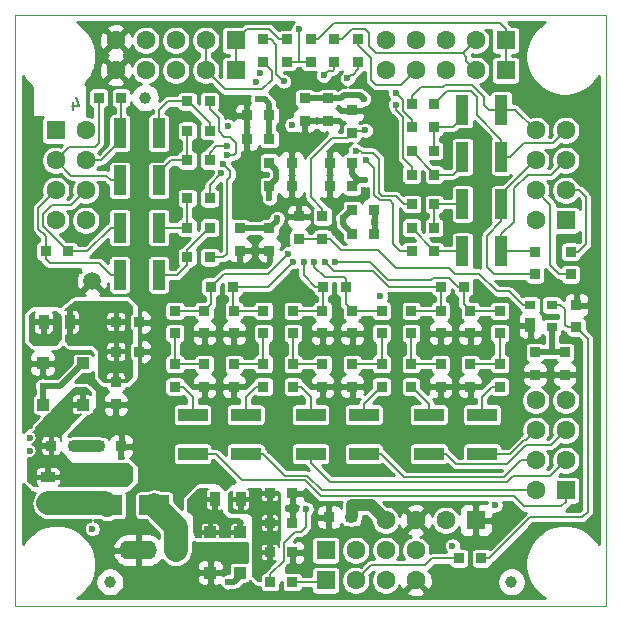
<source format=gbl>
G04 #@! TF.GenerationSoftware,KiCad,Pcbnew,(5.1.0)-1*
G04 #@! TF.CreationDate,2019-04-02T21:11:50+01:00*
G04 #@! TF.ProjectId,uCODEC-1.0,75434f44-4543-42d3-912e-302e6b696361,1.0*
G04 #@! TF.SameCoordinates,PX7de2900PY7365040*
G04 #@! TF.FileFunction,Copper,L4,Bot*
G04 #@! TF.FilePolarity,Positive*
%FSLAX46Y46*%
G04 Gerber Fmt 4.6, Leading zero omitted, Abs format (unit mm)*
G04 Created by KiCad (PCBNEW (5.1.0)-1) date 2019-04-02 21:11:50*
%MOMM*%
%LPD*%
G04 APERTURE LIST*
%ADD10C,0.100000*%
%ADD11C,0.200000*%
%ADD12C,1.000000*%
%ADD13R,0.900000X0.900000*%
%ADD14R,0.900000X0.800000*%
%ADD15R,0.900000X1.200000*%
%ADD16R,1.600000X1.600000*%
%ADD17C,1.600000*%
%ADD18R,2.500000X1.100000*%
%ADD19R,0.900000X1.300000*%
%ADD20R,1.100000X2.500000*%
%ADD21R,1.000000X1.000000*%
%ADD22C,1.500000*%
%ADD23R,1.300000X0.900000*%
%ADD24O,3.200000X1.600000*%
%ADD25R,2.500000X1.700000*%
%ADD26C,0.600000*%
%ADD27C,0.500000*%
%ADD28C,0.300000*%
%ADD29C,1.000000*%
%ADD30C,2.000000*%
%ADD31C,0.254000*%
G04 APERTURE END LIST*
D10*
X0Y50000000D02*
X0Y0D01*
X50000000Y50000000D02*
X0Y50000000D01*
X50000000Y0D02*
X50000000Y50000000D01*
X0Y0D02*
X50000000Y0D01*
D11*
X4909523Y42664286D02*
X4909523Y41997620D01*
X5147619Y43045239D02*
X5385714Y42330953D01*
X4766666Y42330953D01*
D12*
X42000000Y2000000D03*
X8000000Y2000000D03*
X11000000Y43000000D03*
D13*
X44000000Y19550000D03*
X44000000Y21450000D03*
D14*
X45400000Y23550000D03*
X45400000Y25450000D03*
X43600000Y25450000D03*
D15*
X43600000Y23750000D03*
D13*
X37550000Y4000000D03*
X39450000Y4000000D03*
X24000000Y32950000D03*
X24000000Y31050000D03*
X47500000Y25450000D03*
X47500000Y23550000D03*
X46500000Y19550000D03*
X46500000Y21450000D03*
D16*
X3410000Y40240000D03*
D17*
X5950000Y40240000D03*
X3410000Y37700000D03*
X5950000Y37700000D03*
X3410000Y35160000D03*
X5950000Y35160000D03*
X3410000Y32620000D03*
X5950000Y32620000D03*
D13*
X37950000Y27000000D03*
X36050000Y27000000D03*
X18500000Y20450000D03*
X18500000Y18550000D03*
X36000000Y23050000D03*
X36000000Y24950000D03*
X38500000Y23050000D03*
X38500000Y24950000D03*
X16000000Y23050000D03*
X16000000Y24950000D03*
X18500000Y23050000D03*
X18500000Y24950000D03*
X18450000Y27000000D03*
X16550000Y27000000D03*
X16000000Y18550000D03*
X16000000Y20450000D03*
D18*
X35000000Y12850000D03*
X35000000Y16150000D03*
X39500000Y16150000D03*
X39500000Y12850000D03*
X15000000Y12850000D03*
X15000000Y16150000D03*
X19500000Y16150000D03*
X19500000Y12850000D03*
D13*
X21550000Y2000000D03*
X23450000Y2000000D03*
D19*
X16900000Y9000000D03*
X19100000Y9000000D03*
D13*
X44000000Y29950000D03*
X44000000Y28050000D03*
X23450000Y4500000D03*
X21550000Y4500000D03*
X10450000Y24000000D03*
X8550000Y24000000D03*
D18*
X29500000Y12850000D03*
X29500000Y16150000D03*
X25000000Y16150000D03*
X25000000Y12850000D03*
D17*
X44050000Y40240000D03*
X46590000Y40240000D03*
X44050000Y37700000D03*
X46590000Y37700000D03*
X44050000Y35160000D03*
X46590000Y35160000D03*
X44050000Y32620000D03*
D16*
X46590000Y32620000D03*
D13*
X33550000Y30000000D03*
X35450000Y30000000D03*
X33550000Y34000000D03*
X35450000Y34000000D03*
X33550000Y36500000D03*
X35450000Y36500000D03*
X33550000Y40500000D03*
X35450000Y40500000D03*
X16450000Y32000000D03*
X14550000Y32000000D03*
X35450000Y38500000D03*
X33550000Y38500000D03*
X35450000Y42500000D03*
X33550000Y42500000D03*
X14550000Y40200000D03*
X16450000Y40200000D03*
X35450000Y32000000D03*
X33550000Y32000000D03*
X47000000Y28050000D03*
X47000000Y29950000D03*
X16450000Y29500000D03*
X14550000Y29500000D03*
X16450000Y34500000D03*
X14550000Y34500000D03*
X2550000Y30000000D03*
X4450000Y30000000D03*
X14550000Y37700000D03*
X16450000Y37700000D03*
X8950000Y43000000D03*
X7050000Y43000000D03*
X16450000Y42700000D03*
X14550000Y42700000D03*
D20*
X12150000Y36000000D03*
X8850000Y36000000D03*
X8850000Y32000000D03*
X12150000Y32000000D03*
X37850000Y34000000D03*
X41150000Y34000000D03*
X41150000Y38000000D03*
X37850000Y38000000D03*
X37850000Y30000000D03*
X41150000Y30000000D03*
X8850000Y28000000D03*
X12150000Y28000000D03*
X12150000Y40000000D03*
X8850000Y40000000D03*
X41150000Y42000000D03*
X37850000Y42000000D03*
D16*
X46590000Y9760000D03*
D17*
X44050000Y9760000D03*
X46590000Y12300000D03*
X44050000Y12300000D03*
X46590000Y14840000D03*
X44050000Y14840000D03*
X46590000Y17380000D03*
X44050000Y17380000D03*
X16110000Y45320000D03*
D16*
X18650000Y45320000D03*
D17*
X13570000Y45320000D03*
X11030000Y45320000D03*
X8490000Y45320000D03*
X31350000Y45320000D03*
X33890000Y45320000D03*
X36430000Y45320000D03*
D16*
X41510000Y45320000D03*
D17*
X38970000Y45320000D03*
D21*
X16500000Y2800000D03*
X16500000Y6200000D03*
X19000000Y2800000D03*
X19000000Y6200000D03*
D13*
X33500000Y24950000D03*
X33500000Y23050000D03*
X41000000Y23050000D03*
X41000000Y24950000D03*
X26000000Y24950000D03*
X26000000Y23050000D03*
X36000000Y18550000D03*
X36000000Y20450000D03*
X28500000Y18550000D03*
X28500000Y20450000D03*
X26000000Y20450000D03*
X26000000Y18550000D03*
X26500000Y42950000D03*
X26500000Y41050000D03*
X19600000Y39500000D03*
X21500000Y39500000D03*
X21500000Y41500000D03*
X19600000Y41500000D03*
X8550000Y21500000D03*
X10450000Y21500000D03*
X38500000Y18550000D03*
X38500000Y20450000D03*
X13500000Y23050000D03*
X13500000Y24950000D03*
X21000000Y24950000D03*
X21000000Y23050000D03*
X33500000Y18550000D03*
X33500000Y20450000D03*
X41000000Y20450000D03*
X41000000Y18550000D03*
X23000000Y46050000D03*
X23000000Y47950000D03*
D19*
X2400000Y24000000D03*
X4600000Y24000000D03*
D17*
X33890000Y4680000D03*
X31350000Y4680000D03*
D16*
X26270000Y4680000D03*
D17*
X28810000Y4680000D03*
D13*
X21550000Y9500000D03*
X23450000Y9500000D03*
X23500000Y18550000D03*
X23500000Y20450000D03*
X23500000Y24950000D03*
X23500000Y23050000D03*
X8950000Y13500000D03*
X7050000Y13500000D03*
X3050000Y13500000D03*
X4950000Y13500000D03*
X21550000Y7000000D03*
X23450000Y7000000D03*
X25000000Y47950000D03*
X25000000Y46050000D03*
D17*
X38970000Y47860000D03*
D16*
X41510000Y47860000D03*
D17*
X36430000Y47860000D03*
X33890000Y47860000D03*
X31350000Y47860000D03*
D13*
X27000000Y47950000D03*
X27000000Y46050000D03*
X29000000Y47950000D03*
X29000000Y46050000D03*
X21000000Y47950000D03*
X21000000Y46050000D03*
X26000000Y31050000D03*
X26000000Y32950000D03*
X21000000Y18550000D03*
X21000000Y20450000D03*
X13500000Y18550000D03*
X13500000Y20450000D03*
X31000000Y23050000D03*
X31000000Y24950000D03*
X31000000Y18550000D03*
X31000000Y20450000D03*
X27950000Y27000000D03*
X26050000Y27000000D03*
X28500000Y24950000D03*
X28500000Y23050000D03*
X26550000Y7500000D03*
X28450000Y7500000D03*
D17*
X28810000Y2140000D03*
D16*
X26270000Y2140000D03*
D17*
X31350000Y2140000D03*
X33890000Y2140000D03*
X16110000Y47860000D03*
D16*
X18650000Y47860000D03*
D17*
X13570000Y47860000D03*
X11030000Y47860000D03*
X8490000Y47860000D03*
X36430000Y7220000D03*
D16*
X38970000Y7220000D03*
D17*
X33890000Y7220000D03*
X31350000Y7220000D03*
D22*
X6500000Y27500000D03*
D13*
X24500000Y41050000D03*
X24500000Y42950000D03*
X8500000Y18950000D03*
X8500000Y17050000D03*
X28500000Y41950000D03*
X28500000Y40050000D03*
X26600000Y35500000D03*
X28500000Y35500000D03*
X26600000Y37500000D03*
X28500000Y37500000D03*
X21500000Y30050000D03*
X21500000Y31950000D03*
X19000000Y30050000D03*
X19000000Y31950000D03*
X30400000Y33500000D03*
X28500000Y33500000D03*
X30400000Y31500000D03*
X28500000Y31500000D03*
X23400000Y35500000D03*
X21500000Y35500000D03*
X23400000Y37500000D03*
X21500000Y37500000D03*
D23*
X2775000Y10860000D03*
X2775000Y8660000D03*
D21*
X5700000Y17000000D03*
X2300000Y17000000D03*
X5700000Y20500000D03*
X2300000Y20500000D03*
D24*
X10395000Y4680000D03*
D17*
X13570000Y4680000D03*
D25*
X7760000Y8490000D03*
X11760000Y8490000D03*
D26*
X3490000Y7031500D03*
X1077000Y7031500D03*
X10411500Y6587000D03*
X11919000Y2775000D03*
X49130000Y42780000D03*
X49130000Y32620000D03*
X49130000Y5950000D03*
X5950000Y870000D03*
X37700000Y870000D03*
X44050000Y870000D03*
X870000Y44050000D03*
X5950000Y49130000D03*
X870000Y37700000D03*
X27540000Y870000D03*
X29481930Y35223853D03*
X20424558Y35782523D03*
X20549964Y33900000D03*
X32100000Y38700000D03*
X18000000Y42500000D03*
X30400000Y32500000D03*
X25200000Y44700000D03*
X49200010Y21172181D03*
X49200000Y26400000D03*
X22500000Y900000D03*
X24500000Y39800000D03*
X26600000Y34300000D03*
X23400000Y34300000D03*
X49130000Y37700000D03*
X10000000Y17000000D03*
X12000000Y24000000D03*
X12000000Y21000000D03*
X11000000Y20000000D03*
X11000000Y25500000D03*
X1200000Y14200000D03*
X1200000Y15200000D03*
X1200000Y13100000D03*
X1100000Y8400000D03*
X5300000Y7000000D03*
X15100000Y2800000D03*
X15000000Y11600000D03*
X14200000Y10800000D03*
X23200000Y11800000D03*
X23200000Y14500000D03*
X27300000Y16100000D03*
X24700000Y9400000D03*
X23400000Y8200000D03*
X24600000Y4500000D03*
X25400000Y7500000D03*
X900000Y20500000D03*
X5000000Y27200000D03*
X2500000Y27200000D03*
X3800000Y27200000D03*
X13000000Y17200000D03*
X17200000Y18500000D03*
X17500000Y17100000D03*
X22300000Y19500000D03*
X27300000Y19600000D03*
X27300000Y18600000D03*
X37200000Y18600000D03*
X37300000Y23100000D03*
X27200000Y23100000D03*
X17300000Y24100000D03*
X8500000Y16100000D03*
X8900000Y12600000D03*
X22400000Y17000000D03*
X45300000Y18500000D03*
X42400000Y21900000D03*
X42400000Y23700000D03*
X42400000Y19100000D03*
X34600000Y18600000D03*
X31200000Y15000000D03*
X18000000Y4750000D03*
X20300000Y30000000D03*
X18600000Y28800000D03*
X18500000Y21800000D03*
X47750000Y19600000D03*
X19500000Y25800000D03*
X19600000Y42500000D03*
X33400000Y13900000D03*
X30580000Y42170000D03*
X23400000Y38650000D03*
X27200000Y38850000D03*
X37300000Y21550000D03*
X47800000Y26750000D03*
X28500000Y8500000D03*
X2800000Y22400000D03*
X1900000Y22400000D03*
X1500000Y24000000D03*
X2300000Y18600000D03*
X40600000Y8500000D03*
X45400000Y21500000D03*
X23400000Y40700000D03*
X20719780Y45069231D03*
X18000000Y40600000D03*
X24600000Y8200000D03*
X20400000Y44300000D03*
X37000000Y5050000D03*
X24000000Y48800000D03*
X22727838Y44400000D03*
X26100000Y44900000D03*
X28097340Y44645884D03*
X15500000Y9000000D03*
X15500000Y8000000D03*
X15000000Y8500000D03*
X29633268Y40240399D03*
X17900188Y38916322D03*
X26200000Y29100000D03*
X27100000Y29100000D03*
X24400000Y29100000D03*
X25300000Y29100000D03*
X23100000Y29800000D03*
X23500000Y29100000D03*
X29649988Y37749978D03*
X28800000Y38500000D03*
X32199989Y42418192D03*
X32200000Y43400000D03*
X17610563Y37368888D03*
X17447189Y36585735D03*
X17895805Y38116322D03*
X7500000Y11500000D03*
X8500000Y11500000D03*
X9500000Y11500000D03*
X9000000Y11000000D03*
X18000000Y2000000D03*
X6500000Y6500000D03*
X6500000Y11500000D03*
X27700000Y32800000D03*
X29602246Y36014766D03*
X22149990Y32800000D03*
X21500000Y34500000D03*
X21500000Y8000000D03*
X20500000Y8000000D03*
X30900000Y26200000D03*
X20500000Y7000000D03*
X20500000Y6100000D03*
X20500000Y42899986D03*
X29500000Y42899992D03*
X8600000Y22800000D03*
X8600000Y20200000D03*
X8600000Y25300000D03*
D27*
X2093000Y20293000D02*
X2300000Y20500000D01*
X8950000Y13500000D02*
X8950000Y12650000D01*
X8950000Y12650000D02*
X8900000Y12600000D01*
D28*
X28730000Y7220000D02*
X28450000Y7500000D01*
D27*
X2093000Y17207000D02*
X2300000Y17000000D01*
D29*
X28500000Y7550000D02*
X28500000Y8075736D01*
X30070000Y8500000D02*
X28924264Y8500000D01*
X28450000Y7500000D02*
X28500000Y7550000D01*
X28924264Y8500000D02*
X28500000Y8500000D01*
X31350000Y7220000D02*
X30070000Y8500000D01*
X28500000Y8075736D02*
X28500000Y8500000D01*
D27*
X2300000Y17000000D02*
X2300000Y18600000D01*
X3800000Y18600000D02*
X5700000Y20500000D01*
X2300000Y18600000D02*
X3800000Y18600000D01*
X45400000Y21500000D02*
X45450000Y21450000D01*
X45400000Y23550000D02*
X45400000Y21500000D01*
X44000000Y21450000D02*
X45450000Y21450000D01*
X45450000Y21450000D02*
X46500000Y21450000D01*
D11*
X22699999Y3799999D02*
X22699999Y5299988D01*
X24174245Y6249999D02*
X24600000Y6675754D01*
X21550000Y2000000D02*
X21550000Y2650000D01*
X21550000Y2650000D02*
X22699999Y3799999D01*
X24600000Y6675754D02*
X24600000Y7775736D01*
X23650010Y6249999D02*
X24174245Y6249999D01*
X24600000Y7775736D02*
X24600000Y8200000D01*
X22699999Y5299988D02*
X23650010Y6249999D01*
X25000000Y46050000D02*
X24350000Y46050000D01*
X24000000Y46100000D02*
X24050000Y46050000D01*
X24000000Y48800000D02*
X24000000Y46100000D01*
X24350000Y46050000D02*
X24050000Y46050000D01*
X24050000Y46050000D02*
X23000000Y46050000D01*
X22427839Y44699999D02*
X22727838Y44400000D01*
X22100000Y45027838D02*
X22427839Y44699999D01*
X21000000Y47950000D02*
X21650000Y47950000D01*
X22100000Y47500000D02*
X22100000Y45027838D01*
X21650000Y47950000D02*
X22100000Y47500000D01*
X26500000Y45300000D02*
X26100000Y44900000D01*
X26500000Y45300000D02*
X26900000Y45300000D01*
X26900000Y45300000D02*
X27000000Y45400000D01*
X27000000Y45400000D02*
X27000000Y46050000D01*
X28100000Y44500000D02*
X28100000Y44643224D01*
X29000000Y46050000D02*
X29000000Y45400000D01*
X28100000Y44643224D02*
X28097340Y44645884D01*
X28545883Y44945883D02*
X29000000Y45400000D01*
X28397339Y44945883D02*
X28545883Y44945883D01*
X28097340Y44645884D02*
X28397339Y44945883D01*
X28810000Y2140000D02*
X30070000Y3400000D01*
X30070000Y3400000D02*
X34700000Y3400000D01*
X35300000Y4000000D02*
X37550000Y4000000D01*
X34700000Y3400000D02*
X35300000Y4000000D01*
X25650000Y47950000D02*
X27000000Y49300000D01*
X25000000Y47950000D02*
X25650000Y47950000D01*
X41510000Y48860000D02*
X41510000Y47860000D01*
X41070000Y49300000D02*
X41510000Y48860000D01*
X27000000Y49300000D02*
X41070000Y49300000D01*
X41510000Y46860000D02*
X41510000Y45320000D01*
X41510000Y47860000D02*
X41510000Y46860000D01*
D30*
X7590000Y8660000D02*
X7760000Y8490000D01*
X2775000Y8660000D02*
X7590000Y8660000D01*
D29*
X4950000Y13500000D02*
X7050000Y13500000D01*
D30*
X13570000Y6680000D02*
X11760000Y8490000D01*
X13570000Y4680000D02*
X13570000Y6680000D01*
D11*
X30950000Y18550000D02*
X31000000Y18550000D01*
X29500000Y16150000D02*
X29500000Y17100000D01*
X29500000Y17100000D02*
X30950000Y18550000D01*
X24150000Y18550000D02*
X23500000Y18550000D01*
X25000000Y17700000D02*
X24150000Y18550000D01*
X25000000Y16150000D02*
X25000000Y17700000D01*
X29592869Y40200000D02*
X29633268Y40240399D01*
X28500000Y40050000D02*
X28650000Y40200000D01*
X28650000Y40200000D02*
X29592869Y40200000D01*
X28050000Y39600000D02*
X28500000Y40050000D01*
X26800000Y39600000D02*
X28050000Y39600000D01*
X25000000Y37800000D02*
X26800000Y39600000D01*
X25000000Y34600000D02*
X25000000Y37800000D01*
X26000000Y32950000D02*
X26000000Y33600000D01*
X26000000Y33600000D02*
X25000000Y34600000D01*
X18650000Y46860000D02*
X18650000Y45320000D01*
X18650000Y47860000D02*
X18650000Y46860000D01*
X18650000Y47860000D02*
X19590000Y48800000D01*
X22350000Y47950000D02*
X23000000Y47950000D01*
X21500000Y48800000D02*
X22350000Y47950000D01*
X19590000Y48800000D02*
X21500000Y48800000D01*
X29000000Y47490002D02*
X30100000Y46390002D01*
X29000000Y47950000D02*
X29000000Y47490002D01*
X30100000Y46390002D02*
X30100000Y44500000D01*
X30100000Y44500000D02*
X30500000Y44100000D01*
X32670000Y44100000D02*
X33890000Y45320000D01*
X30500000Y44100000D02*
X32670000Y44100000D01*
X16110000Y46728630D02*
X16110000Y45320000D01*
X16110000Y47860000D02*
X16110000Y46728630D01*
X21000000Y46050000D02*
X21000000Y46000000D01*
X21000000Y46000000D02*
X21700000Y45300000D01*
X21700000Y45300000D02*
X21700000Y44500000D01*
X21700000Y44500000D02*
X20900000Y43700000D01*
X17730000Y43700000D02*
X16110000Y45320000D01*
X20900000Y43700000D02*
X17730000Y43700000D01*
X38970000Y45320000D02*
X38170001Y46119999D01*
X38170001Y46119999D02*
X38170001Y46459997D01*
X38170001Y46459997D02*
X37869999Y46759999D01*
X38170001Y47060001D02*
X38970000Y47860000D01*
X37869999Y46759999D02*
X38170001Y47060001D01*
X29900000Y47400000D02*
X30540001Y46759999D01*
X30540001Y46759999D02*
X37869999Y46759999D01*
X29900000Y48490002D02*
X29900000Y47400000D01*
X28500000Y48800000D02*
X29590002Y48800000D01*
X29590002Y48800000D02*
X29900000Y48490002D01*
X27000000Y47950000D02*
X27650000Y47950000D01*
X27650000Y47950000D02*
X28500000Y48800000D01*
X17475924Y38916322D02*
X17900188Y38916322D01*
X17016322Y38916322D02*
X17475924Y38916322D01*
X16450000Y38350000D02*
X17016322Y38916322D01*
X16450000Y37700000D02*
X16450000Y38350000D01*
X31600000Y27000000D02*
X36050000Y27000000D01*
X30300000Y28300000D02*
X31600000Y27000000D01*
X26200000Y29100000D02*
X27000000Y28300000D01*
X27000000Y28300000D02*
X30300000Y28300000D01*
X36050000Y25000000D02*
X36000000Y24950000D01*
X36050000Y27000000D02*
X36050000Y25000000D01*
X35350000Y24950000D02*
X33500000Y24950000D01*
X36000000Y24950000D02*
X35350000Y24950000D01*
X37950000Y25500000D02*
X38500000Y24950000D01*
X37950000Y27000000D02*
X37950000Y25500000D01*
X39150000Y24950000D02*
X41000000Y24950000D01*
X38500000Y24950000D02*
X39150000Y24950000D01*
X27100000Y29100000D02*
X30065700Y29100000D01*
X30065700Y29100000D02*
X31565711Y27599989D01*
X31565711Y27599989D02*
X35209987Y27599989D01*
X37490002Y27000000D02*
X37950000Y27000000D01*
X36740001Y27750001D02*
X37490002Y27000000D01*
X35359999Y27750001D02*
X36740001Y27750001D01*
X35209987Y27599989D02*
X35359999Y27750001D01*
X25400000Y27000000D02*
X26050000Y27000000D01*
X24400000Y28000000D02*
X25400000Y27000000D01*
X24400000Y29100000D02*
X24400000Y28000000D01*
X26050000Y25000000D02*
X26000000Y24950000D01*
X26050000Y27000000D02*
X26050000Y25000000D01*
X23500000Y24950000D02*
X26000000Y24950000D01*
X25300000Y28675736D02*
X26175736Y27800000D01*
X25300000Y29100000D02*
X25300000Y28675736D01*
X27950000Y27650000D02*
X27950000Y27000000D01*
X27800000Y27800000D02*
X27950000Y27650000D01*
X26175736Y27800000D02*
X27800000Y27800000D01*
X27950000Y25500000D02*
X28500000Y24950000D01*
X27950000Y27000000D02*
X27950000Y25500000D01*
X28500000Y24950000D02*
X31000000Y24950000D01*
X16550000Y25500000D02*
X16000000Y24950000D01*
X16550000Y27000000D02*
X16550000Y25500000D01*
X13500000Y24950000D02*
X16000000Y24950000D01*
X16600000Y27000000D02*
X16550000Y27000000D01*
X17700000Y28100000D02*
X16600000Y27000000D01*
X23100000Y29800000D02*
X21400000Y28100000D01*
X21400000Y28100000D02*
X17700000Y28100000D01*
X21400000Y27000000D02*
X23500000Y29100000D01*
X18450000Y27000000D02*
X21400000Y27000000D01*
X18450000Y25000000D02*
X18500000Y24950000D01*
X18450000Y27000000D02*
X18450000Y25000000D01*
X20350000Y24950000D02*
X18500000Y24950000D01*
X21000000Y24950000D02*
X20350000Y24950000D01*
X32600000Y30000000D02*
X33550000Y30000000D01*
X32000000Y30600000D02*
X32600000Y30000000D01*
X30349988Y37049978D02*
X30349988Y34784312D01*
X29649988Y37749978D02*
X30349988Y37049978D01*
X30349988Y34784312D02*
X30834300Y34300000D01*
X30834300Y34300000D02*
X31700000Y34300000D01*
X31700000Y34300000D02*
X32000000Y34000000D01*
X32000000Y34000000D02*
X32000000Y30600000D01*
X29374276Y38349988D02*
X30250012Y38349988D01*
X29224264Y38500000D02*
X29374276Y38349988D01*
X30749999Y34950001D02*
X31000000Y34700000D01*
X30749999Y37850001D02*
X30749999Y34950001D01*
X30250012Y38349988D02*
X30749999Y37850001D01*
X28800000Y38500000D02*
X29224264Y38500000D01*
X32900000Y34000000D02*
X33550000Y34000000D01*
X32200000Y34700000D02*
X32900000Y34000000D01*
X31000000Y34700000D02*
X32200000Y34700000D01*
X33550000Y37150000D02*
X33550000Y36500000D01*
X32800000Y37900000D02*
X33550000Y37150000D01*
X32800000Y41334300D02*
X32800000Y37900000D01*
X32199989Y41934311D02*
X32800000Y41334300D01*
X32199989Y42418192D02*
X32199989Y41934311D01*
X33550000Y41150000D02*
X33550000Y40500000D01*
X32799999Y42800001D02*
X32799999Y41900001D01*
X32200000Y43400000D02*
X32799999Y42800001D01*
X32799999Y41900001D02*
X33550000Y41150000D01*
X17610563Y37368888D02*
X18200000Y36779451D01*
X17600000Y29500000D02*
X16450000Y29500000D01*
X17900000Y36000000D02*
X18200000Y36300000D01*
X17900000Y29800000D02*
X17900000Y36000000D01*
X18200000Y36779451D02*
X18200000Y36300000D01*
X17900000Y29800000D02*
X17600000Y29500000D01*
X17447189Y36652811D02*
X17447189Y36585735D01*
X16450000Y35588546D02*
X17447189Y36585735D01*
X16450000Y34500000D02*
X16450000Y35588546D01*
X17895805Y38116322D02*
X18516322Y38116322D01*
X18516322Y38116322D02*
X18700000Y38300000D01*
X18700000Y38300000D02*
X18700000Y39200000D01*
X18700000Y39200000D02*
X18200000Y39700000D01*
X18200000Y39700000D02*
X17700000Y39700000D01*
X16450000Y42050000D02*
X16450000Y42700000D01*
X17200001Y41299999D02*
X16450000Y42050000D01*
X17200001Y40199999D02*
X17200001Y41299999D01*
X17700000Y39700000D02*
X17200001Y40199999D01*
X40100000Y42000000D02*
X41150000Y42000000D01*
X38655702Y44100000D02*
X39700000Y43055702D01*
X36400000Y44100000D02*
X38655702Y44100000D01*
X36200000Y43900000D02*
X36400000Y44100000D01*
X39700000Y42400000D02*
X40100000Y42000000D01*
X39700000Y43055702D02*
X39700000Y42400000D01*
X34300000Y43900000D02*
X34700000Y43900000D01*
X33550000Y43150000D02*
X34300000Y43900000D01*
X33550000Y42500000D02*
X33550000Y43150000D01*
X34700000Y43900000D02*
X36200000Y43900000D01*
X42290000Y42000000D02*
X44050000Y40240000D01*
X41150000Y42000000D02*
X42290000Y42000000D01*
X35450000Y39850000D02*
X35450000Y38500000D01*
X35450000Y40500000D02*
X35450000Y39850000D01*
X37850000Y41300000D02*
X37850000Y42000000D01*
X37050000Y40500000D02*
X37850000Y41300000D01*
X35450000Y40500000D02*
X37050000Y40500000D01*
X14600000Y42700000D02*
X14550000Y42700000D01*
X16450000Y40850000D02*
X14600000Y42700000D01*
X16450000Y40200000D02*
X16450000Y40850000D01*
X12150000Y40000000D02*
X12150000Y41950000D01*
X12900000Y42700000D02*
X14550000Y42700000D01*
X12150000Y41950000D02*
X12900000Y42700000D01*
X8950000Y40100000D02*
X8850000Y40000000D01*
X8950000Y43000000D02*
X8950000Y40100000D01*
X8850000Y39300000D02*
X8850000Y40000000D01*
X7250000Y37700000D02*
X8850000Y39300000D01*
X5950000Y37700000D02*
X7250000Y37700000D01*
X2610001Y34360001D02*
X3410000Y35160000D01*
X1909988Y33659988D02*
X2610001Y34360001D01*
X1909988Y31926310D02*
X1909988Y33659988D01*
X2550000Y31286298D02*
X1909988Y31926310D01*
X2550000Y30000000D02*
X2550000Y31286298D01*
X8100000Y28000000D02*
X7100000Y29000000D01*
X8850000Y28000000D02*
X8100000Y28000000D01*
X2550000Y29350000D02*
X2550000Y30000000D01*
X2900000Y29000000D02*
X2550000Y29350000D01*
X7100000Y29000000D02*
X2900000Y29000000D01*
X16400000Y32000000D02*
X16450000Y32000000D01*
X14550000Y30150000D02*
X16400000Y32000000D01*
X14550000Y29500000D02*
X14550000Y30150000D01*
X14550000Y28850000D02*
X14550000Y29500000D01*
X13700000Y28000000D02*
X14550000Y28850000D01*
X12150000Y28000000D02*
X13700000Y28000000D01*
X35450000Y30000000D02*
X37850000Y30000000D01*
X33550000Y31950000D02*
X33550000Y32000000D01*
X35450000Y30000000D02*
X35450000Y30050000D01*
X35450000Y30050000D02*
X33550000Y31950000D01*
X43950000Y30000000D02*
X44000000Y29950000D01*
X41150000Y30000000D02*
X43950000Y30000000D01*
X45390000Y36500000D02*
X45790001Y36900001D01*
X42200000Y35334300D02*
X43365700Y36500000D01*
X43365700Y36500000D02*
X45390000Y36500000D01*
X42200000Y32500000D02*
X42200000Y35334300D01*
X45790001Y36900001D02*
X46590000Y37700000D01*
X41150000Y31450000D02*
X42200000Y32500000D01*
X41150000Y30000000D02*
X41150000Y31450000D01*
X45790001Y39440001D02*
X46590000Y40240000D01*
X45489999Y39139999D02*
X45790001Y39440001D01*
X43039999Y39139999D02*
X45489999Y39139999D01*
X41900000Y38000000D02*
X43039999Y39139999D01*
X41150000Y38000000D02*
X41900000Y38000000D01*
X38590002Y43600000D02*
X39100000Y43090002D01*
X35450000Y42500000D02*
X36550000Y43600000D01*
X36550000Y43600000D02*
X38590002Y43600000D01*
X41150000Y39450000D02*
X41150000Y38000000D01*
X39100000Y41500000D02*
X41150000Y39450000D01*
X39100000Y43090002D02*
X39100000Y41500000D01*
X37850000Y37800000D02*
X37850000Y38500000D01*
X35450000Y36550000D02*
X35450000Y36500000D01*
X33550000Y38500000D02*
X33550000Y38450000D01*
X33550000Y38450000D02*
X35450000Y36550000D01*
X37850000Y37300000D02*
X37850000Y38000000D01*
X37050000Y36500000D02*
X37850000Y37300000D01*
X35450000Y36500000D02*
X37050000Y36500000D01*
X35450000Y34000000D02*
X37850000Y34000000D01*
X35450000Y32650000D02*
X35450000Y34000000D01*
X35450000Y32000000D02*
X35450000Y32650000D01*
X44050000Y35160000D02*
X45300000Y33910000D01*
X45300000Y33910000D02*
X45300000Y28800000D01*
X46050000Y28050000D02*
X47000000Y28050000D01*
X45300000Y28800000D02*
X46050000Y28050000D01*
X47000000Y29950000D02*
X47650000Y29950000D01*
X47721370Y35160000D02*
X46590000Y35160000D01*
X47650000Y29950000D02*
X48300011Y30600011D01*
X48300011Y34581359D02*
X47721370Y35160000D01*
X48300011Y30600011D02*
X48300011Y34581359D01*
X2309999Y33148001D02*
X3061998Y33900000D01*
X3061998Y33900000D02*
X4690000Y33900000D01*
X5150001Y34360001D02*
X5950000Y35160000D01*
X4690000Y33900000D02*
X5150001Y34360001D01*
X2309999Y32140001D02*
X2309999Y33148001D01*
X4450000Y30000000D02*
X2309999Y32140001D01*
X5100000Y30000000D02*
X4450000Y30000000D01*
X6100000Y30000000D02*
X5100000Y30000000D01*
X8100000Y32000000D02*
X6100000Y30000000D01*
X8850000Y32000000D02*
X8100000Y32000000D01*
X14550000Y32650000D02*
X14550000Y34500000D01*
X14550000Y32000000D02*
X14550000Y32650000D01*
X12150000Y32000000D02*
X14550000Y32000000D01*
X13900000Y37700000D02*
X14550000Y37700000D01*
X13150000Y37700000D02*
X13900000Y37700000D01*
X12150000Y36700000D02*
X13150000Y37700000D01*
X12150000Y36000000D02*
X12150000Y36700000D01*
X14550000Y38350000D02*
X14550000Y40200000D01*
X14550000Y37700000D02*
X14550000Y38350000D01*
X7050000Y43000000D02*
X7050000Y39150000D01*
X4209999Y38499999D02*
X3410000Y37700000D01*
X4510001Y38800001D02*
X4209999Y38499999D01*
X6700001Y38800001D02*
X4510001Y38800001D01*
X7050000Y39150000D02*
X6700001Y38800001D01*
X8100000Y36000000D02*
X7700000Y36400000D01*
X8850000Y36000000D02*
X8100000Y36000000D01*
X4710000Y36400000D02*
X3410000Y37700000D01*
X7700000Y36400000D02*
X4710000Y36400000D01*
X44000000Y37700000D02*
X44050000Y37700000D01*
X41150000Y34850000D02*
X44000000Y37700000D01*
X41150000Y34000000D02*
X41150000Y34850000D01*
X44000000Y28050000D02*
X40550000Y28050000D01*
X40550000Y28050000D02*
X39900000Y28700000D01*
X41150000Y32550000D02*
X41150000Y34000000D01*
X39900000Y31300000D02*
X41150000Y32550000D01*
X39900000Y28700000D02*
X39900000Y31300000D01*
D27*
X18500000Y2000000D02*
X18000000Y2000000D01*
X19000000Y2800000D02*
X19000000Y2500000D01*
X19000000Y2500000D02*
X18500000Y2000000D01*
D11*
X26130000Y2000000D02*
X26270000Y2140000D01*
X23450000Y2000000D02*
X26130000Y2000000D01*
X46590000Y8760000D02*
X46230000Y8400000D01*
X46590000Y9760000D02*
X46590000Y8760000D01*
X16450000Y12850000D02*
X15000000Y12850000D01*
X46230000Y8400000D02*
X43100000Y8400000D01*
X16950000Y12850000D02*
X16450000Y12850000D01*
X19200000Y10600000D02*
X16950000Y12850000D01*
X24534300Y10600000D02*
X19200000Y10600000D01*
X25834300Y9300000D02*
X24534300Y10600000D01*
X43100000Y8400000D02*
X42200000Y9300000D01*
X42200000Y9300000D02*
X25834300Y9300000D01*
X20350000Y18550000D02*
X21000000Y18550000D01*
X19500000Y17700000D02*
X20350000Y18550000D01*
X19500000Y16150000D02*
X19500000Y17700000D01*
X14150000Y18550000D02*
X13500000Y18550000D01*
X15000000Y17700000D02*
X14150000Y18550000D01*
X15000000Y16150000D02*
X15000000Y17700000D01*
X40350000Y18550000D02*
X41000000Y18550000D01*
X39500000Y17700000D02*
X40350000Y18550000D01*
X39500000Y16150000D02*
X39500000Y17700000D01*
X39500000Y12850000D02*
X41884300Y12850000D01*
X41884300Y12850000D02*
X43074301Y14040001D01*
X43250001Y14040001D02*
X44050000Y14840000D01*
X43074301Y14040001D02*
X43250001Y14040001D01*
X45350000Y13600000D02*
X46590000Y14840000D01*
X43200000Y13600000D02*
X45350000Y13600000D01*
X41600000Y12000000D02*
X43200000Y13600000D01*
X37300000Y12000000D02*
X41600000Y12000000D01*
X35000000Y12850000D02*
X36450000Y12850000D01*
X36450000Y12850000D02*
X37300000Y12000000D01*
X33550000Y18550000D02*
X33500000Y18550000D01*
X35000000Y16150000D02*
X35000000Y17100000D01*
X35000000Y17100000D02*
X33550000Y18550000D01*
X41400011Y10900011D02*
X42800000Y12300000D01*
X29500000Y12850000D02*
X30950000Y12850000D01*
X30950000Y12850000D02*
X32899989Y10900011D01*
X32899989Y10900011D02*
X41400011Y10900011D01*
X42800000Y12300000D02*
X42918630Y12300000D01*
X42918630Y12300000D02*
X44050000Y12300000D01*
X20950000Y12850000D02*
X19500000Y12850000D01*
X44050000Y9760000D02*
X25940000Y9760000D01*
X24700000Y11000000D02*
X22800000Y11000000D01*
X25940000Y9760000D02*
X24700000Y11000000D01*
X22800000Y11000000D02*
X20950000Y12850000D01*
X45290000Y11000000D02*
X46590000Y12300000D01*
X41600000Y10500000D02*
X42100000Y11000000D01*
X25000000Y12850000D02*
X25000000Y12100000D01*
X42100000Y11000000D02*
X45290000Y11000000D01*
X26600000Y10500000D02*
X41600000Y10500000D01*
X25000000Y12100000D02*
X26600000Y10500000D01*
X33500000Y22400000D02*
X33500000Y20450000D01*
X33500000Y23050000D02*
X33500000Y22400000D01*
X35350000Y20450000D02*
X33500000Y20450000D01*
X36000000Y20450000D02*
X35350000Y20450000D01*
X18500000Y20450000D02*
X21000000Y20450000D01*
X21000000Y23050000D02*
X21000000Y20450000D01*
X13500000Y23050000D02*
X13500000Y20450000D01*
X14150000Y20450000D02*
X16000000Y20450000D01*
X13500000Y20450000D02*
X14150000Y20450000D01*
X39150000Y20450000D02*
X41000000Y20450000D01*
X38500000Y20450000D02*
X39150000Y20450000D01*
X41000000Y23050000D02*
X41000000Y20450000D01*
X28500000Y20450000D02*
X31000000Y20450000D01*
X31000000Y23050000D02*
X31000000Y20450000D01*
X23500000Y23050000D02*
X23500000Y20450000D01*
X24150000Y20450000D02*
X26000000Y20450000D01*
X23500000Y20450000D02*
X24150000Y20450000D01*
X45400000Y25450000D02*
X46150000Y25450000D01*
X46150000Y25450000D02*
X46500000Y25100000D01*
X46500000Y25100000D02*
X46500000Y23800000D01*
X46750000Y23550000D02*
X47500000Y23550000D01*
X46500000Y23800000D02*
X46750000Y23550000D01*
X48450000Y22600000D02*
X47500000Y23550000D01*
X48450000Y7950000D02*
X48450000Y22600000D01*
X48000000Y7500000D02*
X48450000Y7950000D01*
X43600000Y7500000D02*
X48000000Y7500000D01*
X39450000Y4000000D02*
X40100000Y4000000D01*
X40100000Y4000000D02*
X43600000Y7500000D01*
X25350000Y31050000D02*
X24000000Y31050000D01*
X26000000Y31050000D02*
X25350000Y31050000D01*
X39290002Y28100000D02*
X40790002Y26600000D01*
X37200000Y28100000D02*
X39290002Y28100000D01*
X26650000Y31050000D02*
X27600000Y30100000D01*
X26000000Y31050000D02*
X26650000Y31050000D01*
X27600000Y30100000D02*
X30700000Y30100000D01*
X30700000Y30100000D02*
X32200000Y28600000D01*
X32200000Y28600000D02*
X36700000Y28600000D01*
X36700000Y28600000D02*
X37200000Y28100000D01*
X41800000Y26600000D02*
X40790002Y26600000D01*
X42950000Y25450000D02*
X41800000Y26600000D01*
X43600000Y25450000D02*
X42950000Y25450000D01*
D27*
X29014766Y36014766D02*
X28500000Y35500000D01*
X29602246Y36014766D02*
X29014766Y36014766D01*
X29014766Y36035234D02*
X29014766Y36014766D01*
X28500000Y36550000D02*
X29014766Y36035234D01*
X28500000Y37500000D02*
X28500000Y36550000D01*
X28400000Y33500000D02*
X27700000Y32800000D01*
X28500000Y33500000D02*
X28400000Y33500000D01*
X27700000Y32300000D02*
X28500000Y31500000D01*
X27700000Y32800000D02*
X27700000Y32300000D01*
X21500000Y37500000D02*
X22100000Y36900000D01*
X22100000Y36100000D02*
X21500000Y35500000D01*
X22100000Y36900000D02*
X22100000Y36100000D01*
X21500000Y34500000D02*
X21500000Y35500000D01*
X19000000Y31950000D02*
X21500000Y31950000D01*
X22149990Y32599990D02*
X21500000Y31950000D01*
X22149990Y32800000D02*
X22149990Y32599990D01*
X21500000Y39500000D02*
X21500000Y41500000D01*
X21100014Y42899986D02*
X20500000Y42899986D01*
X21500000Y41500000D02*
X21500000Y42500000D01*
X21500000Y42500000D02*
X21100014Y42899986D01*
X24500000Y42950000D02*
X26500000Y42950000D01*
X26500000Y42950000D02*
X27550000Y42950000D01*
X27550000Y42950000D02*
X27850000Y43250000D01*
X29149992Y43250000D02*
X29500000Y42899992D01*
X27850000Y43250000D02*
X29149992Y43250000D01*
D31*
G36*
X44379161Y49084250D02*
G01*
X43915750Y48620839D01*
X43551651Y48075925D01*
X43300855Y47470450D01*
X43173000Y46827681D01*
X43173000Y46172319D01*
X43300855Y45529550D01*
X43551651Y44924075D01*
X43915750Y44379161D01*
X44379161Y43915750D01*
X44924075Y43551651D01*
X45529550Y43300855D01*
X46172319Y43173000D01*
X46827681Y43173000D01*
X47470450Y43300855D01*
X48075925Y43551651D01*
X48620839Y43915750D01*
X49084250Y44379161D01*
X49373000Y44811307D01*
X49373000Y5188693D01*
X49084250Y5620839D01*
X48620839Y6084250D01*
X48075925Y6448349D01*
X47470450Y6699145D01*
X46827681Y6827000D01*
X46172319Y6827000D01*
X45529550Y6699145D01*
X44924075Y6448349D01*
X44379161Y6084250D01*
X43915750Y5620839D01*
X43551651Y5075925D01*
X43300855Y4470450D01*
X43173000Y3827681D01*
X43173000Y3172319D01*
X43300855Y2529550D01*
X43551651Y1924075D01*
X43915750Y1379161D01*
X44379161Y915750D01*
X44811307Y627000D01*
X5188693Y627000D01*
X5620839Y915750D01*
X6084250Y1379161D01*
X6448349Y1924075D01*
X6529855Y2120849D01*
X6773000Y2120849D01*
X6773000Y1879151D01*
X6820153Y1642097D01*
X6912647Y1418798D01*
X7046927Y1217833D01*
X7217833Y1046927D01*
X7418798Y912647D01*
X7642097Y820153D01*
X7879151Y773000D01*
X8120849Y773000D01*
X8357903Y820153D01*
X8581202Y912647D01*
X8782167Y1046927D01*
X8953073Y1217833D01*
X9087353Y1418798D01*
X9179847Y1642097D01*
X9227000Y1879151D01*
X9227000Y2120849D01*
X9191365Y2300000D01*
X15361928Y2300000D01*
X15374188Y2175518D01*
X15410498Y2055820D01*
X15469463Y1945506D01*
X15548815Y1848815D01*
X15645506Y1769463D01*
X15755820Y1710498D01*
X15875518Y1674188D01*
X16000000Y1661928D01*
X16214250Y1665000D01*
X16373000Y1823750D01*
X16373000Y2673000D01*
X15523750Y2673000D01*
X15365000Y2514250D01*
X15361928Y2300000D01*
X9191365Y2300000D01*
X9179847Y2357903D01*
X9087353Y2581202D01*
X8953073Y2782167D01*
X8782167Y2953073D01*
X8581202Y3087353D01*
X8357903Y3179847D01*
X8120849Y3227000D01*
X7879151Y3227000D01*
X7642097Y3179847D01*
X7418798Y3087353D01*
X7217833Y2953073D01*
X7046927Y2782167D01*
X6912647Y2581202D01*
X6820153Y2357903D01*
X6773000Y2120849D01*
X6529855Y2120849D01*
X6699145Y2529550D01*
X6827000Y3172319D01*
X6827000Y3827681D01*
X6726892Y4330961D01*
X8203096Y4330961D01*
X8220633Y4248182D01*
X8331285Y3988354D01*
X8490500Y3755105D01*
X8692161Y3557399D01*
X8928517Y3402834D01*
X9190486Y3297350D01*
X9468000Y3245000D01*
X10268000Y3245000D01*
X10268000Y4553000D01*
X8325085Y4553000D01*
X8203096Y4330961D01*
X6726892Y4330961D01*
X6699145Y4470450D01*
X6467770Y5029039D01*
X8203096Y5029039D01*
X8325085Y4807000D01*
X10268000Y4807000D01*
X10268000Y6115000D01*
X9468000Y6115000D01*
X9190486Y6062650D01*
X8928517Y5957166D01*
X8692161Y5802601D01*
X8490500Y5604895D01*
X8331285Y5371646D01*
X8220633Y5111818D01*
X8203096Y5029039D01*
X6467770Y5029039D01*
X6448349Y5075925D01*
X6084250Y5620839D01*
X5620839Y6084250D01*
X5075925Y6448349D01*
X4470450Y6699145D01*
X3827681Y6827000D01*
X3172319Y6827000D01*
X2529550Y6699145D01*
X1924075Y6448349D01*
X1379161Y6084250D01*
X915750Y5620839D01*
X627000Y5188693D01*
X627000Y10296376D01*
X644962Y10262772D01*
X698065Y10198065D01*
X1198065Y9698065D01*
X1262772Y9644962D01*
X1336594Y9605503D01*
X1416696Y9581205D01*
X1500000Y9573000D01*
X1678251Y9573000D01*
X1582752Y9456634D01*
X1450245Y9208731D01*
X1368648Y8939741D01*
X1341096Y8660000D01*
X1368648Y8380259D01*
X1450245Y8111269D01*
X1582752Y7863366D01*
X1761077Y7646077D01*
X1978366Y7467752D01*
X2226269Y7335245D01*
X2495259Y7253648D01*
X2704902Y7233000D01*
X6380730Y7233000D01*
X6411553Y7223650D01*
X6287942Y7199062D01*
X6155636Y7144259D01*
X6036564Y7064698D01*
X5935302Y6963436D01*
X5855741Y6844364D01*
X5800938Y6712058D01*
X5773000Y6571603D01*
X5773000Y6428397D01*
X5800938Y6287942D01*
X5855741Y6155636D01*
X5935302Y6036564D01*
X6036564Y5935302D01*
X6155636Y5855741D01*
X6287942Y5800938D01*
X6428397Y5773000D01*
X6571603Y5773000D01*
X6712058Y5800938D01*
X6844364Y5855741D01*
X6963436Y5935302D01*
X7064698Y6036564D01*
X7144259Y6155636D01*
X7199062Y6287942D01*
X7227000Y6428397D01*
X7227000Y6571603D01*
X7199062Y6712058D01*
X7144259Y6844364D01*
X7064698Y6963436D01*
X6963436Y7064698D01*
X6844364Y7144259D01*
X6712058Y7199062D01*
X6652373Y7210934D01*
X7125792Y7210934D01*
X7211268Y7165246D01*
X7480259Y7083649D01*
X7759999Y7056097D01*
X8039741Y7083649D01*
X8308731Y7165246D01*
X8394207Y7210934D01*
X9010000Y7210934D01*
X9093707Y7219178D01*
X9174196Y7243595D01*
X9248376Y7283245D01*
X9313395Y7336605D01*
X9366755Y7401624D01*
X9406405Y7475804D01*
X9430822Y7556293D01*
X9439066Y7640000D01*
X9439066Y9340000D01*
X9430822Y9423707D01*
X9406405Y9504196D01*
X9369629Y9573000D01*
X9500000Y9573000D01*
X9583304Y9581205D01*
X9663406Y9605503D01*
X9737228Y9644962D01*
X9801935Y9698065D01*
X10301935Y10198065D01*
X10355038Y10262772D01*
X10394497Y10336594D01*
X10418795Y10416696D01*
X10427000Y10500000D01*
X10427000Y11700000D01*
X10418795Y11783304D01*
X10394497Y11863406D01*
X10355038Y11937228D01*
X10301935Y12001935D01*
X9901935Y12401935D01*
X9837228Y12455038D01*
X9763406Y12494497D01*
X9727923Y12505260D01*
X9754494Y12519463D01*
X9851185Y12598815D01*
X9930537Y12695506D01*
X9989502Y12805820D01*
X10025812Y12925518D01*
X10038072Y13050000D01*
X10035000Y13214250D01*
X9876250Y13373000D01*
X9077000Y13373000D01*
X9077000Y13353000D01*
X8823000Y13353000D01*
X8823000Y13373000D01*
X8803000Y13373000D01*
X8803000Y13627000D01*
X8823000Y13627000D01*
X8823000Y14426250D01*
X9077000Y14426250D01*
X9077000Y13627000D01*
X9876250Y13627000D01*
X10035000Y13785750D01*
X10038072Y13950000D01*
X10025812Y14074482D01*
X9989502Y14194180D01*
X9930537Y14304494D01*
X9851185Y14401185D01*
X9754494Y14480537D01*
X9644180Y14539502D01*
X9524482Y14575812D01*
X9400000Y14588072D01*
X9235750Y14585000D01*
X9077000Y14426250D01*
X8823000Y14426250D01*
X8664250Y14585000D01*
X8500000Y14588072D01*
X8375518Y14575812D01*
X8255820Y14539502D01*
X8145506Y14480537D01*
X8048815Y14401185D01*
X7969463Y14304494D01*
X7910498Y14194180D01*
X7889917Y14126334D01*
X7856755Y14188376D01*
X7803395Y14253395D01*
X7738376Y14306755D01*
X7664196Y14346405D01*
X7583707Y14370822D01*
X7500000Y14379066D01*
X7345524Y14379066D01*
X7231724Y14413587D01*
X7095538Y14427000D01*
X4904462Y14427000D01*
X4768276Y14413587D01*
X4654476Y14379066D01*
X4500000Y14379066D01*
X4481072Y14377202D01*
X6174804Y16070934D01*
X6200000Y16070934D01*
X6283707Y16079178D01*
X6364196Y16103595D01*
X6438376Y16143245D01*
X6503395Y16196605D01*
X6556755Y16261624D01*
X6596405Y16335804D01*
X6620822Y16416293D01*
X6629066Y16500000D01*
X6629066Y16525196D01*
X6703870Y16600000D01*
X7411928Y16600000D01*
X7424188Y16475518D01*
X7460498Y16355820D01*
X7519463Y16245506D01*
X7598815Y16148815D01*
X7695506Y16069463D01*
X7805820Y16010498D01*
X7925518Y15974188D01*
X8050000Y15961928D01*
X8214250Y15965000D01*
X8373000Y16123750D01*
X8373000Y16923000D01*
X8627000Y16923000D01*
X8627000Y16123750D01*
X8785750Y15965000D01*
X8950000Y15961928D01*
X9074482Y15974188D01*
X9194180Y16010498D01*
X9304494Y16069463D01*
X9401185Y16148815D01*
X9480537Y16245506D01*
X9539502Y16355820D01*
X9575812Y16475518D01*
X9588072Y16600000D01*
X9585000Y16764250D01*
X9426250Y16923000D01*
X8627000Y16923000D01*
X8373000Y16923000D01*
X7573750Y16923000D01*
X7415000Y16764250D01*
X7411928Y16600000D01*
X6703870Y16600000D01*
X6801935Y16698065D01*
X6855038Y16762772D01*
X6894497Y16836594D01*
X6918795Y16916696D01*
X6927000Y17000000D01*
X6927000Y18000000D01*
X6918795Y18083304D01*
X6894497Y18163406D01*
X6855038Y18237228D01*
X6801935Y18301935D01*
X6301935Y18801935D01*
X6237228Y18855038D01*
X6163406Y18894497D01*
X6083304Y18918795D01*
X6000000Y18927000D01*
X5084422Y18927000D01*
X5728357Y19570934D01*
X6200000Y19570934D01*
X6283707Y19579178D01*
X6364196Y19603595D01*
X6438376Y19643245D01*
X6503395Y19696605D01*
X6556755Y19761624D01*
X6573000Y19792016D01*
X6573000Y19342041D01*
X6581205Y19258737D01*
X6605503Y19178635D01*
X6644962Y19104813D01*
X6698065Y19040106D01*
X7198065Y18540106D01*
X7262772Y18487003D01*
X7336594Y18447544D01*
X7416696Y18423246D01*
X7500000Y18415041D01*
X7629558Y18415041D01*
X7653595Y18335804D01*
X7693245Y18261624D01*
X7746605Y18196605D01*
X7811624Y18143245D01*
X7873666Y18110083D01*
X7805820Y18089502D01*
X7695506Y18030537D01*
X7598815Y17951185D01*
X7519463Y17854494D01*
X7460498Y17744180D01*
X7424188Y17624482D01*
X7411928Y17500000D01*
X7415000Y17335750D01*
X7573750Y17177000D01*
X8373000Y17177000D01*
X8373000Y17197000D01*
X8627000Y17197000D01*
X8627000Y17177000D01*
X9426250Y17177000D01*
X9585000Y17335750D01*
X9588072Y17500000D01*
X9575812Y17624482D01*
X9539502Y17744180D01*
X9480537Y17854494D01*
X9401185Y17951185D01*
X9304494Y18030537D01*
X9194180Y18089502D01*
X9126334Y18110083D01*
X9188376Y18143245D01*
X9253395Y18196605D01*
X9306755Y18261624D01*
X9346405Y18335804D01*
X9370442Y18415041D01*
X9500000Y18415041D01*
X9583304Y18423246D01*
X9663406Y18447544D01*
X9737228Y18487003D01*
X9801935Y18540106D01*
X10261829Y19000000D01*
X12620934Y19000000D01*
X12620934Y18100000D01*
X12629178Y18016293D01*
X12653595Y17935804D01*
X12693245Y17861624D01*
X12746605Y17796605D01*
X12811624Y17743245D01*
X12885804Y17703595D01*
X12966293Y17679178D01*
X13050000Y17670934D01*
X13950000Y17670934D01*
X14033707Y17679178D01*
X14114196Y17703595D01*
X14188376Y17743245D01*
X14201058Y17753652D01*
X14473001Y17481709D01*
X14473001Y17129066D01*
X13750000Y17129066D01*
X13666293Y17120822D01*
X13585804Y17096405D01*
X13511624Y17056755D01*
X13446605Y17003395D01*
X13393245Y16938376D01*
X13353595Y16864196D01*
X13329178Y16783707D01*
X13320934Y16700000D01*
X13320934Y15600000D01*
X13329178Y15516293D01*
X13353595Y15435804D01*
X13393245Y15361624D01*
X13446605Y15296605D01*
X13511624Y15243245D01*
X13585804Y15203595D01*
X13666293Y15179178D01*
X13750000Y15170934D01*
X16250000Y15170934D01*
X16333707Y15179178D01*
X16414196Y15203595D01*
X16488376Y15243245D01*
X16553395Y15296605D01*
X16606755Y15361624D01*
X16646405Y15435804D01*
X16670822Y15516293D01*
X16679066Y15600000D01*
X16679066Y16700000D01*
X17820934Y16700000D01*
X17820934Y15600000D01*
X17829178Y15516293D01*
X17853595Y15435804D01*
X17893245Y15361624D01*
X17946605Y15296605D01*
X18011624Y15243245D01*
X18085804Y15203595D01*
X18166293Y15179178D01*
X18250000Y15170934D01*
X20750000Y15170934D01*
X20833707Y15179178D01*
X20914196Y15203595D01*
X20988376Y15243245D01*
X21053395Y15296605D01*
X21106755Y15361624D01*
X21146405Y15435804D01*
X21170822Y15516293D01*
X21179066Y15600000D01*
X21179066Y16700000D01*
X21170822Y16783707D01*
X21146405Y16864196D01*
X21106755Y16938376D01*
X21053395Y17003395D01*
X20988376Y17056755D01*
X20914196Y17096405D01*
X20833707Y17120822D01*
X20750000Y17129066D01*
X20027000Y17129066D01*
X20027000Y17481711D01*
X20298942Y17753652D01*
X20311624Y17743245D01*
X20385804Y17703595D01*
X20466293Y17679178D01*
X20550000Y17670934D01*
X21450000Y17670934D01*
X21533707Y17679178D01*
X21614196Y17703595D01*
X21688376Y17743245D01*
X21753395Y17796605D01*
X21806755Y17861624D01*
X21846405Y17935804D01*
X21870822Y18016293D01*
X21879066Y18100000D01*
X21879066Y19000000D01*
X22620934Y19000000D01*
X22620934Y18100000D01*
X22629178Y18016293D01*
X22653595Y17935804D01*
X22693245Y17861624D01*
X22746605Y17796605D01*
X22811624Y17743245D01*
X22885804Y17703595D01*
X22966293Y17679178D01*
X23050000Y17670934D01*
X23950000Y17670934D01*
X24033707Y17679178D01*
X24114196Y17703595D01*
X24188376Y17743245D01*
X24201058Y17753652D01*
X24473001Y17481709D01*
X24473001Y17129066D01*
X23750000Y17129066D01*
X23666293Y17120822D01*
X23585804Y17096405D01*
X23511624Y17056755D01*
X23446605Y17003395D01*
X23393245Y16938376D01*
X23353595Y16864196D01*
X23329178Y16783707D01*
X23320934Y16700000D01*
X23320934Y15600000D01*
X23329178Y15516293D01*
X23353595Y15435804D01*
X23393245Y15361624D01*
X23446605Y15296605D01*
X23511624Y15243245D01*
X23585804Y15203595D01*
X23666293Y15179178D01*
X23750000Y15170934D01*
X26250000Y15170934D01*
X26333707Y15179178D01*
X26414196Y15203595D01*
X26488376Y15243245D01*
X26553395Y15296605D01*
X26606755Y15361624D01*
X26646405Y15435804D01*
X26670822Y15516293D01*
X26679066Y15600000D01*
X26679066Y16700000D01*
X27820934Y16700000D01*
X27820934Y15600000D01*
X27829178Y15516293D01*
X27853595Y15435804D01*
X27893245Y15361624D01*
X27946605Y15296605D01*
X28011624Y15243245D01*
X28085804Y15203595D01*
X28166293Y15179178D01*
X28250000Y15170934D01*
X30750000Y15170934D01*
X30833707Y15179178D01*
X30914196Y15203595D01*
X30988376Y15243245D01*
X31053395Y15296605D01*
X31106755Y15361624D01*
X31146405Y15435804D01*
X31170822Y15516293D01*
X31179066Y15600000D01*
X31179066Y16700000D01*
X31170822Y16783707D01*
X31146405Y16864196D01*
X31106755Y16938376D01*
X31053395Y17003395D01*
X30988376Y17056755D01*
X30914196Y17096405D01*
X30833707Y17120822D01*
X30750000Y17129066D01*
X30274356Y17129066D01*
X30816224Y17670934D01*
X31450000Y17670934D01*
X31533707Y17679178D01*
X31614196Y17703595D01*
X31688376Y17743245D01*
X31753395Y17796605D01*
X31806755Y17861624D01*
X31846405Y17935804D01*
X31870822Y18016293D01*
X31879066Y18100000D01*
X31879066Y19000000D01*
X32620934Y19000000D01*
X32620934Y18100000D01*
X32629178Y18016293D01*
X32653595Y17935804D01*
X32693245Y17861624D01*
X32746605Y17796605D01*
X32811624Y17743245D01*
X32885804Y17703595D01*
X32966293Y17679178D01*
X33050000Y17670934D01*
X33683776Y17670934D01*
X34225644Y17129066D01*
X33750000Y17129066D01*
X33666293Y17120822D01*
X33585804Y17096405D01*
X33511624Y17056755D01*
X33446605Y17003395D01*
X33393245Y16938376D01*
X33353595Y16864196D01*
X33329178Y16783707D01*
X33320934Y16700000D01*
X33320934Y15600000D01*
X33329178Y15516293D01*
X33353595Y15435804D01*
X33393245Y15361624D01*
X33446605Y15296605D01*
X33511624Y15243245D01*
X33585804Y15203595D01*
X33666293Y15179178D01*
X33750000Y15170934D01*
X36250000Y15170934D01*
X36333707Y15179178D01*
X36414196Y15203595D01*
X36488376Y15243245D01*
X36553395Y15296605D01*
X36606755Y15361624D01*
X36646405Y15435804D01*
X36670822Y15516293D01*
X36679066Y15600000D01*
X36679066Y16700000D01*
X37820934Y16700000D01*
X37820934Y15600000D01*
X37829178Y15516293D01*
X37853595Y15435804D01*
X37893245Y15361624D01*
X37946605Y15296605D01*
X38011624Y15243245D01*
X38085804Y15203595D01*
X38166293Y15179178D01*
X38250000Y15170934D01*
X40750000Y15170934D01*
X40833707Y15179178D01*
X40914196Y15203595D01*
X40988376Y15243245D01*
X41053395Y15296605D01*
X41106755Y15361624D01*
X41146405Y15435804D01*
X41170822Y15516293D01*
X41179066Y15600000D01*
X41179066Y16700000D01*
X41170822Y16783707D01*
X41146405Y16864196D01*
X41106755Y16938376D01*
X41053395Y17003395D01*
X40988376Y17056755D01*
X40914196Y17096405D01*
X40833707Y17120822D01*
X40750000Y17129066D01*
X40027000Y17129066D01*
X40027000Y17481711D01*
X40046138Y17500849D01*
X42823000Y17500849D01*
X42823000Y17259151D01*
X42870153Y17022097D01*
X42962647Y16798798D01*
X43096927Y16597833D01*
X43267833Y16426927D01*
X43468798Y16292647D01*
X43692097Y16200153D01*
X43929151Y16153000D01*
X44170849Y16153000D01*
X44407903Y16200153D01*
X44631202Y16292647D01*
X44832167Y16426927D01*
X45003073Y16597833D01*
X45137353Y16798798D01*
X45229847Y17022097D01*
X45277000Y17259151D01*
X45277000Y17500849D01*
X45363000Y17500849D01*
X45363000Y17259151D01*
X45410153Y17022097D01*
X45502647Y16798798D01*
X45636927Y16597833D01*
X45807833Y16426927D01*
X46008798Y16292647D01*
X46232097Y16200153D01*
X46469151Y16153000D01*
X46710849Y16153000D01*
X46947903Y16200153D01*
X47171202Y16292647D01*
X47372167Y16426927D01*
X47543073Y16597833D01*
X47677353Y16798798D01*
X47769847Y17022097D01*
X47817000Y17259151D01*
X47817000Y17500849D01*
X47769847Y17737903D01*
X47677353Y17961202D01*
X47543073Y18162167D01*
X47372167Y18333073D01*
X47171202Y18467353D01*
X47120789Y18488235D01*
X47194180Y18510498D01*
X47304494Y18569463D01*
X47401185Y18648815D01*
X47480537Y18745506D01*
X47539502Y18855820D01*
X47575812Y18975518D01*
X47588072Y19100000D01*
X47585000Y19264250D01*
X47426250Y19423000D01*
X46627000Y19423000D01*
X46627000Y19403000D01*
X46373000Y19403000D01*
X46373000Y19423000D01*
X45573750Y19423000D01*
X45415000Y19264250D01*
X45411928Y19100000D01*
X45424188Y18975518D01*
X45460498Y18855820D01*
X45519463Y18745506D01*
X45598815Y18648815D01*
X45695506Y18569463D01*
X45805820Y18510498D01*
X45925518Y18474188D01*
X46007015Y18466162D01*
X45807833Y18333073D01*
X45636927Y18162167D01*
X45502647Y17961202D01*
X45410153Y17737903D01*
X45363000Y17500849D01*
X45277000Y17500849D01*
X45229847Y17737903D01*
X45137353Y17961202D01*
X45003073Y18162167D01*
X44832167Y18333073D01*
X44631202Y18467353D01*
X44597699Y18481231D01*
X44694180Y18510498D01*
X44804494Y18569463D01*
X44901185Y18648815D01*
X44980537Y18745506D01*
X45039502Y18855820D01*
X45075812Y18975518D01*
X45088072Y19100000D01*
X45085000Y19264250D01*
X44926250Y19423000D01*
X44127000Y19423000D01*
X44127000Y19403000D01*
X43873000Y19403000D01*
X43873000Y19423000D01*
X43073750Y19423000D01*
X42915000Y19264250D01*
X42911928Y19100000D01*
X42924188Y18975518D01*
X42960498Y18855820D01*
X43019463Y18745506D01*
X43098815Y18648815D01*
X43195506Y18569463D01*
X43305820Y18510498D01*
X43425518Y18474188D01*
X43473815Y18469431D01*
X43468798Y18467353D01*
X43267833Y18333073D01*
X43096927Y18162167D01*
X42962647Y17961202D01*
X42870153Y17737903D01*
X42823000Y17500849D01*
X40046138Y17500849D01*
X40298942Y17753652D01*
X40311624Y17743245D01*
X40385804Y17703595D01*
X40466293Y17679178D01*
X40550000Y17670934D01*
X41450000Y17670934D01*
X41533707Y17679178D01*
X41614196Y17703595D01*
X41688376Y17743245D01*
X41753395Y17796605D01*
X41806755Y17861624D01*
X41846405Y17935804D01*
X41870822Y18016293D01*
X41879066Y18100000D01*
X41879066Y19000000D01*
X41870822Y19083707D01*
X41846405Y19164196D01*
X41806755Y19238376D01*
X41753395Y19303395D01*
X41688376Y19356755D01*
X41614196Y19396405D01*
X41533707Y19420822D01*
X41450000Y19429066D01*
X40550000Y19429066D01*
X40466293Y19420822D01*
X40385804Y19396405D01*
X40311624Y19356755D01*
X40246605Y19303395D01*
X40193245Y19238376D01*
X40153595Y19164196D01*
X40129178Y19083707D01*
X40123545Y19026515D01*
X40055798Y18990304D01*
X39975552Y18924448D01*
X39959053Y18904344D01*
X39451980Y18397270D01*
X39426250Y18423000D01*
X38627000Y18423000D01*
X38627000Y17623750D01*
X38785750Y17465000D01*
X38950000Y17461928D01*
X38973001Y17464193D01*
X38973001Y17129066D01*
X38250000Y17129066D01*
X38166293Y17120822D01*
X38085804Y17096405D01*
X38011624Y17056755D01*
X37946605Y17003395D01*
X37893245Y16938376D01*
X37853595Y16864196D01*
X37829178Y16783707D01*
X37820934Y16700000D01*
X36679066Y16700000D01*
X36670822Y16783707D01*
X36646405Y16864196D01*
X36606755Y16938376D01*
X36553395Y17003395D01*
X36488376Y17056755D01*
X36414196Y17096405D01*
X36333707Y17120822D01*
X36250000Y17129066D01*
X35526686Y17129066D01*
X35519374Y17203310D01*
X35517114Y17210761D01*
X35489239Y17302650D01*
X35440304Y17394202D01*
X35374448Y17474448D01*
X35354344Y17490947D01*
X35347409Y17497882D01*
X35425518Y17474188D01*
X35550000Y17461928D01*
X35714250Y17465000D01*
X35873000Y17623750D01*
X35873000Y18423000D01*
X36127000Y18423000D01*
X36127000Y17623750D01*
X36285750Y17465000D01*
X36450000Y17461928D01*
X36574482Y17474188D01*
X36694180Y17510498D01*
X36804494Y17569463D01*
X36901185Y17648815D01*
X36980537Y17745506D01*
X37039502Y17855820D01*
X37075812Y17975518D01*
X37088072Y18100000D01*
X37411928Y18100000D01*
X37424188Y17975518D01*
X37460498Y17855820D01*
X37519463Y17745506D01*
X37598815Y17648815D01*
X37695506Y17569463D01*
X37805820Y17510498D01*
X37925518Y17474188D01*
X38050000Y17461928D01*
X38214250Y17465000D01*
X38373000Y17623750D01*
X38373000Y18423000D01*
X37573750Y18423000D01*
X37415000Y18264250D01*
X37411928Y18100000D01*
X37088072Y18100000D01*
X37085000Y18264250D01*
X36926250Y18423000D01*
X36127000Y18423000D01*
X35873000Y18423000D01*
X35073750Y18423000D01*
X34915000Y18264250D01*
X34911928Y18100000D01*
X34924188Y17975518D01*
X34947882Y17897408D01*
X34379066Y18466224D01*
X34379066Y19000000D01*
X34370822Y19083707D01*
X34346405Y19164196D01*
X34306755Y19238376D01*
X34253395Y19303395D01*
X34188376Y19356755D01*
X34114196Y19396405D01*
X34033707Y19420822D01*
X33950000Y19429066D01*
X33050000Y19429066D01*
X32966293Y19420822D01*
X32885804Y19396405D01*
X32811624Y19356755D01*
X32746605Y19303395D01*
X32693245Y19238376D01*
X32653595Y19164196D01*
X32629178Y19083707D01*
X32620934Y19000000D01*
X31879066Y19000000D01*
X31870822Y19083707D01*
X31846405Y19164196D01*
X31806755Y19238376D01*
X31753395Y19303395D01*
X31688376Y19356755D01*
X31614196Y19396405D01*
X31533707Y19420822D01*
X31450000Y19429066D01*
X30550000Y19429066D01*
X30466293Y19420822D01*
X30385804Y19396405D01*
X30311624Y19356755D01*
X30246605Y19303395D01*
X30193245Y19238376D01*
X30153595Y19164196D01*
X30129178Y19083707D01*
X30120934Y19000000D01*
X30120934Y18466224D01*
X29552117Y17897407D01*
X29575812Y17975518D01*
X29588072Y18100000D01*
X29585000Y18264250D01*
X29426250Y18423000D01*
X28627000Y18423000D01*
X28627000Y17623750D01*
X28785750Y17465000D01*
X28950000Y17461928D01*
X29074482Y17474188D01*
X29152594Y17497883D01*
X29145662Y17490951D01*
X29125553Y17474448D01*
X29069214Y17405799D01*
X29059696Y17394201D01*
X29010761Y17302649D01*
X28980626Y17203309D01*
X28973314Y17129066D01*
X28250000Y17129066D01*
X28166293Y17120822D01*
X28085804Y17096405D01*
X28011624Y17056755D01*
X27946605Y17003395D01*
X27893245Y16938376D01*
X27853595Y16864196D01*
X27829178Y16783707D01*
X27820934Y16700000D01*
X26679066Y16700000D01*
X26670822Y16783707D01*
X26646405Y16864196D01*
X26606755Y16938376D01*
X26553395Y17003395D01*
X26488376Y17056755D01*
X26414196Y17096405D01*
X26333707Y17120822D01*
X26250000Y17129066D01*
X25527000Y17129066D01*
X25527000Y17464193D01*
X25550000Y17461928D01*
X25714250Y17465000D01*
X25873000Y17623750D01*
X25873000Y18423000D01*
X26127000Y18423000D01*
X26127000Y17623750D01*
X26285750Y17465000D01*
X26450000Y17461928D01*
X26574482Y17474188D01*
X26694180Y17510498D01*
X26804494Y17569463D01*
X26901185Y17648815D01*
X26980537Y17745506D01*
X27039502Y17855820D01*
X27075812Y17975518D01*
X27088072Y18100000D01*
X27411928Y18100000D01*
X27424188Y17975518D01*
X27460498Y17855820D01*
X27519463Y17745506D01*
X27598815Y17648815D01*
X27695506Y17569463D01*
X27805820Y17510498D01*
X27925518Y17474188D01*
X28050000Y17461928D01*
X28214250Y17465000D01*
X28373000Y17623750D01*
X28373000Y18423000D01*
X27573750Y18423000D01*
X27415000Y18264250D01*
X27411928Y18100000D01*
X27088072Y18100000D01*
X27085000Y18264250D01*
X26926250Y18423000D01*
X26127000Y18423000D01*
X25873000Y18423000D01*
X25073750Y18423000D01*
X25048020Y18397270D01*
X24540955Y18904334D01*
X24524448Y18924448D01*
X24444202Y18990304D01*
X24376455Y19026515D01*
X24370822Y19083707D01*
X24346405Y19164196D01*
X24306755Y19238376D01*
X24253395Y19303395D01*
X24188376Y19356755D01*
X24114196Y19396405D01*
X24033707Y19420822D01*
X23950000Y19429066D01*
X23050000Y19429066D01*
X22966293Y19420822D01*
X22885804Y19396405D01*
X22811624Y19356755D01*
X22746605Y19303395D01*
X22693245Y19238376D01*
X22653595Y19164196D01*
X22629178Y19083707D01*
X22620934Y19000000D01*
X21879066Y19000000D01*
X21870822Y19083707D01*
X21846405Y19164196D01*
X21806755Y19238376D01*
X21753395Y19303395D01*
X21688376Y19356755D01*
X21614196Y19396405D01*
X21533707Y19420822D01*
X21450000Y19429066D01*
X20550000Y19429066D01*
X20466293Y19420822D01*
X20385804Y19396405D01*
X20311624Y19356755D01*
X20246605Y19303395D01*
X20193245Y19238376D01*
X20153595Y19164196D01*
X20129178Y19083707D01*
X20123545Y19026515D01*
X20055798Y18990304D01*
X19975552Y18924448D01*
X19959053Y18904344D01*
X19451980Y18397270D01*
X19426250Y18423000D01*
X18627000Y18423000D01*
X18627000Y17623750D01*
X18785750Y17465000D01*
X18950000Y17461928D01*
X18973001Y17464193D01*
X18973001Y17129066D01*
X18250000Y17129066D01*
X18166293Y17120822D01*
X18085804Y17096405D01*
X18011624Y17056755D01*
X17946605Y17003395D01*
X17893245Y16938376D01*
X17853595Y16864196D01*
X17829178Y16783707D01*
X17820934Y16700000D01*
X16679066Y16700000D01*
X16670822Y16783707D01*
X16646405Y16864196D01*
X16606755Y16938376D01*
X16553395Y17003395D01*
X16488376Y17056755D01*
X16414196Y17096405D01*
X16333707Y17120822D01*
X16250000Y17129066D01*
X15527000Y17129066D01*
X15527000Y17464193D01*
X15550000Y17461928D01*
X15714250Y17465000D01*
X15873000Y17623750D01*
X15873000Y18423000D01*
X16127000Y18423000D01*
X16127000Y17623750D01*
X16285750Y17465000D01*
X16450000Y17461928D01*
X16574482Y17474188D01*
X16694180Y17510498D01*
X16804494Y17569463D01*
X16901185Y17648815D01*
X16980537Y17745506D01*
X17039502Y17855820D01*
X17075812Y17975518D01*
X17088072Y18100000D01*
X17411928Y18100000D01*
X17424188Y17975518D01*
X17460498Y17855820D01*
X17519463Y17745506D01*
X17598815Y17648815D01*
X17695506Y17569463D01*
X17805820Y17510498D01*
X17925518Y17474188D01*
X18050000Y17461928D01*
X18214250Y17465000D01*
X18373000Y17623750D01*
X18373000Y18423000D01*
X17573750Y18423000D01*
X17415000Y18264250D01*
X17411928Y18100000D01*
X17088072Y18100000D01*
X17085000Y18264250D01*
X16926250Y18423000D01*
X16127000Y18423000D01*
X15873000Y18423000D01*
X15073750Y18423000D01*
X15048020Y18397270D01*
X14540955Y18904334D01*
X14524448Y18924448D01*
X14444202Y18990304D01*
X14376455Y19026515D01*
X14370822Y19083707D01*
X14346405Y19164196D01*
X14306755Y19238376D01*
X14253395Y19303395D01*
X14188376Y19356755D01*
X14114196Y19396405D01*
X14033707Y19420822D01*
X13950000Y19429066D01*
X13050000Y19429066D01*
X12966293Y19420822D01*
X12885804Y19396405D01*
X12811624Y19356755D01*
X12746605Y19303395D01*
X12693245Y19238376D01*
X12653595Y19164196D01*
X12629178Y19083707D01*
X12620934Y19000000D01*
X10261829Y19000000D01*
X10301935Y19040106D01*
X10355038Y19104813D01*
X10394497Y19178635D01*
X10418795Y19258737D01*
X10427000Y19342041D01*
X10427000Y21373000D01*
X10577000Y21373000D01*
X10577000Y20573750D01*
X10735750Y20415000D01*
X10900000Y20411928D01*
X11024482Y20424188D01*
X11144180Y20460498D01*
X11254494Y20519463D01*
X11351185Y20598815D01*
X11430537Y20695506D01*
X11489502Y20805820D01*
X11525812Y20925518D01*
X11538072Y21050000D01*
X11535000Y21214250D01*
X11376250Y21373000D01*
X10577000Y21373000D01*
X10427000Y21373000D01*
X10427000Y22426250D01*
X10577000Y22426250D01*
X10577000Y21627000D01*
X11376250Y21627000D01*
X11535000Y21785750D01*
X11538072Y21950000D01*
X11525812Y22074482D01*
X11489502Y22194180D01*
X11430537Y22304494D01*
X11351185Y22401185D01*
X11254494Y22480537D01*
X11144180Y22539502D01*
X11024482Y22575812D01*
X10900000Y22588072D01*
X10735750Y22585000D01*
X10577000Y22426250D01*
X10427000Y22426250D01*
X10427000Y23873000D01*
X10577000Y23873000D01*
X10577000Y23073750D01*
X10735750Y22915000D01*
X10900000Y22911928D01*
X11024482Y22924188D01*
X11144180Y22960498D01*
X11254494Y23019463D01*
X11351185Y23098815D01*
X11430537Y23195506D01*
X11489502Y23305820D01*
X11525812Y23425518D01*
X11533147Y23500000D01*
X12620934Y23500000D01*
X12620934Y22600000D01*
X12629178Y22516293D01*
X12653595Y22435804D01*
X12693245Y22361624D01*
X12746605Y22296605D01*
X12811624Y22243245D01*
X12885804Y22203595D01*
X12966293Y22179178D01*
X12973000Y22178517D01*
X12973001Y21321483D01*
X12966293Y21320822D01*
X12885804Y21296405D01*
X12811624Y21256755D01*
X12746605Y21203395D01*
X12693245Y21138376D01*
X12653595Y21064196D01*
X12629178Y20983707D01*
X12620934Y20900000D01*
X12620934Y20000000D01*
X12629178Y19916293D01*
X12653595Y19835804D01*
X12693245Y19761624D01*
X12746605Y19696605D01*
X12811624Y19643245D01*
X12885804Y19603595D01*
X12966293Y19579178D01*
X13050000Y19570934D01*
X13950000Y19570934D01*
X14033707Y19579178D01*
X14114196Y19603595D01*
X14188376Y19643245D01*
X14253395Y19696605D01*
X14306755Y19761624D01*
X14346405Y19835804D01*
X14370822Y19916293D01*
X14371483Y19923000D01*
X15128517Y19923000D01*
X15129178Y19916293D01*
X15153595Y19835804D01*
X15193245Y19761624D01*
X15246605Y19696605D01*
X15311624Y19643245D01*
X15373666Y19610083D01*
X15305820Y19589502D01*
X15195506Y19530537D01*
X15098815Y19451185D01*
X15019463Y19354494D01*
X14960498Y19244180D01*
X14924188Y19124482D01*
X14911928Y19000000D01*
X14915000Y18835750D01*
X15073750Y18677000D01*
X15873000Y18677000D01*
X15873000Y18697000D01*
X16127000Y18697000D01*
X16127000Y18677000D01*
X16926250Y18677000D01*
X17085000Y18835750D01*
X17088072Y19000000D01*
X17411928Y19000000D01*
X17415000Y18835750D01*
X17573750Y18677000D01*
X18373000Y18677000D01*
X18373000Y18697000D01*
X18627000Y18697000D01*
X18627000Y18677000D01*
X19426250Y18677000D01*
X19585000Y18835750D01*
X19588072Y19000000D01*
X19575812Y19124482D01*
X19539502Y19244180D01*
X19480537Y19354494D01*
X19401185Y19451185D01*
X19304494Y19530537D01*
X19194180Y19589502D01*
X19126334Y19610083D01*
X19188376Y19643245D01*
X19253395Y19696605D01*
X19306755Y19761624D01*
X19346405Y19835804D01*
X19370822Y19916293D01*
X19371483Y19923000D01*
X20128517Y19923000D01*
X20129178Y19916293D01*
X20153595Y19835804D01*
X20193245Y19761624D01*
X20246605Y19696605D01*
X20311624Y19643245D01*
X20385804Y19603595D01*
X20466293Y19579178D01*
X20550000Y19570934D01*
X21450000Y19570934D01*
X21533707Y19579178D01*
X21614196Y19603595D01*
X21688376Y19643245D01*
X21753395Y19696605D01*
X21806755Y19761624D01*
X21846405Y19835804D01*
X21870822Y19916293D01*
X21879066Y20000000D01*
X21879066Y20900000D01*
X21870822Y20983707D01*
X21846405Y21064196D01*
X21806755Y21138376D01*
X21753395Y21203395D01*
X21688376Y21256755D01*
X21614196Y21296405D01*
X21533707Y21320822D01*
X21527000Y21321483D01*
X21527000Y22178517D01*
X21533707Y22179178D01*
X21614196Y22203595D01*
X21688376Y22243245D01*
X21753395Y22296605D01*
X21806755Y22361624D01*
X21846405Y22435804D01*
X21870822Y22516293D01*
X21879066Y22600000D01*
X21879066Y23500000D01*
X22620934Y23500000D01*
X22620934Y22600000D01*
X22629178Y22516293D01*
X22653595Y22435804D01*
X22693245Y22361624D01*
X22746605Y22296605D01*
X22811624Y22243245D01*
X22885804Y22203595D01*
X22966293Y22179178D01*
X22973000Y22178517D01*
X22973001Y21321483D01*
X22966293Y21320822D01*
X22885804Y21296405D01*
X22811624Y21256755D01*
X22746605Y21203395D01*
X22693245Y21138376D01*
X22653595Y21064196D01*
X22629178Y20983707D01*
X22620934Y20900000D01*
X22620934Y20000000D01*
X22629178Y19916293D01*
X22653595Y19835804D01*
X22693245Y19761624D01*
X22746605Y19696605D01*
X22811624Y19643245D01*
X22885804Y19603595D01*
X22966293Y19579178D01*
X23050000Y19570934D01*
X23950000Y19570934D01*
X24033707Y19579178D01*
X24114196Y19603595D01*
X24188376Y19643245D01*
X24253395Y19696605D01*
X24306755Y19761624D01*
X24346405Y19835804D01*
X24370822Y19916293D01*
X24371483Y19923000D01*
X25128517Y19923000D01*
X25129178Y19916293D01*
X25153595Y19835804D01*
X25193245Y19761624D01*
X25246605Y19696605D01*
X25311624Y19643245D01*
X25373666Y19610083D01*
X25305820Y19589502D01*
X25195506Y19530537D01*
X25098815Y19451185D01*
X25019463Y19354494D01*
X24960498Y19244180D01*
X24924188Y19124482D01*
X24911928Y19000000D01*
X24915000Y18835750D01*
X25073750Y18677000D01*
X25873000Y18677000D01*
X25873000Y18697000D01*
X26127000Y18697000D01*
X26127000Y18677000D01*
X26926250Y18677000D01*
X27085000Y18835750D01*
X27088072Y19000000D01*
X27411928Y19000000D01*
X27415000Y18835750D01*
X27573750Y18677000D01*
X28373000Y18677000D01*
X28373000Y18697000D01*
X28627000Y18697000D01*
X28627000Y18677000D01*
X29426250Y18677000D01*
X29585000Y18835750D01*
X29588072Y19000000D01*
X29575812Y19124482D01*
X29539502Y19244180D01*
X29480537Y19354494D01*
X29401185Y19451185D01*
X29304494Y19530537D01*
X29194180Y19589502D01*
X29126334Y19610083D01*
X29188376Y19643245D01*
X29253395Y19696605D01*
X29306755Y19761624D01*
X29346405Y19835804D01*
X29370822Y19916293D01*
X29371483Y19923000D01*
X30128517Y19923000D01*
X30129178Y19916293D01*
X30153595Y19835804D01*
X30193245Y19761624D01*
X30246605Y19696605D01*
X30311624Y19643245D01*
X30385804Y19603595D01*
X30466293Y19579178D01*
X30550000Y19570934D01*
X31450000Y19570934D01*
X31533707Y19579178D01*
X31614196Y19603595D01*
X31688376Y19643245D01*
X31753395Y19696605D01*
X31806755Y19761624D01*
X31846405Y19835804D01*
X31870822Y19916293D01*
X31879066Y20000000D01*
X31879066Y20900000D01*
X31870822Y20983707D01*
X31846405Y21064196D01*
X31806755Y21138376D01*
X31753395Y21203395D01*
X31688376Y21256755D01*
X31614196Y21296405D01*
X31533707Y21320822D01*
X31527000Y21321483D01*
X31527000Y22178517D01*
X31533707Y22179178D01*
X31614196Y22203595D01*
X31688376Y22243245D01*
X31753395Y22296605D01*
X31806755Y22361624D01*
X31846405Y22435804D01*
X31870822Y22516293D01*
X31879066Y22600000D01*
X31879066Y23500000D01*
X32620934Y23500000D01*
X32620934Y22600000D01*
X32629178Y22516293D01*
X32653595Y22435804D01*
X32693245Y22361624D01*
X32746605Y22296605D01*
X32811624Y22243245D01*
X32885804Y22203595D01*
X32966293Y22179178D01*
X32973000Y22178517D01*
X32973001Y21321483D01*
X32966293Y21320822D01*
X32885804Y21296405D01*
X32811624Y21256755D01*
X32746605Y21203395D01*
X32693245Y21138376D01*
X32653595Y21064196D01*
X32629178Y20983707D01*
X32620934Y20900000D01*
X32620934Y20000000D01*
X32629178Y19916293D01*
X32653595Y19835804D01*
X32693245Y19761624D01*
X32746605Y19696605D01*
X32811624Y19643245D01*
X32885804Y19603595D01*
X32966293Y19579178D01*
X33050000Y19570934D01*
X33950000Y19570934D01*
X34033707Y19579178D01*
X34114196Y19603595D01*
X34188376Y19643245D01*
X34253395Y19696605D01*
X34306755Y19761624D01*
X34346405Y19835804D01*
X34370822Y19916293D01*
X34371483Y19923000D01*
X35128517Y19923000D01*
X35129178Y19916293D01*
X35153595Y19835804D01*
X35193245Y19761624D01*
X35246605Y19696605D01*
X35311624Y19643245D01*
X35373666Y19610083D01*
X35305820Y19589502D01*
X35195506Y19530537D01*
X35098815Y19451185D01*
X35019463Y19354494D01*
X34960498Y19244180D01*
X34924188Y19124482D01*
X34911928Y19000000D01*
X34915000Y18835750D01*
X35073750Y18677000D01*
X35873000Y18677000D01*
X35873000Y18697000D01*
X36127000Y18697000D01*
X36127000Y18677000D01*
X36926250Y18677000D01*
X37085000Y18835750D01*
X37088072Y19000000D01*
X37411928Y19000000D01*
X37415000Y18835750D01*
X37573750Y18677000D01*
X38373000Y18677000D01*
X38373000Y18697000D01*
X38627000Y18697000D01*
X38627000Y18677000D01*
X39426250Y18677000D01*
X39585000Y18835750D01*
X39588072Y19000000D01*
X39575812Y19124482D01*
X39539502Y19244180D01*
X39480537Y19354494D01*
X39401185Y19451185D01*
X39304494Y19530537D01*
X39194180Y19589502D01*
X39126334Y19610083D01*
X39188376Y19643245D01*
X39253395Y19696605D01*
X39306755Y19761624D01*
X39346405Y19835804D01*
X39370822Y19916293D01*
X39371483Y19923000D01*
X40128517Y19923000D01*
X40129178Y19916293D01*
X40153595Y19835804D01*
X40193245Y19761624D01*
X40246605Y19696605D01*
X40311624Y19643245D01*
X40385804Y19603595D01*
X40466293Y19579178D01*
X40550000Y19570934D01*
X41450000Y19570934D01*
X41533707Y19579178D01*
X41614196Y19603595D01*
X41688376Y19643245D01*
X41753395Y19696605D01*
X41806755Y19761624D01*
X41846405Y19835804D01*
X41870822Y19916293D01*
X41879066Y20000000D01*
X41879066Y20900000D01*
X41870822Y20983707D01*
X41846405Y21064196D01*
X41806755Y21138376D01*
X41753395Y21203395D01*
X41688376Y21256755D01*
X41614196Y21296405D01*
X41533707Y21320822D01*
X41527000Y21321483D01*
X41527000Y22178517D01*
X41533707Y22179178D01*
X41614196Y22203595D01*
X41688376Y22243245D01*
X41753395Y22296605D01*
X41806755Y22361624D01*
X41846405Y22435804D01*
X41870822Y22516293D01*
X41879066Y22600000D01*
X41879066Y23150000D01*
X42511928Y23150000D01*
X42524188Y23025518D01*
X42560498Y22905820D01*
X42619463Y22795506D01*
X42698815Y22698815D01*
X42795506Y22619463D01*
X42905820Y22560498D01*
X43025518Y22524188D01*
X43150000Y22511928D01*
X43314250Y22515000D01*
X43473000Y22673750D01*
X43473000Y23623000D01*
X42673750Y23623000D01*
X42515000Y23464250D01*
X42511928Y23150000D01*
X41879066Y23150000D01*
X41879066Y23500000D01*
X41870822Y23583707D01*
X41846405Y23664196D01*
X41806755Y23738376D01*
X41753395Y23803395D01*
X41688376Y23856755D01*
X41614196Y23896405D01*
X41533707Y23920822D01*
X41450000Y23929066D01*
X40550000Y23929066D01*
X40466293Y23920822D01*
X40385804Y23896405D01*
X40311624Y23856755D01*
X40246605Y23803395D01*
X40193245Y23738376D01*
X40153595Y23664196D01*
X40129178Y23583707D01*
X40120934Y23500000D01*
X40120934Y22600000D01*
X40129178Y22516293D01*
X40153595Y22435804D01*
X40193245Y22361624D01*
X40246605Y22296605D01*
X40311624Y22243245D01*
X40385804Y22203595D01*
X40466293Y22179178D01*
X40473000Y22178517D01*
X40473001Y21321483D01*
X40466293Y21320822D01*
X40385804Y21296405D01*
X40311624Y21256755D01*
X40246605Y21203395D01*
X40193245Y21138376D01*
X40153595Y21064196D01*
X40129178Y20983707D01*
X40128517Y20977000D01*
X39371483Y20977000D01*
X39370822Y20983707D01*
X39346405Y21064196D01*
X39306755Y21138376D01*
X39253395Y21203395D01*
X39188376Y21256755D01*
X39114196Y21296405D01*
X39033707Y21320822D01*
X38950000Y21329066D01*
X38050000Y21329066D01*
X37966293Y21320822D01*
X37885804Y21296405D01*
X37811624Y21256755D01*
X37746605Y21203395D01*
X37693245Y21138376D01*
X37653595Y21064196D01*
X37629178Y20983707D01*
X37620934Y20900000D01*
X37620934Y20000000D01*
X37629178Y19916293D01*
X37653595Y19835804D01*
X37693245Y19761624D01*
X37746605Y19696605D01*
X37811624Y19643245D01*
X37873666Y19610083D01*
X37805820Y19589502D01*
X37695506Y19530537D01*
X37598815Y19451185D01*
X37519463Y19354494D01*
X37460498Y19244180D01*
X37424188Y19124482D01*
X37411928Y19000000D01*
X37088072Y19000000D01*
X37075812Y19124482D01*
X37039502Y19244180D01*
X36980537Y19354494D01*
X36901185Y19451185D01*
X36804494Y19530537D01*
X36694180Y19589502D01*
X36626334Y19610083D01*
X36688376Y19643245D01*
X36753395Y19696605D01*
X36806755Y19761624D01*
X36846405Y19835804D01*
X36870822Y19916293D01*
X36879066Y20000000D01*
X36879066Y20900000D01*
X36870822Y20983707D01*
X36846405Y21064196D01*
X36806755Y21138376D01*
X36753395Y21203395D01*
X36688376Y21256755D01*
X36614196Y21296405D01*
X36533707Y21320822D01*
X36450000Y21329066D01*
X35550000Y21329066D01*
X35466293Y21320822D01*
X35385804Y21296405D01*
X35311624Y21256755D01*
X35246605Y21203395D01*
X35193245Y21138376D01*
X35153595Y21064196D01*
X35129178Y20983707D01*
X35128517Y20977000D01*
X34371483Y20977000D01*
X34370822Y20983707D01*
X34346405Y21064196D01*
X34306755Y21138376D01*
X34253395Y21203395D01*
X34188376Y21256755D01*
X34114196Y21296405D01*
X34033707Y21320822D01*
X34027000Y21321483D01*
X34027000Y22178517D01*
X34033707Y22179178D01*
X34114196Y22203595D01*
X34188376Y22243245D01*
X34253395Y22296605D01*
X34306755Y22361624D01*
X34346405Y22435804D01*
X34370822Y22516293D01*
X34379066Y22600000D01*
X34911928Y22600000D01*
X34924188Y22475518D01*
X34960498Y22355820D01*
X35019463Y22245506D01*
X35098815Y22148815D01*
X35195506Y22069463D01*
X35305820Y22010498D01*
X35425518Y21974188D01*
X35550000Y21961928D01*
X35714250Y21965000D01*
X35873000Y22123750D01*
X35873000Y22923000D01*
X36127000Y22923000D01*
X36127000Y22123750D01*
X36285750Y21965000D01*
X36450000Y21961928D01*
X36574482Y21974188D01*
X36694180Y22010498D01*
X36804494Y22069463D01*
X36901185Y22148815D01*
X36980537Y22245506D01*
X37039502Y22355820D01*
X37075812Y22475518D01*
X37088072Y22600000D01*
X37411928Y22600000D01*
X37424188Y22475518D01*
X37460498Y22355820D01*
X37519463Y22245506D01*
X37598815Y22148815D01*
X37695506Y22069463D01*
X37805820Y22010498D01*
X37925518Y21974188D01*
X38050000Y21961928D01*
X38214250Y21965000D01*
X38373000Y22123750D01*
X38373000Y22923000D01*
X38627000Y22923000D01*
X38627000Y22123750D01*
X38785750Y21965000D01*
X38950000Y21961928D01*
X39074482Y21974188D01*
X39194180Y22010498D01*
X39304494Y22069463D01*
X39401185Y22148815D01*
X39480537Y22245506D01*
X39539502Y22355820D01*
X39575812Y22475518D01*
X39588072Y22600000D01*
X39585000Y22764250D01*
X39426250Y22923000D01*
X38627000Y22923000D01*
X38373000Y22923000D01*
X37573750Y22923000D01*
X37415000Y22764250D01*
X37411928Y22600000D01*
X37088072Y22600000D01*
X37085000Y22764250D01*
X36926250Y22923000D01*
X36127000Y22923000D01*
X35873000Y22923000D01*
X35073750Y22923000D01*
X34915000Y22764250D01*
X34911928Y22600000D01*
X34379066Y22600000D01*
X34379066Y23500000D01*
X34370822Y23583707D01*
X34346405Y23664196D01*
X34306755Y23738376D01*
X34253395Y23803395D01*
X34188376Y23856755D01*
X34114196Y23896405D01*
X34033707Y23920822D01*
X33950000Y23929066D01*
X33050000Y23929066D01*
X32966293Y23920822D01*
X32885804Y23896405D01*
X32811624Y23856755D01*
X32746605Y23803395D01*
X32693245Y23738376D01*
X32653595Y23664196D01*
X32629178Y23583707D01*
X32620934Y23500000D01*
X31879066Y23500000D01*
X31870822Y23583707D01*
X31846405Y23664196D01*
X31806755Y23738376D01*
X31753395Y23803395D01*
X31688376Y23856755D01*
X31614196Y23896405D01*
X31533707Y23920822D01*
X31450000Y23929066D01*
X30550000Y23929066D01*
X30466293Y23920822D01*
X30385804Y23896405D01*
X30311624Y23856755D01*
X30246605Y23803395D01*
X30193245Y23738376D01*
X30153595Y23664196D01*
X30129178Y23583707D01*
X30120934Y23500000D01*
X30120934Y22600000D01*
X30129178Y22516293D01*
X30153595Y22435804D01*
X30193245Y22361624D01*
X30246605Y22296605D01*
X30311624Y22243245D01*
X30385804Y22203595D01*
X30466293Y22179178D01*
X30473000Y22178517D01*
X30473001Y21321483D01*
X30466293Y21320822D01*
X30385804Y21296405D01*
X30311624Y21256755D01*
X30246605Y21203395D01*
X30193245Y21138376D01*
X30153595Y21064196D01*
X30129178Y20983707D01*
X30128517Y20977000D01*
X29371483Y20977000D01*
X29370822Y20983707D01*
X29346405Y21064196D01*
X29306755Y21138376D01*
X29253395Y21203395D01*
X29188376Y21256755D01*
X29114196Y21296405D01*
X29033707Y21320822D01*
X28950000Y21329066D01*
X28050000Y21329066D01*
X27966293Y21320822D01*
X27885804Y21296405D01*
X27811624Y21256755D01*
X27746605Y21203395D01*
X27693245Y21138376D01*
X27653595Y21064196D01*
X27629178Y20983707D01*
X27620934Y20900000D01*
X27620934Y20000000D01*
X27629178Y19916293D01*
X27653595Y19835804D01*
X27693245Y19761624D01*
X27746605Y19696605D01*
X27811624Y19643245D01*
X27873666Y19610083D01*
X27805820Y19589502D01*
X27695506Y19530537D01*
X27598815Y19451185D01*
X27519463Y19354494D01*
X27460498Y19244180D01*
X27424188Y19124482D01*
X27411928Y19000000D01*
X27088072Y19000000D01*
X27075812Y19124482D01*
X27039502Y19244180D01*
X26980537Y19354494D01*
X26901185Y19451185D01*
X26804494Y19530537D01*
X26694180Y19589502D01*
X26626334Y19610083D01*
X26688376Y19643245D01*
X26753395Y19696605D01*
X26806755Y19761624D01*
X26846405Y19835804D01*
X26870822Y19916293D01*
X26879066Y20000000D01*
X26879066Y20900000D01*
X26870822Y20983707D01*
X26846405Y21064196D01*
X26806755Y21138376D01*
X26753395Y21203395D01*
X26688376Y21256755D01*
X26614196Y21296405D01*
X26533707Y21320822D01*
X26450000Y21329066D01*
X25550000Y21329066D01*
X25466293Y21320822D01*
X25385804Y21296405D01*
X25311624Y21256755D01*
X25246605Y21203395D01*
X25193245Y21138376D01*
X25153595Y21064196D01*
X25129178Y20983707D01*
X25128517Y20977000D01*
X24371483Y20977000D01*
X24370822Y20983707D01*
X24346405Y21064196D01*
X24306755Y21138376D01*
X24253395Y21203395D01*
X24188376Y21256755D01*
X24114196Y21296405D01*
X24033707Y21320822D01*
X24027000Y21321483D01*
X24027000Y22178517D01*
X24033707Y22179178D01*
X24114196Y22203595D01*
X24188376Y22243245D01*
X24253395Y22296605D01*
X24306755Y22361624D01*
X24346405Y22435804D01*
X24370822Y22516293D01*
X24379066Y22600000D01*
X24911928Y22600000D01*
X24924188Y22475518D01*
X24960498Y22355820D01*
X25019463Y22245506D01*
X25098815Y22148815D01*
X25195506Y22069463D01*
X25305820Y22010498D01*
X25425518Y21974188D01*
X25550000Y21961928D01*
X25714250Y21965000D01*
X25873000Y22123750D01*
X25873000Y22923000D01*
X26127000Y22923000D01*
X26127000Y22123750D01*
X26285750Y21965000D01*
X26450000Y21961928D01*
X26574482Y21974188D01*
X26694180Y22010498D01*
X26804494Y22069463D01*
X26901185Y22148815D01*
X26980537Y22245506D01*
X27039502Y22355820D01*
X27075812Y22475518D01*
X27088072Y22600000D01*
X27411928Y22600000D01*
X27424188Y22475518D01*
X27460498Y22355820D01*
X27519463Y22245506D01*
X27598815Y22148815D01*
X27695506Y22069463D01*
X27805820Y22010498D01*
X27925518Y21974188D01*
X28050000Y21961928D01*
X28214250Y21965000D01*
X28373000Y22123750D01*
X28373000Y22923000D01*
X28627000Y22923000D01*
X28627000Y22123750D01*
X28785750Y21965000D01*
X28950000Y21961928D01*
X29074482Y21974188D01*
X29194180Y22010498D01*
X29304494Y22069463D01*
X29401185Y22148815D01*
X29480537Y22245506D01*
X29539502Y22355820D01*
X29575812Y22475518D01*
X29588072Y22600000D01*
X29585000Y22764250D01*
X29426250Y22923000D01*
X28627000Y22923000D01*
X28373000Y22923000D01*
X27573750Y22923000D01*
X27415000Y22764250D01*
X27411928Y22600000D01*
X27088072Y22600000D01*
X27085000Y22764250D01*
X26926250Y22923000D01*
X26127000Y22923000D01*
X25873000Y22923000D01*
X25073750Y22923000D01*
X24915000Y22764250D01*
X24911928Y22600000D01*
X24379066Y22600000D01*
X24379066Y23500000D01*
X24370822Y23583707D01*
X24346405Y23664196D01*
X24306755Y23738376D01*
X24253395Y23803395D01*
X24188376Y23856755D01*
X24114196Y23896405D01*
X24033707Y23920822D01*
X23950000Y23929066D01*
X23050000Y23929066D01*
X22966293Y23920822D01*
X22885804Y23896405D01*
X22811624Y23856755D01*
X22746605Y23803395D01*
X22693245Y23738376D01*
X22653595Y23664196D01*
X22629178Y23583707D01*
X22620934Y23500000D01*
X21879066Y23500000D01*
X21870822Y23583707D01*
X21846405Y23664196D01*
X21806755Y23738376D01*
X21753395Y23803395D01*
X21688376Y23856755D01*
X21614196Y23896405D01*
X21533707Y23920822D01*
X21450000Y23929066D01*
X20550000Y23929066D01*
X20466293Y23920822D01*
X20385804Y23896405D01*
X20311624Y23856755D01*
X20246605Y23803395D01*
X20193245Y23738376D01*
X20153595Y23664196D01*
X20129178Y23583707D01*
X20120934Y23500000D01*
X20120934Y22600000D01*
X20129178Y22516293D01*
X20153595Y22435804D01*
X20193245Y22361624D01*
X20246605Y22296605D01*
X20311624Y22243245D01*
X20385804Y22203595D01*
X20466293Y22179178D01*
X20473000Y22178517D01*
X20473001Y21321483D01*
X20466293Y21320822D01*
X20385804Y21296405D01*
X20311624Y21256755D01*
X20246605Y21203395D01*
X20193245Y21138376D01*
X20153595Y21064196D01*
X20129178Y20983707D01*
X20128517Y20977000D01*
X19371483Y20977000D01*
X19370822Y20983707D01*
X19346405Y21064196D01*
X19306755Y21138376D01*
X19253395Y21203395D01*
X19188376Y21256755D01*
X19114196Y21296405D01*
X19033707Y21320822D01*
X18950000Y21329066D01*
X18050000Y21329066D01*
X17966293Y21320822D01*
X17885804Y21296405D01*
X17811624Y21256755D01*
X17746605Y21203395D01*
X17693245Y21138376D01*
X17653595Y21064196D01*
X17629178Y20983707D01*
X17620934Y20900000D01*
X17620934Y20000000D01*
X17629178Y19916293D01*
X17653595Y19835804D01*
X17693245Y19761624D01*
X17746605Y19696605D01*
X17811624Y19643245D01*
X17873666Y19610083D01*
X17805820Y19589502D01*
X17695506Y19530537D01*
X17598815Y19451185D01*
X17519463Y19354494D01*
X17460498Y19244180D01*
X17424188Y19124482D01*
X17411928Y19000000D01*
X17088072Y19000000D01*
X17075812Y19124482D01*
X17039502Y19244180D01*
X16980537Y19354494D01*
X16901185Y19451185D01*
X16804494Y19530537D01*
X16694180Y19589502D01*
X16626334Y19610083D01*
X16688376Y19643245D01*
X16753395Y19696605D01*
X16806755Y19761624D01*
X16846405Y19835804D01*
X16870822Y19916293D01*
X16879066Y20000000D01*
X16879066Y20900000D01*
X16870822Y20983707D01*
X16846405Y21064196D01*
X16806755Y21138376D01*
X16753395Y21203395D01*
X16688376Y21256755D01*
X16614196Y21296405D01*
X16533707Y21320822D01*
X16450000Y21329066D01*
X15550000Y21329066D01*
X15466293Y21320822D01*
X15385804Y21296405D01*
X15311624Y21256755D01*
X15246605Y21203395D01*
X15193245Y21138376D01*
X15153595Y21064196D01*
X15129178Y20983707D01*
X15128517Y20977000D01*
X14371483Y20977000D01*
X14370822Y20983707D01*
X14346405Y21064196D01*
X14306755Y21138376D01*
X14253395Y21203395D01*
X14188376Y21256755D01*
X14114196Y21296405D01*
X14033707Y21320822D01*
X14027000Y21321483D01*
X14027000Y22178517D01*
X14033707Y22179178D01*
X14114196Y22203595D01*
X14188376Y22243245D01*
X14253395Y22296605D01*
X14306755Y22361624D01*
X14346405Y22435804D01*
X14370822Y22516293D01*
X14379066Y22600000D01*
X14911928Y22600000D01*
X14924188Y22475518D01*
X14960498Y22355820D01*
X15019463Y22245506D01*
X15098815Y22148815D01*
X15195506Y22069463D01*
X15305820Y22010498D01*
X15425518Y21974188D01*
X15550000Y21961928D01*
X15714250Y21965000D01*
X15873000Y22123750D01*
X15873000Y22923000D01*
X16127000Y22923000D01*
X16127000Y22123750D01*
X16285750Y21965000D01*
X16450000Y21961928D01*
X16574482Y21974188D01*
X16694180Y22010498D01*
X16804494Y22069463D01*
X16901185Y22148815D01*
X16980537Y22245506D01*
X17039502Y22355820D01*
X17075812Y22475518D01*
X17088072Y22600000D01*
X17411928Y22600000D01*
X17424188Y22475518D01*
X17460498Y22355820D01*
X17519463Y22245506D01*
X17598815Y22148815D01*
X17695506Y22069463D01*
X17805820Y22010498D01*
X17925518Y21974188D01*
X18050000Y21961928D01*
X18214250Y21965000D01*
X18373000Y22123750D01*
X18373000Y22923000D01*
X18627000Y22923000D01*
X18627000Y22123750D01*
X18785750Y21965000D01*
X18950000Y21961928D01*
X19074482Y21974188D01*
X19194180Y22010498D01*
X19304494Y22069463D01*
X19401185Y22148815D01*
X19480537Y22245506D01*
X19539502Y22355820D01*
X19575812Y22475518D01*
X19588072Y22600000D01*
X19585000Y22764250D01*
X19426250Y22923000D01*
X18627000Y22923000D01*
X18373000Y22923000D01*
X17573750Y22923000D01*
X17415000Y22764250D01*
X17411928Y22600000D01*
X17088072Y22600000D01*
X17085000Y22764250D01*
X16926250Y22923000D01*
X16127000Y22923000D01*
X15873000Y22923000D01*
X15073750Y22923000D01*
X14915000Y22764250D01*
X14911928Y22600000D01*
X14379066Y22600000D01*
X14379066Y23500000D01*
X14370822Y23583707D01*
X14346405Y23664196D01*
X14306755Y23738376D01*
X14253395Y23803395D01*
X14188376Y23856755D01*
X14114196Y23896405D01*
X14033707Y23920822D01*
X13950000Y23929066D01*
X13050000Y23929066D01*
X12966293Y23920822D01*
X12885804Y23896405D01*
X12811624Y23856755D01*
X12746605Y23803395D01*
X12693245Y23738376D01*
X12653595Y23664196D01*
X12629178Y23583707D01*
X12620934Y23500000D01*
X11533147Y23500000D01*
X11538072Y23550000D01*
X11535000Y23714250D01*
X11376250Y23873000D01*
X10577000Y23873000D01*
X10427000Y23873000D01*
X10427000Y24926250D01*
X10577000Y24926250D01*
X10577000Y24127000D01*
X11376250Y24127000D01*
X11535000Y24285750D01*
X11538072Y24450000D01*
X11525812Y24574482D01*
X11489502Y24694180D01*
X11430537Y24804494D01*
X11351185Y24901185D01*
X11254494Y24980537D01*
X11144180Y25039502D01*
X11024482Y25075812D01*
X10900000Y25088072D01*
X10735750Y25085000D01*
X10577000Y24926250D01*
X10427000Y24926250D01*
X10427000Y25342041D01*
X10418795Y25425345D01*
X10394497Y25505447D01*
X10355038Y25579269D01*
X10301935Y25643976D01*
X9801935Y26143976D01*
X9737228Y26197079D01*
X9663406Y26236538D01*
X9583304Y26260836D01*
X9500000Y26269041D01*
X7146198Y26269041D01*
X7211863Y26304140D01*
X7277388Y26543007D01*
X6500000Y27320395D01*
X5722612Y26543007D01*
X5788137Y26304140D01*
X5862932Y26269041D01*
X5000000Y26269041D01*
X4952782Y26266422D01*
X4870897Y26249056D01*
X4793973Y26216049D01*
X4724966Y26168668D01*
X3748105Y25346111D01*
X3737228Y25355038D01*
X3663406Y25394497D01*
X3583304Y25418795D01*
X3500000Y25427000D01*
X1500000Y25427000D01*
X1416696Y25418795D01*
X1336594Y25394497D01*
X1262772Y25355038D01*
X1198065Y25301935D01*
X798065Y24901935D01*
X744962Y24837228D01*
X705503Y24763406D01*
X681205Y24683304D01*
X673000Y24600000D01*
X673000Y22400000D01*
X681205Y22316696D01*
X705503Y22236594D01*
X744962Y22162772D01*
X798065Y22098065D01*
X1198065Y21698065D01*
X1262772Y21644962D01*
X1336594Y21605503D01*
X1416696Y21581205D01*
X1500000Y21573000D01*
X1524947Y21573000D01*
X1445506Y21530537D01*
X1348815Y21451185D01*
X1269463Y21354494D01*
X1210498Y21244180D01*
X1174188Y21124482D01*
X1161928Y21000000D01*
X1165000Y20785750D01*
X1323750Y20627000D01*
X2173000Y20627000D01*
X2173000Y20647000D01*
X2427000Y20647000D01*
X2427000Y20627000D01*
X3276250Y20627000D01*
X3435000Y20785750D01*
X3438072Y21000000D01*
X3425812Y21124482D01*
X3389502Y21244180D01*
X3330537Y21354494D01*
X3251185Y21451185D01*
X3154494Y21530537D01*
X3075053Y21573000D01*
X3500000Y21573000D01*
X3583304Y21581205D01*
X3663406Y21605503D01*
X3737228Y21644962D01*
X3801935Y21698065D01*
X4000000Y21896130D01*
X4198065Y21698065D01*
X4262772Y21644962D01*
X4336594Y21605503D01*
X4416696Y21581205D01*
X4500000Y21573000D01*
X6323130Y21573000D01*
X6573000Y21323130D01*
X6573000Y21207984D01*
X6556755Y21238376D01*
X6503395Y21303395D01*
X6438376Y21356755D01*
X6364196Y21396405D01*
X6283707Y21420822D01*
X6200000Y21429066D01*
X5200000Y21429066D01*
X5116293Y21420822D01*
X5035804Y21396405D01*
X4961624Y21356755D01*
X4896605Y21303395D01*
X4843245Y21238376D01*
X4803595Y21164196D01*
X4779178Y21083707D01*
X4770934Y21000000D01*
X4770934Y20528357D01*
X3519578Y19277000D01*
X2565320Y19277000D01*
X2512058Y19299062D01*
X2371603Y19327000D01*
X2228397Y19327000D01*
X2087942Y19299062D01*
X1955636Y19244259D01*
X1836564Y19164698D01*
X1735302Y19063436D01*
X1655741Y18944364D01*
X1600938Y18812058D01*
X1573000Y18671603D01*
X1573000Y18528397D01*
X1600938Y18387942D01*
X1623001Y18334678D01*
X1623001Y17889561D01*
X1561624Y17856755D01*
X1496605Y17803395D01*
X1443245Y17738376D01*
X1403595Y17664196D01*
X1379178Y17583707D01*
X1370934Y17500000D01*
X1370934Y16500000D01*
X1379178Y16416293D01*
X1403595Y16335804D01*
X1443245Y16261624D01*
X1496605Y16196605D01*
X1561624Y16143245D01*
X1635804Y16103595D01*
X1716293Y16079178D01*
X1800000Y16070934D01*
X1967064Y16070934D01*
X698065Y14801935D01*
X644962Y14737228D01*
X627000Y14703624D01*
X627000Y20000000D01*
X1161928Y20000000D01*
X1174188Y19875518D01*
X1210498Y19755820D01*
X1269463Y19645506D01*
X1348815Y19548815D01*
X1445506Y19469463D01*
X1555820Y19410498D01*
X1675518Y19374188D01*
X1800000Y19361928D01*
X2014250Y19365000D01*
X2173000Y19523750D01*
X2173000Y20373000D01*
X2427000Y20373000D01*
X2427000Y19523750D01*
X2585750Y19365000D01*
X2800000Y19361928D01*
X2924482Y19374188D01*
X3044180Y19410498D01*
X3154494Y19469463D01*
X3251185Y19548815D01*
X3330537Y19645506D01*
X3389502Y19755820D01*
X3425812Y19875518D01*
X3438072Y20000000D01*
X3435000Y20214250D01*
X3276250Y20373000D01*
X2427000Y20373000D01*
X2173000Y20373000D01*
X1323750Y20373000D01*
X1165000Y20214250D01*
X1161928Y20000000D01*
X627000Y20000000D01*
X627000Y44811307D01*
X915750Y44379161D01*
X1378000Y43916911D01*
X1378000Y41510000D01*
X1380440Y41485224D01*
X1387667Y41461399D01*
X1399403Y41439443D01*
X1415197Y41420197D01*
X1434443Y41404403D01*
X1456399Y41392667D01*
X1480224Y41385440D01*
X1505000Y41383000D01*
X2354864Y41383000D01*
X2306605Y41343395D01*
X2253245Y41278376D01*
X2213595Y41204196D01*
X2189178Y41123707D01*
X2180934Y41040000D01*
X2180934Y39440000D01*
X2189178Y39356293D01*
X2213595Y39275804D01*
X2253245Y39201624D01*
X2306605Y39136605D01*
X2371624Y39083245D01*
X2445804Y39043595D01*
X2526293Y39019178D01*
X2610000Y39010934D01*
X3975645Y39010934D01*
X3855660Y38890949D01*
X3855654Y38890944D01*
X3822106Y38857395D01*
X3767903Y38879847D01*
X3530849Y38927000D01*
X3289151Y38927000D01*
X3052097Y38879847D01*
X2828798Y38787353D01*
X2627833Y38653073D01*
X2456927Y38482167D01*
X2322647Y38281202D01*
X2230153Y38057903D01*
X2183000Y37820849D01*
X2183000Y37579151D01*
X2230153Y37342097D01*
X2322647Y37118798D01*
X2456927Y36917833D01*
X2627833Y36746927D01*
X2828798Y36612647D01*
X3052097Y36520153D01*
X3289151Y36473000D01*
X3530849Y36473000D01*
X3767903Y36520153D01*
X3822105Y36542604D01*
X4319053Y36045656D01*
X4335552Y36025552D01*
X4415798Y35959696D01*
X4507350Y35910761D01*
X4606690Y35880626D01*
X4710000Y35870451D01*
X4735881Y35873000D01*
X4950711Y35873000D01*
X4862647Y35741202D01*
X4770153Y35517903D01*
X4723000Y35280849D01*
X4723000Y35039151D01*
X4770153Y34802097D01*
X4792604Y34747895D01*
X4471710Y34427000D01*
X4395925Y34427000D01*
X4497353Y34578798D01*
X4589847Y34802097D01*
X4637000Y35039151D01*
X4637000Y35280849D01*
X4589847Y35517903D01*
X4497353Y35741202D01*
X4363073Y35942167D01*
X4192167Y36113073D01*
X3991202Y36247353D01*
X3767903Y36339847D01*
X3530849Y36387000D01*
X3289151Y36387000D01*
X3052097Y36339847D01*
X2828798Y36247353D01*
X2627833Y36113073D01*
X2456927Y35942167D01*
X2322647Y35741202D01*
X2230153Y35517903D01*
X2183000Y35280849D01*
X2183000Y35039151D01*
X2230153Y34802097D01*
X2252605Y34747895D01*
X1555650Y34050939D01*
X1535541Y34034436D01*
X1490992Y33980153D01*
X1469684Y33954189D01*
X1420749Y33862637D01*
X1390614Y33763297D01*
X1380439Y33659988D01*
X1382989Y33634098D01*
X1382988Y31952191D01*
X1380439Y31926310D01*
X1386780Y31861928D01*
X1390614Y31823001D01*
X1420749Y31723661D01*
X1469684Y31632108D01*
X1535540Y31551862D01*
X1555654Y31535355D01*
X2023001Y31068007D01*
X2023001Y30871483D01*
X2016293Y30870822D01*
X1935804Y30846405D01*
X1861624Y30806755D01*
X1796605Y30753395D01*
X1743245Y30688376D01*
X1703595Y30614196D01*
X1679178Y30533707D01*
X1670934Y30450000D01*
X1670934Y29550000D01*
X1679178Y29466293D01*
X1703595Y29385804D01*
X1743245Y29311624D01*
X1796605Y29246605D01*
X1861624Y29193245D01*
X1935804Y29153595D01*
X2016293Y29129178D01*
X2073485Y29123545D01*
X2109696Y29055798D01*
X2175552Y28975552D01*
X2195666Y28959045D01*
X2509049Y28645661D01*
X2525552Y28625552D01*
X2605798Y28559696D01*
X2697350Y28510761D01*
X2796690Y28480626D01*
X2900000Y28470451D01*
X2925881Y28473000D01*
X5505706Y28473000D01*
X5426549Y28393843D01*
X5543005Y28277387D01*
X5304140Y28211863D01*
X5188240Y27964884D01*
X5122750Y27700040D01*
X5110188Y27427508D01*
X5151035Y27157762D01*
X5243723Y26901168D01*
X5304140Y26788137D01*
X5543007Y26722612D01*
X6320395Y27500000D01*
X6306253Y27514142D01*
X6485858Y27693747D01*
X6500000Y27679605D01*
X6514143Y27693747D01*
X6693748Y27514142D01*
X6679605Y27500000D01*
X7456993Y26722612D01*
X7695860Y26788137D01*
X7811760Y27035116D01*
X7870934Y27274418D01*
X7870934Y26750000D01*
X7879178Y26666293D01*
X7903595Y26585804D01*
X7943245Y26511624D01*
X7996605Y26446605D01*
X8061624Y26393245D01*
X8135804Y26353595D01*
X8216293Y26329178D01*
X8300000Y26320934D01*
X9400000Y26320934D01*
X9483707Y26329178D01*
X9564196Y26353595D01*
X9638376Y26393245D01*
X9703395Y26446605D01*
X9756755Y26511624D01*
X9796405Y26585804D01*
X9820822Y26666293D01*
X9829066Y26750000D01*
X9829066Y29250000D01*
X9820822Y29333707D01*
X9796405Y29414196D01*
X9756755Y29488376D01*
X9703395Y29553395D01*
X9638376Y29606755D01*
X9564196Y29646405D01*
X9483707Y29670822D01*
X9400000Y29679066D01*
X8300000Y29679066D01*
X8216293Y29670822D01*
X8135804Y29646405D01*
X8061624Y29606755D01*
X7996605Y29553395D01*
X7943245Y29488376D01*
X7903595Y29414196D01*
X7879178Y29333707D01*
X7870934Y29250000D01*
X7870934Y28974356D01*
X7490955Y29354334D01*
X7474448Y29374448D01*
X7394202Y29440304D01*
X7302650Y29489239D01*
X7203310Y29519374D01*
X7125881Y29527000D01*
X7100000Y29529549D01*
X7074119Y29527000D01*
X6333031Y29527000D01*
X6394202Y29559696D01*
X6474448Y29625552D01*
X6490955Y29645666D01*
X7870934Y31025644D01*
X7870934Y30750000D01*
X7879178Y30666293D01*
X7903595Y30585804D01*
X7943245Y30511624D01*
X7996605Y30446605D01*
X8061624Y30393245D01*
X8135804Y30353595D01*
X8216293Y30329178D01*
X8300000Y30320934D01*
X9400000Y30320934D01*
X9483707Y30329178D01*
X9564196Y30353595D01*
X9638376Y30393245D01*
X9703395Y30446605D01*
X9756755Y30511624D01*
X9796405Y30585804D01*
X9820822Y30666293D01*
X9829066Y30750000D01*
X9829066Y33250000D01*
X11170934Y33250000D01*
X11170934Y30750000D01*
X11179178Y30666293D01*
X11203595Y30585804D01*
X11243245Y30511624D01*
X11296605Y30446605D01*
X11361624Y30393245D01*
X11435804Y30353595D01*
X11516293Y30329178D01*
X11600000Y30320934D01*
X12700000Y30320934D01*
X12783707Y30329178D01*
X12864196Y30353595D01*
X12938376Y30393245D01*
X13003395Y30446605D01*
X13056755Y30511624D01*
X13096405Y30585804D01*
X13120822Y30666293D01*
X13129066Y30750000D01*
X13129066Y31473000D01*
X13678517Y31473000D01*
X13679178Y31466293D01*
X13703595Y31385804D01*
X13743245Y31311624D01*
X13796605Y31246605D01*
X13861624Y31193245D01*
X13935804Y31153595D01*
X14016293Y31129178D01*
X14100000Y31120934D01*
X14775645Y31120934D01*
X14195662Y30540951D01*
X14175553Y30524448D01*
X14130355Y30469374D01*
X14109696Y30444201D01*
X14073485Y30376455D01*
X14016293Y30370822D01*
X13935804Y30346405D01*
X13861624Y30306755D01*
X13796605Y30253395D01*
X13743245Y30188376D01*
X13703595Y30114196D01*
X13679178Y30033707D01*
X13670934Y29950000D01*
X13670934Y29050000D01*
X13679178Y28966293D01*
X13703595Y28885804D01*
X13743245Y28811624D01*
X13753652Y28798942D01*
X13481711Y28527000D01*
X13129066Y28527000D01*
X13129066Y29250000D01*
X13120822Y29333707D01*
X13096405Y29414196D01*
X13056755Y29488376D01*
X13003395Y29553395D01*
X12938376Y29606755D01*
X12864196Y29646405D01*
X12783707Y29670822D01*
X12700000Y29679066D01*
X11600000Y29679066D01*
X11516293Y29670822D01*
X11435804Y29646405D01*
X11361624Y29606755D01*
X11296605Y29553395D01*
X11243245Y29488376D01*
X11203595Y29414196D01*
X11179178Y29333707D01*
X11170934Y29250000D01*
X11170934Y26750000D01*
X11179178Y26666293D01*
X11203595Y26585804D01*
X11243245Y26511624D01*
X11296605Y26446605D01*
X11361624Y26393245D01*
X11435804Y26353595D01*
X11516293Y26329178D01*
X11600000Y26320934D01*
X12700000Y26320934D01*
X12783707Y26329178D01*
X12864196Y26353595D01*
X12938376Y26393245D01*
X13003395Y26446605D01*
X13056755Y26511624D01*
X13096405Y26585804D01*
X13120822Y26666293D01*
X13129066Y26750000D01*
X13129066Y27473000D01*
X13674119Y27473000D01*
X13700000Y27470451D01*
X13725881Y27473000D01*
X13803310Y27480626D01*
X13902650Y27510761D01*
X13994202Y27559696D01*
X14074448Y27625552D01*
X14090955Y27645666D01*
X14904344Y28459053D01*
X14924448Y28475552D01*
X14990304Y28555798D01*
X15026515Y28623545D01*
X15083707Y28629178D01*
X15164196Y28653595D01*
X15238376Y28693245D01*
X15303395Y28746605D01*
X15356755Y28811624D01*
X15396405Y28885804D01*
X15420822Y28966293D01*
X15429066Y29050000D01*
X15429066Y29950000D01*
X15420822Y30033707D01*
X15396405Y30114196D01*
X15356755Y30188376D01*
X15346347Y30201058D01*
X16266224Y31120934D01*
X16900000Y31120934D01*
X16983707Y31129178D01*
X17064196Y31153595D01*
X17138376Y31193245D01*
X17203395Y31246605D01*
X17256755Y31311624D01*
X17296405Y31385804D01*
X17320822Y31466293D01*
X17329066Y31550000D01*
X17329066Y32450000D01*
X17320822Y32533707D01*
X17296405Y32614196D01*
X17256755Y32688376D01*
X17203395Y32753395D01*
X17138376Y32806755D01*
X17064196Y32846405D01*
X16983707Y32870822D01*
X16900000Y32879066D01*
X16000000Y32879066D01*
X15916293Y32870822D01*
X15835804Y32846405D01*
X15761624Y32806755D01*
X15696605Y32753395D01*
X15643245Y32688376D01*
X15603595Y32614196D01*
X15579178Y32533707D01*
X15570934Y32450000D01*
X15570934Y31916224D01*
X15429066Y31774356D01*
X15429066Y32450000D01*
X15420822Y32533707D01*
X15396405Y32614196D01*
X15356755Y32688376D01*
X15303395Y32753395D01*
X15238376Y32806755D01*
X15164196Y32846405D01*
X15083707Y32870822D01*
X15077000Y32871483D01*
X15077000Y33628517D01*
X15083707Y33629178D01*
X15164196Y33653595D01*
X15238376Y33693245D01*
X15303395Y33746605D01*
X15356755Y33811624D01*
X15396405Y33885804D01*
X15420822Y33966293D01*
X15429066Y34050000D01*
X15429066Y34950000D01*
X15420822Y35033707D01*
X15396405Y35114196D01*
X15356755Y35188376D01*
X15303395Y35253395D01*
X15238376Y35306755D01*
X15164196Y35346405D01*
X15083707Y35370822D01*
X15000000Y35379066D01*
X14100000Y35379066D01*
X14016293Y35370822D01*
X13935804Y35346405D01*
X13861624Y35306755D01*
X13796605Y35253395D01*
X13743245Y35188376D01*
X13703595Y35114196D01*
X13679178Y35033707D01*
X13670934Y34950000D01*
X13670934Y34050000D01*
X13679178Y33966293D01*
X13703595Y33885804D01*
X13743245Y33811624D01*
X13796605Y33746605D01*
X13861624Y33693245D01*
X13935804Y33653595D01*
X14016293Y33629178D01*
X14023001Y33628517D01*
X14023000Y32871483D01*
X14016293Y32870822D01*
X13935804Y32846405D01*
X13861624Y32806755D01*
X13796605Y32753395D01*
X13743245Y32688376D01*
X13703595Y32614196D01*
X13679178Y32533707D01*
X13678517Y32527000D01*
X13129066Y32527000D01*
X13129066Y33250000D01*
X13120822Y33333707D01*
X13096405Y33414196D01*
X13056755Y33488376D01*
X13003395Y33553395D01*
X12938376Y33606755D01*
X12864196Y33646405D01*
X12783707Y33670822D01*
X12700000Y33679066D01*
X11600000Y33679066D01*
X11516293Y33670822D01*
X11435804Y33646405D01*
X11361624Y33606755D01*
X11296605Y33553395D01*
X11243245Y33488376D01*
X11203595Y33414196D01*
X11179178Y33333707D01*
X11170934Y33250000D01*
X9829066Y33250000D01*
X9820822Y33333707D01*
X9796405Y33414196D01*
X9756755Y33488376D01*
X9703395Y33553395D01*
X9638376Y33606755D01*
X9564196Y33646405D01*
X9483707Y33670822D01*
X9400000Y33679066D01*
X8300000Y33679066D01*
X8216293Y33670822D01*
X8135804Y33646405D01*
X8061624Y33606755D01*
X7996605Y33553395D01*
X7943245Y33488376D01*
X7903595Y33414196D01*
X7879178Y33333707D01*
X7870934Y33250000D01*
X7870934Y32475120D01*
X7805798Y32440304D01*
X7725552Y32374448D01*
X7709049Y32354339D01*
X5881711Y30527000D01*
X5321483Y30527000D01*
X5320822Y30533707D01*
X5296405Y30614196D01*
X5256755Y30688376D01*
X5203395Y30753395D01*
X5138376Y30806755D01*
X5064196Y30846405D01*
X4983707Y30870822D01*
X4900000Y30879066D01*
X4316224Y30879066D01*
X3757255Y31438035D01*
X3767903Y31440153D01*
X3991202Y31532647D01*
X4192167Y31666927D01*
X4363073Y31837833D01*
X4497353Y32038798D01*
X4589847Y32262097D01*
X4637000Y32499151D01*
X4637000Y32740849D01*
X4723000Y32740849D01*
X4723000Y32499151D01*
X4770153Y32262097D01*
X4862647Y32038798D01*
X4996927Y31837833D01*
X5167833Y31666927D01*
X5368798Y31532647D01*
X5592097Y31440153D01*
X5829151Y31393000D01*
X6070849Y31393000D01*
X6307903Y31440153D01*
X6531202Y31532647D01*
X6732167Y31666927D01*
X6903073Y31837833D01*
X7037353Y32038798D01*
X7129847Y32262097D01*
X7177000Y32499151D01*
X7177000Y32740849D01*
X7129847Y32977903D01*
X7037353Y33201202D01*
X6903073Y33402167D01*
X6732167Y33573073D01*
X6531202Y33707353D01*
X6307903Y33799847D01*
X6070849Y33847000D01*
X5829151Y33847000D01*
X5592097Y33799847D01*
X5368798Y33707353D01*
X5167833Y33573073D01*
X4996927Y33402167D01*
X4862647Y33201202D01*
X4770153Y32977903D01*
X4723000Y32740849D01*
X4637000Y32740849D01*
X4589847Y32977903D01*
X4497353Y33201202D01*
X4382562Y33373000D01*
X4664119Y33373000D01*
X4690000Y33370451D01*
X4715881Y33373000D01*
X4793310Y33380626D01*
X4892650Y33410761D01*
X4984202Y33459696D01*
X5064448Y33525552D01*
X5080955Y33545666D01*
X5537895Y34002604D01*
X5592097Y33980153D01*
X5829151Y33933000D01*
X6070849Y33933000D01*
X6307903Y33980153D01*
X6531202Y34072647D01*
X6732167Y34206927D01*
X6903073Y34377833D01*
X7037353Y34578798D01*
X7129847Y34802097D01*
X7177000Y35039151D01*
X7177000Y35280849D01*
X7129847Y35517903D01*
X7037353Y35741202D01*
X6949289Y35873000D01*
X7481711Y35873000D01*
X7709049Y35645661D01*
X7725552Y35625552D01*
X7805798Y35559696D01*
X7870934Y35524880D01*
X7870934Y34750000D01*
X7879178Y34666293D01*
X7903595Y34585804D01*
X7943245Y34511624D01*
X7996605Y34446605D01*
X8061624Y34393245D01*
X8135804Y34353595D01*
X8216293Y34329178D01*
X8300000Y34320934D01*
X9400000Y34320934D01*
X9483707Y34329178D01*
X9564196Y34353595D01*
X9638376Y34393245D01*
X9703395Y34446605D01*
X9756755Y34511624D01*
X9796405Y34585804D01*
X9820822Y34666293D01*
X9829066Y34750000D01*
X9829066Y37250000D01*
X11170934Y37250000D01*
X11170934Y34750000D01*
X11179178Y34666293D01*
X11203595Y34585804D01*
X11243245Y34511624D01*
X11296605Y34446605D01*
X11361624Y34393245D01*
X11435804Y34353595D01*
X11516293Y34329178D01*
X11600000Y34320934D01*
X12700000Y34320934D01*
X12783707Y34329178D01*
X12864196Y34353595D01*
X12938376Y34393245D01*
X13003395Y34446605D01*
X13056755Y34511624D01*
X13096405Y34585804D01*
X13120822Y34666293D01*
X13129066Y34750000D01*
X13129066Y36933776D01*
X13368291Y37173000D01*
X13678517Y37173000D01*
X13679178Y37166293D01*
X13703595Y37085804D01*
X13743245Y37011624D01*
X13796605Y36946605D01*
X13861624Y36893245D01*
X13935804Y36853595D01*
X14016293Y36829178D01*
X14100000Y36820934D01*
X15000000Y36820934D01*
X15083707Y36829178D01*
X15164196Y36853595D01*
X15238376Y36893245D01*
X15303395Y36946605D01*
X15356755Y37011624D01*
X15396405Y37085804D01*
X15420822Y37166293D01*
X15429066Y37250000D01*
X15429066Y38150000D01*
X15420822Y38233707D01*
X15396405Y38314196D01*
X15356755Y38388376D01*
X15303395Y38453395D01*
X15238376Y38506755D01*
X15164196Y38546405D01*
X15083707Y38570822D01*
X15077000Y38571483D01*
X15077000Y39328517D01*
X15083707Y39329178D01*
X15164196Y39353595D01*
X15238376Y39393245D01*
X15303395Y39446605D01*
X15356755Y39511624D01*
X15396405Y39585804D01*
X15420822Y39666293D01*
X15429066Y39750000D01*
X15429066Y40650000D01*
X15420822Y40733707D01*
X15396405Y40814196D01*
X15356755Y40888376D01*
X15303395Y40953395D01*
X15238376Y41006755D01*
X15164196Y41046405D01*
X15083707Y41070822D01*
X15000000Y41079066D01*
X14100000Y41079066D01*
X14016293Y41070822D01*
X13935804Y41046405D01*
X13861624Y41006755D01*
X13796605Y40953395D01*
X13743245Y40888376D01*
X13703595Y40814196D01*
X13679178Y40733707D01*
X13670934Y40650000D01*
X13670934Y39750000D01*
X13679178Y39666293D01*
X13703595Y39585804D01*
X13743245Y39511624D01*
X13796605Y39446605D01*
X13861624Y39393245D01*
X13935804Y39353595D01*
X14016293Y39329178D01*
X14023001Y39328517D01*
X14023000Y38571483D01*
X14016293Y38570822D01*
X13935804Y38546405D01*
X13861624Y38506755D01*
X13796605Y38453395D01*
X13743245Y38388376D01*
X13703595Y38314196D01*
X13679178Y38233707D01*
X13678517Y38227000D01*
X13175881Y38227000D01*
X13150000Y38229549D01*
X13124119Y38227000D01*
X13046690Y38219374D01*
X12947350Y38189239D01*
X12855798Y38140304D01*
X12775552Y38074448D01*
X12759053Y38054344D01*
X12383776Y37679066D01*
X11600000Y37679066D01*
X11516293Y37670822D01*
X11435804Y37646405D01*
X11361624Y37606755D01*
X11296605Y37553395D01*
X11243245Y37488376D01*
X11203595Y37414196D01*
X11179178Y37333707D01*
X11170934Y37250000D01*
X9829066Y37250000D01*
X9820822Y37333707D01*
X9796405Y37414196D01*
X9756755Y37488376D01*
X9703395Y37553395D01*
X9638376Y37606755D01*
X9564196Y37646405D01*
X9483707Y37670822D01*
X9400000Y37679066D01*
X8300000Y37679066D01*
X8216293Y37670822D01*
X8135804Y37646405D01*
X8061624Y37606755D01*
X7996605Y37553395D01*
X7943245Y37488376D01*
X7903595Y37414196D01*
X7879178Y37333707D01*
X7870934Y37250000D01*
X7870934Y36898860D01*
X7803310Y36919374D01*
X7725881Y36927000D01*
X7700000Y36929549D01*
X7674119Y36927000D01*
X6909198Y36927000D01*
X7037353Y37118798D01*
X7059804Y37173000D01*
X7224119Y37173000D01*
X7250000Y37170451D01*
X7275881Y37173000D01*
X7353310Y37180626D01*
X7452650Y37210761D01*
X7544202Y37259696D01*
X7624448Y37325552D01*
X7640955Y37345666D01*
X8616224Y38320934D01*
X9400000Y38320934D01*
X9483707Y38329178D01*
X9564196Y38353595D01*
X9638376Y38393245D01*
X9703395Y38446605D01*
X9756755Y38511624D01*
X9796405Y38585804D01*
X9820822Y38666293D01*
X9829066Y38750000D01*
X9829066Y41250000D01*
X9820822Y41333707D01*
X9796405Y41414196D01*
X9756755Y41488376D01*
X9703395Y41553395D01*
X9638376Y41606755D01*
X9564196Y41646405D01*
X9483707Y41670822D01*
X9477000Y41671483D01*
X9477000Y42128517D01*
X9483707Y42129178D01*
X9564196Y42153595D01*
X9638376Y42193245D01*
X9703395Y42246605D01*
X9756755Y42311624D01*
X9796405Y42385804D01*
X9820822Y42466293D01*
X9829066Y42550000D01*
X9829066Y42620579D01*
X9912647Y42418798D01*
X10046927Y42217833D01*
X10217833Y42046927D01*
X10418798Y41912647D01*
X10642097Y41820153D01*
X10879151Y41773000D01*
X11120849Y41773000D01*
X11357903Y41820153D01*
X11581202Y41912647D01*
X11621479Y41939559D01*
X11623001Y41924110D01*
X11623001Y41679066D01*
X11600000Y41679066D01*
X11516293Y41670822D01*
X11435804Y41646405D01*
X11361624Y41606755D01*
X11296605Y41553395D01*
X11243245Y41488376D01*
X11203595Y41414196D01*
X11179178Y41333707D01*
X11170934Y41250000D01*
X11170934Y38750000D01*
X11179178Y38666293D01*
X11203595Y38585804D01*
X11243245Y38511624D01*
X11296605Y38446605D01*
X11361624Y38393245D01*
X11435804Y38353595D01*
X11516293Y38329178D01*
X11600000Y38320934D01*
X12700000Y38320934D01*
X12783707Y38329178D01*
X12864196Y38353595D01*
X12938376Y38393245D01*
X13003395Y38446605D01*
X13056755Y38511624D01*
X13096405Y38585804D01*
X13120822Y38666293D01*
X13129066Y38750000D01*
X13129066Y41250000D01*
X13120822Y41333707D01*
X13096405Y41414196D01*
X13056755Y41488376D01*
X13003395Y41553395D01*
X12938376Y41606755D01*
X12864196Y41646405D01*
X12783707Y41670822D01*
X12700000Y41679066D01*
X12677000Y41679066D01*
X12677000Y41731711D01*
X13118290Y42173000D01*
X13678517Y42173000D01*
X13679178Y42166293D01*
X13703595Y42085804D01*
X13743245Y42011624D01*
X13796605Y41946605D01*
X13861624Y41893245D01*
X13935804Y41853595D01*
X14016293Y41829178D01*
X14100000Y41820934D01*
X14733777Y41820934D01*
X15653653Y40901058D01*
X15643245Y40888376D01*
X15603595Y40814196D01*
X15579178Y40733707D01*
X15570934Y40650000D01*
X15570934Y39750000D01*
X15579178Y39666293D01*
X15603595Y39585804D01*
X15643245Y39511624D01*
X15696605Y39446605D01*
X15761624Y39393245D01*
X15835804Y39353595D01*
X15916293Y39329178D01*
X16000000Y39320934D01*
X16678629Y39320934D01*
X16641874Y39290770D01*
X16625371Y39270661D01*
X16095662Y38740951D01*
X16075553Y38724448D01*
X16031239Y38670451D01*
X16009696Y38644201D01*
X15973485Y38576455D01*
X15916293Y38570822D01*
X15835804Y38546405D01*
X15761624Y38506755D01*
X15696605Y38453395D01*
X15643245Y38388376D01*
X15603595Y38314196D01*
X15579178Y38233707D01*
X15570934Y38150000D01*
X15570934Y37250000D01*
X15579178Y37166293D01*
X15603595Y37085804D01*
X15643245Y37011624D01*
X15696605Y36946605D01*
X15761624Y36893245D01*
X15835804Y36853595D01*
X15916293Y36829178D01*
X16000000Y36820934D01*
X16757712Y36820934D01*
X16748127Y36797793D01*
X16720189Y36657338D01*
X16720189Y36604025D01*
X16095662Y35979497D01*
X16075553Y35962994D01*
X16021140Y35896691D01*
X16009696Y35882747D01*
X15960761Y35791195D01*
X15930626Y35691855D01*
X15920451Y35588546D01*
X15923001Y35562656D01*
X15923001Y35371483D01*
X15916293Y35370822D01*
X15835804Y35346405D01*
X15761624Y35306755D01*
X15696605Y35253395D01*
X15643245Y35188376D01*
X15603595Y35114196D01*
X15579178Y35033707D01*
X15570934Y34950000D01*
X15570934Y34050000D01*
X15579178Y33966293D01*
X15603595Y33885804D01*
X15643245Y33811624D01*
X15696605Y33746605D01*
X15761624Y33693245D01*
X15835804Y33653595D01*
X15916293Y33629178D01*
X16000000Y33620934D01*
X16900000Y33620934D01*
X16983707Y33629178D01*
X17064196Y33653595D01*
X17138376Y33693245D01*
X17203395Y33746605D01*
X17256755Y33811624D01*
X17296405Y33885804D01*
X17320822Y33966293D01*
X17329066Y34050000D01*
X17329066Y34950000D01*
X17320822Y35033707D01*
X17296405Y35114196D01*
X17256755Y35188376D01*
X17203395Y35253395D01*
X17138376Y35306755D01*
X17064196Y35346405D01*
X16983707Y35370822D01*
X16978116Y35371373D01*
X17373001Y35766257D01*
X17373000Y30027000D01*
X17321483Y30027000D01*
X17320822Y30033707D01*
X17296405Y30114196D01*
X17256755Y30188376D01*
X17203395Y30253395D01*
X17138376Y30306755D01*
X17064196Y30346405D01*
X16983707Y30370822D01*
X16900000Y30379066D01*
X16000000Y30379066D01*
X15916293Y30370822D01*
X15835804Y30346405D01*
X15761624Y30306755D01*
X15696605Y30253395D01*
X15643245Y30188376D01*
X15603595Y30114196D01*
X15579178Y30033707D01*
X15570934Y29950000D01*
X15570934Y29050000D01*
X15579178Y28966293D01*
X15603595Y28885804D01*
X15643245Y28811624D01*
X15696605Y28746605D01*
X15761624Y28693245D01*
X15835804Y28653595D01*
X15916293Y28629178D01*
X16000000Y28620934D01*
X16900000Y28620934D01*
X16983707Y28629178D01*
X17064196Y28653595D01*
X17138376Y28693245D01*
X17203395Y28746605D01*
X17256755Y28811624D01*
X17296405Y28885804D01*
X17320822Y28966293D01*
X17321483Y28973000D01*
X17574119Y28973000D01*
X17600000Y28970451D01*
X17625881Y28973000D01*
X17703310Y28980626D01*
X17802650Y29010761D01*
X17894202Y29059696D01*
X17974448Y29125552D01*
X17990955Y29145666D01*
X18051616Y29206327D01*
X18098815Y29148815D01*
X18195506Y29069463D01*
X18305820Y29010498D01*
X18425518Y28974188D01*
X18550000Y28961928D01*
X18714250Y28965000D01*
X18873000Y29123750D01*
X18873000Y29923000D01*
X19127000Y29923000D01*
X19127000Y29123750D01*
X19285750Y28965000D01*
X19450000Y28961928D01*
X19574482Y28974188D01*
X19694180Y29010498D01*
X19804494Y29069463D01*
X19901185Y29148815D01*
X19980537Y29245506D01*
X20039502Y29355820D01*
X20075812Y29475518D01*
X20088072Y29600000D01*
X20411928Y29600000D01*
X20424188Y29475518D01*
X20460498Y29355820D01*
X20519463Y29245506D01*
X20598815Y29148815D01*
X20695506Y29069463D01*
X20805820Y29010498D01*
X20925518Y28974188D01*
X21050000Y28961928D01*
X21214250Y28965000D01*
X21373000Y29123750D01*
X21373000Y29923000D01*
X20573750Y29923000D01*
X20415000Y29764250D01*
X20411928Y29600000D01*
X20088072Y29600000D01*
X20085000Y29764250D01*
X19926250Y29923000D01*
X19127000Y29923000D01*
X18873000Y29923000D01*
X18853000Y29923000D01*
X18853000Y30177000D01*
X18873000Y30177000D01*
X18873000Y30197000D01*
X19127000Y30197000D01*
X19127000Y30177000D01*
X19926250Y30177000D01*
X20085000Y30335750D01*
X20088072Y30500000D01*
X20075812Y30624482D01*
X20039502Y30744180D01*
X19980537Y30854494D01*
X19901185Y30951185D01*
X19804494Y31030537D01*
X19694180Y31089502D01*
X19626334Y31110083D01*
X19688376Y31143245D01*
X19753395Y31196605D01*
X19806755Y31261624D01*
X19812836Y31273000D01*
X20687164Y31273000D01*
X20693245Y31261624D01*
X20746605Y31196605D01*
X20811624Y31143245D01*
X20873666Y31110083D01*
X20805820Y31089502D01*
X20695506Y31030537D01*
X20598815Y30951185D01*
X20519463Y30854494D01*
X20460498Y30744180D01*
X20424188Y30624482D01*
X20411928Y30500000D01*
X20415000Y30335750D01*
X20573750Y30177000D01*
X21373000Y30177000D01*
X21373000Y30197000D01*
X21627000Y30197000D01*
X21627000Y30177000D01*
X21647000Y30177000D01*
X21647000Y29923000D01*
X21627000Y29923000D01*
X21627000Y29123750D01*
X21652730Y29098020D01*
X21181711Y28627000D01*
X17725881Y28627000D01*
X17700000Y28629549D01*
X17674119Y28627000D01*
X17596690Y28619374D01*
X17497350Y28589239D01*
X17405798Y28540304D01*
X17325552Y28474448D01*
X17309049Y28454339D01*
X16733777Y27879066D01*
X16100000Y27879066D01*
X16016293Y27870822D01*
X15935804Y27846405D01*
X15861624Y27806755D01*
X15796605Y27753395D01*
X15743245Y27688376D01*
X15703595Y27614196D01*
X15679178Y27533707D01*
X15670934Y27450000D01*
X15670934Y26550000D01*
X15679178Y26466293D01*
X15703595Y26385804D01*
X15743245Y26311624D01*
X15796605Y26246605D01*
X15861624Y26193245D01*
X15935804Y26153595D01*
X16016293Y26129178D01*
X16023001Y26128517D01*
X16023001Y25829066D01*
X15550000Y25829066D01*
X15466293Y25820822D01*
X15385804Y25796405D01*
X15311624Y25756755D01*
X15246605Y25703395D01*
X15193245Y25638376D01*
X15153595Y25564196D01*
X15129178Y25483707D01*
X15128517Y25477000D01*
X14371483Y25477000D01*
X14370822Y25483707D01*
X14346405Y25564196D01*
X14306755Y25638376D01*
X14253395Y25703395D01*
X14188376Y25756755D01*
X14114196Y25796405D01*
X14033707Y25820822D01*
X13950000Y25829066D01*
X13050000Y25829066D01*
X12966293Y25820822D01*
X12885804Y25796405D01*
X12811624Y25756755D01*
X12746605Y25703395D01*
X12693245Y25638376D01*
X12653595Y25564196D01*
X12629178Y25483707D01*
X12620934Y25400000D01*
X12620934Y24500000D01*
X12629178Y24416293D01*
X12653595Y24335804D01*
X12693245Y24261624D01*
X12746605Y24196605D01*
X12811624Y24143245D01*
X12885804Y24103595D01*
X12966293Y24079178D01*
X13050000Y24070934D01*
X13950000Y24070934D01*
X14033707Y24079178D01*
X14114196Y24103595D01*
X14188376Y24143245D01*
X14253395Y24196605D01*
X14306755Y24261624D01*
X14346405Y24335804D01*
X14370822Y24416293D01*
X14371483Y24423000D01*
X15128517Y24423000D01*
X15129178Y24416293D01*
X15153595Y24335804D01*
X15193245Y24261624D01*
X15246605Y24196605D01*
X15311624Y24143245D01*
X15373666Y24110083D01*
X15305820Y24089502D01*
X15195506Y24030537D01*
X15098815Y23951185D01*
X15019463Y23854494D01*
X14960498Y23744180D01*
X14924188Y23624482D01*
X14911928Y23500000D01*
X14915000Y23335750D01*
X15073750Y23177000D01*
X15873000Y23177000D01*
X15873000Y23197000D01*
X16127000Y23197000D01*
X16127000Y23177000D01*
X16926250Y23177000D01*
X17085000Y23335750D01*
X17088072Y23500000D01*
X17075812Y23624482D01*
X17039502Y23744180D01*
X16980537Y23854494D01*
X16901185Y23951185D01*
X16804494Y24030537D01*
X16694180Y24089502D01*
X16626334Y24110083D01*
X16688376Y24143245D01*
X16753395Y24196605D01*
X16806755Y24261624D01*
X16846405Y24335804D01*
X16870822Y24416293D01*
X16879066Y24500000D01*
X16879066Y25083776D01*
X16904339Y25109049D01*
X16924448Y25125552D01*
X16990304Y25205798D01*
X17039239Y25297350D01*
X17069374Y25396690D01*
X17077000Y25474119D01*
X17077000Y25474121D01*
X17079549Y25499999D01*
X17077000Y25525877D01*
X17077000Y26128517D01*
X17083707Y26129178D01*
X17164196Y26153595D01*
X17238376Y26193245D01*
X17303395Y26246605D01*
X17356755Y26311624D01*
X17396405Y26385804D01*
X17420822Y26466293D01*
X17429066Y26550000D01*
X17429066Y27083777D01*
X17570934Y27225644D01*
X17570934Y26550000D01*
X17579178Y26466293D01*
X17603595Y26385804D01*
X17643245Y26311624D01*
X17696605Y26246605D01*
X17761624Y26193245D01*
X17835804Y26153595D01*
X17916293Y26129178D01*
X17923000Y26128517D01*
X17923001Y25807689D01*
X17885804Y25796405D01*
X17811624Y25756755D01*
X17746605Y25703395D01*
X17693245Y25638376D01*
X17653595Y25564196D01*
X17629178Y25483707D01*
X17620934Y25400000D01*
X17620934Y24500000D01*
X17629178Y24416293D01*
X17653595Y24335804D01*
X17693245Y24261624D01*
X17746605Y24196605D01*
X17811624Y24143245D01*
X17873666Y24110083D01*
X17805820Y24089502D01*
X17695506Y24030537D01*
X17598815Y23951185D01*
X17519463Y23854494D01*
X17460498Y23744180D01*
X17424188Y23624482D01*
X17411928Y23500000D01*
X17415000Y23335750D01*
X17573750Y23177000D01*
X18373000Y23177000D01*
X18373000Y23197000D01*
X18627000Y23197000D01*
X18627000Y23177000D01*
X19426250Y23177000D01*
X19585000Y23335750D01*
X19588072Y23500000D01*
X19575812Y23624482D01*
X19539502Y23744180D01*
X19480537Y23854494D01*
X19401185Y23951185D01*
X19304494Y24030537D01*
X19194180Y24089502D01*
X19126334Y24110083D01*
X19188376Y24143245D01*
X19253395Y24196605D01*
X19306755Y24261624D01*
X19346405Y24335804D01*
X19370822Y24416293D01*
X19371483Y24423000D01*
X20128517Y24423000D01*
X20129178Y24416293D01*
X20153595Y24335804D01*
X20193245Y24261624D01*
X20246605Y24196605D01*
X20311624Y24143245D01*
X20385804Y24103595D01*
X20466293Y24079178D01*
X20550000Y24070934D01*
X21450000Y24070934D01*
X21533707Y24079178D01*
X21614196Y24103595D01*
X21688376Y24143245D01*
X21753395Y24196605D01*
X21806755Y24261624D01*
X21846405Y24335804D01*
X21870822Y24416293D01*
X21879066Y24500000D01*
X21879066Y25400000D01*
X21870822Y25483707D01*
X21846405Y25564196D01*
X21806755Y25638376D01*
X21753395Y25703395D01*
X21688376Y25756755D01*
X21614196Y25796405D01*
X21533707Y25820822D01*
X21450000Y25829066D01*
X20550000Y25829066D01*
X20466293Y25820822D01*
X20385804Y25796405D01*
X20311624Y25756755D01*
X20246605Y25703395D01*
X20193245Y25638376D01*
X20153595Y25564196D01*
X20129178Y25483707D01*
X20128517Y25477000D01*
X19371483Y25477000D01*
X19370822Y25483707D01*
X19346405Y25564196D01*
X19306755Y25638376D01*
X19253395Y25703395D01*
X19188376Y25756755D01*
X19114196Y25796405D01*
X19033707Y25820822D01*
X18977000Y25826407D01*
X18977000Y26128517D01*
X18983707Y26129178D01*
X19064196Y26153595D01*
X19138376Y26193245D01*
X19203395Y26246605D01*
X19256755Y26311624D01*
X19296405Y26385804D01*
X19320822Y26466293D01*
X19321483Y26473000D01*
X21374119Y26473000D01*
X21400000Y26470451D01*
X21425881Y26473000D01*
X21503310Y26480626D01*
X21602650Y26510761D01*
X21694202Y26559696D01*
X21774448Y26625552D01*
X21790955Y26645666D01*
X23518290Y28373000D01*
X23571603Y28373000D01*
X23712058Y28400938D01*
X23844364Y28455741D01*
X23873001Y28474875D01*
X23873001Y28025890D01*
X23870451Y28000000D01*
X23880626Y27896691D01*
X23910761Y27797351D01*
X23959696Y27705799D01*
X23959697Y27705798D01*
X24025553Y27625552D01*
X24045662Y27609049D01*
X25009053Y26645656D01*
X25025552Y26625552D01*
X25105798Y26559696D01*
X25173545Y26523485D01*
X25179178Y26466293D01*
X25203595Y26385804D01*
X25243245Y26311624D01*
X25296605Y26246605D01*
X25361624Y26193245D01*
X25435804Y26153595D01*
X25516293Y26129178D01*
X25523000Y26128517D01*
X25523001Y25826407D01*
X25466293Y25820822D01*
X25385804Y25796405D01*
X25311624Y25756755D01*
X25246605Y25703395D01*
X25193245Y25638376D01*
X25153595Y25564196D01*
X25129178Y25483707D01*
X25128517Y25477000D01*
X24371483Y25477000D01*
X24370822Y25483707D01*
X24346405Y25564196D01*
X24306755Y25638376D01*
X24253395Y25703395D01*
X24188376Y25756755D01*
X24114196Y25796405D01*
X24033707Y25820822D01*
X23950000Y25829066D01*
X23050000Y25829066D01*
X22966293Y25820822D01*
X22885804Y25796405D01*
X22811624Y25756755D01*
X22746605Y25703395D01*
X22693245Y25638376D01*
X22653595Y25564196D01*
X22629178Y25483707D01*
X22620934Y25400000D01*
X22620934Y24500000D01*
X22629178Y24416293D01*
X22653595Y24335804D01*
X22693245Y24261624D01*
X22746605Y24196605D01*
X22811624Y24143245D01*
X22885804Y24103595D01*
X22966293Y24079178D01*
X23050000Y24070934D01*
X23950000Y24070934D01*
X24033707Y24079178D01*
X24114196Y24103595D01*
X24188376Y24143245D01*
X24253395Y24196605D01*
X24306755Y24261624D01*
X24346405Y24335804D01*
X24370822Y24416293D01*
X24371483Y24423000D01*
X25128517Y24423000D01*
X25129178Y24416293D01*
X25153595Y24335804D01*
X25193245Y24261624D01*
X25246605Y24196605D01*
X25311624Y24143245D01*
X25373666Y24110083D01*
X25305820Y24089502D01*
X25195506Y24030537D01*
X25098815Y23951185D01*
X25019463Y23854494D01*
X24960498Y23744180D01*
X24924188Y23624482D01*
X24911928Y23500000D01*
X24915000Y23335750D01*
X25073750Y23177000D01*
X25873000Y23177000D01*
X25873000Y23197000D01*
X26127000Y23197000D01*
X26127000Y23177000D01*
X26926250Y23177000D01*
X27085000Y23335750D01*
X27088072Y23500000D01*
X27075812Y23624482D01*
X27039502Y23744180D01*
X26980537Y23854494D01*
X26901185Y23951185D01*
X26804494Y24030537D01*
X26694180Y24089502D01*
X26626334Y24110083D01*
X26688376Y24143245D01*
X26753395Y24196605D01*
X26806755Y24261624D01*
X26846405Y24335804D01*
X26870822Y24416293D01*
X26879066Y24500000D01*
X26879066Y25400000D01*
X26870822Y25483707D01*
X26846405Y25564196D01*
X26806755Y25638376D01*
X26753395Y25703395D01*
X26688376Y25756755D01*
X26614196Y25796405D01*
X26577000Y25807689D01*
X26577000Y26128517D01*
X26583707Y26129178D01*
X26664196Y26153595D01*
X26738376Y26193245D01*
X26803395Y26246605D01*
X26856755Y26311624D01*
X26896405Y26385804D01*
X26920822Y26466293D01*
X26929066Y26550000D01*
X26929066Y27273000D01*
X27070934Y27273000D01*
X27070934Y26550000D01*
X27079178Y26466293D01*
X27103595Y26385804D01*
X27143245Y26311624D01*
X27196605Y26246605D01*
X27261624Y26193245D01*
X27335804Y26153595D01*
X27416293Y26129178D01*
X27423001Y26128517D01*
X27423001Y25525890D01*
X27420451Y25500000D01*
X27430626Y25396691D01*
X27460761Y25297351D01*
X27509696Y25205799D01*
X27509697Y25205798D01*
X27575553Y25125552D01*
X27595662Y25109049D01*
X27620934Y25083777D01*
X27620934Y24500000D01*
X27629178Y24416293D01*
X27653595Y24335804D01*
X27693245Y24261624D01*
X27746605Y24196605D01*
X27811624Y24143245D01*
X27873666Y24110083D01*
X27805820Y24089502D01*
X27695506Y24030537D01*
X27598815Y23951185D01*
X27519463Y23854494D01*
X27460498Y23744180D01*
X27424188Y23624482D01*
X27411928Y23500000D01*
X27415000Y23335750D01*
X27573750Y23177000D01*
X28373000Y23177000D01*
X28373000Y23197000D01*
X28627000Y23197000D01*
X28627000Y23177000D01*
X29426250Y23177000D01*
X29585000Y23335750D01*
X29588072Y23500000D01*
X29575812Y23624482D01*
X29539502Y23744180D01*
X29480537Y23854494D01*
X29401185Y23951185D01*
X29304494Y24030537D01*
X29194180Y24089502D01*
X29126334Y24110083D01*
X29188376Y24143245D01*
X29253395Y24196605D01*
X29306755Y24261624D01*
X29346405Y24335804D01*
X29370822Y24416293D01*
X29371483Y24423000D01*
X30128517Y24423000D01*
X30129178Y24416293D01*
X30153595Y24335804D01*
X30193245Y24261624D01*
X30246605Y24196605D01*
X30311624Y24143245D01*
X30385804Y24103595D01*
X30466293Y24079178D01*
X30550000Y24070934D01*
X31450000Y24070934D01*
X31533707Y24079178D01*
X31614196Y24103595D01*
X31688376Y24143245D01*
X31753395Y24196605D01*
X31806755Y24261624D01*
X31846405Y24335804D01*
X31870822Y24416293D01*
X31879066Y24500000D01*
X31879066Y25400000D01*
X31870822Y25483707D01*
X31846405Y25564196D01*
X31806755Y25638376D01*
X31753395Y25703395D01*
X31688376Y25756755D01*
X31614196Y25796405D01*
X31533707Y25820822D01*
X31521782Y25821996D01*
X31544259Y25855636D01*
X31599062Y25987942D01*
X31627000Y26128397D01*
X31627000Y26271603D01*
X31599062Y26412058D01*
X31573806Y26473031D01*
X31600000Y26470451D01*
X31625881Y26473000D01*
X35178517Y26473000D01*
X35179178Y26466293D01*
X35203595Y26385804D01*
X35243245Y26311624D01*
X35296605Y26246605D01*
X35361624Y26193245D01*
X35435804Y26153595D01*
X35516293Y26129178D01*
X35523000Y26128517D01*
X35523001Y25826407D01*
X35466293Y25820822D01*
X35385804Y25796405D01*
X35311624Y25756755D01*
X35246605Y25703395D01*
X35193245Y25638376D01*
X35153595Y25564196D01*
X35129178Y25483707D01*
X35128517Y25477000D01*
X34371483Y25477000D01*
X34370822Y25483707D01*
X34346405Y25564196D01*
X34306755Y25638376D01*
X34253395Y25703395D01*
X34188376Y25756755D01*
X34114196Y25796405D01*
X34033707Y25820822D01*
X33950000Y25829066D01*
X33050000Y25829066D01*
X32966293Y25820822D01*
X32885804Y25796405D01*
X32811624Y25756755D01*
X32746605Y25703395D01*
X32693245Y25638376D01*
X32653595Y25564196D01*
X32629178Y25483707D01*
X32620934Y25400000D01*
X32620934Y24500000D01*
X32629178Y24416293D01*
X32653595Y24335804D01*
X32693245Y24261624D01*
X32746605Y24196605D01*
X32811624Y24143245D01*
X32885804Y24103595D01*
X32966293Y24079178D01*
X33050000Y24070934D01*
X33950000Y24070934D01*
X34033707Y24079178D01*
X34114196Y24103595D01*
X34188376Y24143245D01*
X34253395Y24196605D01*
X34306755Y24261624D01*
X34346405Y24335804D01*
X34370822Y24416293D01*
X34371483Y24423000D01*
X35128517Y24423000D01*
X35129178Y24416293D01*
X35153595Y24335804D01*
X35193245Y24261624D01*
X35246605Y24196605D01*
X35311624Y24143245D01*
X35373666Y24110083D01*
X35305820Y24089502D01*
X35195506Y24030537D01*
X35098815Y23951185D01*
X35019463Y23854494D01*
X34960498Y23744180D01*
X34924188Y23624482D01*
X34911928Y23500000D01*
X34915000Y23335750D01*
X35073750Y23177000D01*
X35873000Y23177000D01*
X35873000Y23197000D01*
X36127000Y23197000D01*
X36127000Y23177000D01*
X36926250Y23177000D01*
X37085000Y23335750D01*
X37088072Y23500000D01*
X37075812Y23624482D01*
X37039502Y23744180D01*
X36980537Y23854494D01*
X36901185Y23951185D01*
X36804494Y24030537D01*
X36694180Y24089502D01*
X36626334Y24110083D01*
X36688376Y24143245D01*
X36753395Y24196605D01*
X36806755Y24261624D01*
X36846405Y24335804D01*
X36870822Y24416293D01*
X36879066Y24500000D01*
X36879066Y25400000D01*
X36870822Y25483707D01*
X36846405Y25564196D01*
X36806755Y25638376D01*
X36753395Y25703395D01*
X36688376Y25756755D01*
X36614196Y25796405D01*
X36577000Y25807689D01*
X36577000Y26128517D01*
X36583707Y26129178D01*
X36664196Y26153595D01*
X36738376Y26193245D01*
X36803395Y26246605D01*
X36856755Y26311624D01*
X36896405Y26385804D01*
X36920822Y26466293D01*
X36929066Y26550000D01*
X36929066Y26815646D01*
X37070934Y26673777D01*
X37070934Y26550000D01*
X37079178Y26466293D01*
X37103595Y26385804D01*
X37143245Y26311624D01*
X37196605Y26246605D01*
X37261624Y26193245D01*
X37335804Y26153595D01*
X37416293Y26129178D01*
X37423001Y26128517D01*
X37423001Y25525890D01*
X37420451Y25500000D01*
X37430626Y25396691D01*
X37460761Y25297351D01*
X37509696Y25205799D01*
X37509697Y25205798D01*
X37575553Y25125552D01*
X37595662Y25109049D01*
X37620934Y25083777D01*
X37620934Y24500000D01*
X37629178Y24416293D01*
X37653595Y24335804D01*
X37693245Y24261624D01*
X37746605Y24196605D01*
X37811624Y24143245D01*
X37873666Y24110083D01*
X37805820Y24089502D01*
X37695506Y24030537D01*
X37598815Y23951185D01*
X37519463Y23854494D01*
X37460498Y23744180D01*
X37424188Y23624482D01*
X37411928Y23500000D01*
X37415000Y23335750D01*
X37573750Y23177000D01*
X38373000Y23177000D01*
X38373000Y23197000D01*
X38627000Y23197000D01*
X38627000Y23177000D01*
X39426250Y23177000D01*
X39585000Y23335750D01*
X39588072Y23500000D01*
X39575812Y23624482D01*
X39539502Y23744180D01*
X39480537Y23854494D01*
X39401185Y23951185D01*
X39304494Y24030537D01*
X39194180Y24089502D01*
X39126334Y24110083D01*
X39188376Y24143245D01*
X39253395Y24196605D01*
X39306755Y24261624D01*
X39346405Y24335804D01*
X39370822Y24416293D01*
X39371483Y24423000D01*
X40128517Y24423000D01*
X40129178Y24416293D01*
X40153595Y24335804D01*
X40193245Y24261624D01*
X40246605Y24196605D01*
X40311624Y24143245D01*
X40385804Y24103595D01*
X40466293Y24079178D01*
X40550000Y24070934D01*
X41450000Y24070934D01*
X41533707Y24079178D01*
X41614196Y24103595D01*
X41688376Y24143245D01*
X41753395Y24196605D01*
X41806755Y24261624D01*
X41846405Y24335804D01*
X41870822Y24416293D01*
X41879066Y24500000D01*
X41879066Y25400000D01*
X41870822Y25483707D01*
X41846405Y25564196D01*
X41806755Y25638376D01*
X41753395Y25703395D01*
X41688376Y25756755D01*
X41614196Y25796405D01*
X41533707Y25820822D01*
X41450000Y25829066D01*
X40550000Y25829066D01*
X40466293Y25820822D01*
X40385804Y25796405D01*
X40311624Y25756755D01*
X40246605Y25703395D01*
X40193245Y25638376D01*
X40153595Y25564196D01*
X40129178Y25483707D01*
X40128517Y25477000D01*
X39371483Y25477000D01*
X39370822Y25483707D01*
X39346405Y25564196D01*
X39306755Y25638376D01*
X39253395Y25703395D01*
X39188376Y25756755D01*
X39114196Y25796405D01*
X39033707Y25820822D01*
X38950000Y25829066D01*
X38477000Y25829066D01*
X38477000Y26128517D01*
X38483707Y26129178D01*
X38564196Y26153595D01*
X38638376Y26193245D01*
X38703395Y26246605D01*
X38756755Y26311624D01*
X38796405Y26385804D01*
X38820822Y26466293D01*
X38829066Y26550000D01*
X38829066Y27450000D01*
X38820822Y27533707D01*
X38808902Y27573000D01*
X39071713Y27573000D01*
X40399051Y26245661D01*
X40415554Y26225552D01*
X40495800Y26159696D01*
X40587352Y26110761D01*
X40686692Y26080626D01*
X40764121Y26073000D01*
X40764123Y26073000D01*
X40790001Y26070451D01*
X40815879Y26073000D01*
X41581711Y26073000D01*
X42559053Y25095656D01*
X42575552Y25075552D01*
X42655798Y25009696D01*
X42728743Y24970706D01*
X42729178Y24966293D01*
X42753595Y24885804D01*
X42768331Y24858235D01*
X42698815Y24801185D01*
X42619463Y24704494D01*
X42560498Y24594180D01*
X42524188Y24474482D01*
X42511928Y24350000D01*
X42515000Y24035750D01*
X42673750Y23877000D01*
X43473000Y23877000D01*
X43473000Y23897000D01*
X43727000Y23897000D01*
X43727000Y23877000D01*
X43747000Y23877000D01*
X43747000Y23623000D01*
X43727000Y23623000D01*
X43727000Y22673750D01*
X43885750Y22515000D01*
X44050000Y22511928D01*
X44174482Y22524188D01*
X44294180Y22560498D01*
X44404494Y22619463D01*
X44501185Y22698815D01*
X44580537Y22795506D01*
X44623136Y22875202D01*
X44646605Y22846605D01*
X44711624Y22793245D01*
X44723000Y22787164D01*
X44723001Y22228339D01*
X44688376Y22256755D01*
X44614196Y22296405D01*
X44533707Y22320822D01*
X44450000Y22329066D01*
X43550000Y22329066D01*
X43466293Y22320822D01*
X43385804Y22296405D01*
X43311624Y22256755D01*
X43246605Y22203395D01*
X43193245Y22138376D01*
X43153595Y22064196D01*
X43129178Y21983707D01*
X43120934Y21900000D01*
X43120934Y21000000D01*
X43129178Y20916293D01*
X43153595Y20835804D01*
X43193245Y20761624D01*
X43246605Y20696605D01*
X43311624Y20643245D01*
X43373666Y20610083D01*
X43305820Y20589502D01*
X43195506Y20530537D01*
X43098815Y20451185D01*
X43019463Y20354494D01*
X42960498Y20244180D01*
X42924188Y20124482D01*
X42911928Y20000000D01*
X42915000Y19835750D01*
X43073750Y19677000D01*
X43873000Y19677000D01*
X43873000Y19697000D01*
X44127000Y19697000D01*
X44127000Y19677000D01*
X44926250Y19677000D01*
X45085000Y19835750D01*
X45088072Y20000000D01*
X45075812Y20124482D01*
X45039502Y20244180D01*
X44980537Y20354494D01*
X44901185Y20451185D01*
X44804494Y20530537D01*
X44694180Y20589502D01*
X44626334Y20610083D01*
X44688376Y20643245D01*
X44753395Y20696605D01*
X44806755Y20761624D01*
X44812836Y20773000D01*
X45416748Y20773000D01*
X45450000Y20769725D01*
X45483252Y20773000D01*
X45687164Y20773000D01*
X45693245Y20761624D01*
X45746605Y20696605D01*
X45811624Y20643245D01*
X45873666Y20610083D01*
X45805820Y20589502D01*
X45695506Y20530537D01*
X45598815Y20451185D01*
X45519463Y20354494D01*
X45460498Y20244180D01*
X45424188Y20124482D01*
X45411928Y20000000D01*
X45415000Y19835750D01*
X45573750Y19677000D01*
X46373000Y19677000D01*
X46373000Y19697000D01*
X46627000Y19697000D01*
X46627000Y19677000D01*
X47426250Y19677000D01*
X47585000Y19835750D01*
X47588072Y20000000D01*
X47575812Y20124482D01*
X47539502Y20244180D01*
X47480537Y20354494D01*
X47401185Y20451185D01*
X47304494Y20530537D01*
X47194180Y20589502D01*
X47126334Y20610083D01*
X47188376Y20643245D01*
X47253395Y20696605D01*
X47306755Y20761624D01*
X47346405Y20835804D01*
X47370822Y20916293D01*
X47379066Y21000000D01*
X47379066Y21900000D01*
X47370822Y21983707D01*
X47346405Y22064196D01*
X47306755Y22138376D01*
X47253395Y22203395D01*
X47188376Y22256755D01*
X47114196Y22296405D01*
X47033707Y22320822D01*
X46950000Y22329066D01*
X46077000Y22329066D01*
X46077000Y22787164D01*
X46088376Y22793245D01*
X46153395Y22846605D01*
X46206755Y22911624D01*
X46246405Y22985804D01*
X46270822Y23066293D01*
X46279066Y23150000D01*
X46279066Y23275645D01*
X46359045Y23195666D01*
X46375552Y23175552D01*
X46455798Y23109696D01*
X46547350Y23060761D01*
X46627184Y23036543D01*
X46629178Y23016293D01*
X46653595Y22935804D01*
X46693245Y22861624D01*
X46746605Y22796605D01*
X46811624Y22743245D01*
X46885804Y22703595D01*
X46966293Y22679178D01*
X47050000Y22670934D01*
X47633776Y22670934D01*
X47923001Y22381709D01*
X47923000Y8168290D01*
X47781711Y8027000D01*
X46605636Y8027000D01*
X46620955Y8045666D01*
X46944339Y8369049D01*
X46964448Y8385552D01*
X47030304Y8465798D01*
X47065120Y8530934D01*
X47390000Y8530934D01*
X47473707Y8539178D01*
X47554196Y8563595D01*
X47628376Y8603245D01*
X47693395Y8656605D01*
X47746755Y8721624D01*
X47786405Y8795804D01*
X47810822Y8876293D01*
X47819066Y8960000D01*
X47819066Y10560000D01*
X47810822Y10643707D01*
X47786405Y10724196D01*
X47746755Y10798376D01*
X47693395Y10863395D01*
X47628376Y10916755D01*
X47554196Y10956405D01*
X47473707Y10980822D01*
X47390000Y10989066D01*
X46024356Y10989066D01*
X46177894Y11142605D01*
X46232097Y11120153D01*
X46469151Y11073000D01*
X46710849Y11073000D01*
X46947903Y11120153D01*
X47171202Y11212647D01*
X47372167Y11346927D01*
X47543073Y11517833D01*
X47677353Y11718798D01*
X47769847Y11942097D01*
X47817000Y12179151D01*
X47817000Y12420849D01*
X47769847Y12657903D01*
X47677353Y12881202D01*
X47543073Y13082167D01*
X47372167Y13253073D01*
X47171202Y13387353D01*
X46947903Y13479847D01*
X46710849Y13527000D01*
X46469151Y13527000D01*
X46232097Y13479847D01*
X46008798Y13387353D01*
X45807833Y13253073D01*
X45636927Y13082167D01*
X45502647Y12881202D01*
X45410153Y12657903D01*
X45363000Y12420849D01*
X45363000Y12179151D01*
X45410153Y11942097D01*
X45432605Y11887894D01*
X45071711Y11527000D01*
X45009198Y11527000D01*
X45137353Y11718798D01*
X45229847Y11942097D01*
X45277000Y12179151D01*
X45277000Y12420849D01*
X45229847Y12657903D01*
X45137353Y12881202D01*
X45009198Y13073000D01*
X45324119Y13073000D01*
X45350000Y13070451D01*
X45375881Y13073000D01*
X45453310Y13080626D01*
X45552650Y13110761D01*
X45644202Y13159696D01*
X45724448Y13225552D01*
X45740955Y13245666D01*
X46177894Y13682605D01*
X46232097Y13660153D01*
X46469151Y13613000D01*
X46710849Y13613000D01*
X46947903Y13660153D01*
X47171202Y13752647D01*
X47372167Y13886927D01*
X47543073Y14057833D01*
X47677353Y14258798D01*
X47769847Y14482097D01*
X47817000Y14719151D01*
X47817000Y14960849D01*
X47769847Y15197903D01*
X47677353Y15421202D01*
X47543073Y15622167D01*
X47372167Y15793073D01*
X47171202Y15927353D01*
X46947903Y16019847D01*
X46710849Y16067000D01*
X46469151Y16067000D01*
X46232097Y16019847D01*
X46008798Y15927353D01*
X45807833Y15793073D01*
X45636927Y15622167D01*
X45502647Y15421202D01*
X45410153Y15197903D01*
X45363000Y14960849D01*
X45363000Y14719151D01*
X45410153Y14482097D01*
X45432605Y14427894D01*
X45131711Y14127000D01*
X45049289Y14127000D01*
X45137353Y14258798D01*
X45229847Y14482097D01*
X45277000Y14719151D01*
X45277000Y14960849D01*
X45229847Y15197903D01*
X45137353Y15421202D01*
X45003073Y15622167D01*
X44832167Y15793073D01*
X44631202Y15927353D01*
X44407903Y16019847D01*
X44170849Y16067000D01*
X43929151Y16067000D01*
X43692097Y16019847D01*
X43468798Y15927353D01*
X43267833Y15793073D01*
X43096927Y15622167D01*
X42962647Y15421202D01*
X42870153Y15197903D01*
X42823000Y14960849D01*
X42823000Y14719151D01*
X42861821Y14523986D01*
X42780099Y14480305D01*
X42699853Y14414449D01*
X42683354Y14394345D01*
X41666011Y13377000D01*
X41179066Y13377000D01*
X41179066Y13400000D01*
X41170822Y13483707D01*
X41146405Y13564196D01*
X41106755Y13638376D01*
X41053395Y13703395D01*
X40988376Y13756755D01*
X40914196Y13796405D01*
X40833707Y13820822D01*
X40750000Y13829066D01*
X38250000Y13829066D01*
X38166293Y13820822D01*
X38085804Y13796405D01*
X38011624Y13756755D01*
X37946605Y13703395D01*
X37893245Y13638376D01*
X37853595Y13564196D01*
X37829178Y13483707D01*
X37820934Y13400000D01*
X37820934Y12527000D01*
X37518291Y12527000D01*
X36840955Y13204334D01*
X36824448Y13224448D01*
X36744202Y13290304D01*
X36679066Y13325120D01*
X36679066Y13400000D01*
X36670822Y13483707D01*
X36646405Y13564196D01*
X36606755Y13638376D01*
X36553395Y13703395D01*
X36488376Y13756755D01*
X36414196Y13796405D01*
X36333707Y13820822D01*
X36250000Y13829066D01*
X33750000Y13829066D01*
X33666293Y13820822D01*
X33585804Y13796405D01*
X33511624Y13756755D01*
X33446605Y13703395D01*
X33393245Y13638376D01*
X33353595Y13564196D01*
X33329178Y13483707D01*
X33320934Y13400000D01*
X33320934Y12300000D01*
X33329178Y12216293D01*
X33353595Y12135804D01*
X33393245Y12061624D01*
X33446605Y11996605D01*
X33511624Y11943245D01*
X33585804Y11903595D01*
X33666293Y11879178D01*
X33750000Y11870934D01*
X36250000Y11870934D01*
X36333707Y11879178D01*
X36414196Y11903595D01*
X36488376Y11943245D01*
X36553395Y11996605D01*
X36555518Y11999192D01*
X36909053Y11645656D01*
X36925552Y11625552D01*
X37005798Y11559696D01*
X37097350Y11510761D01*
X37196690Y11480626D01*
X37300000Y11470451D01*
X37325881Y11473000D01*
X41227711Y11473000D01*
X41181722Y11427011D01*
X33118279Y11427011D01*
X31340955Y13204334D01*
X31324448Y13224448D01*
X31244202Y13290304D01*
X31179066Y13325120D01*
X31179066Y13400000D01*
X31170822Y13483707D01*
X31146405Y13564196D01*
X31106755Y13638376D01*
X31053395Y13703395D01*
X30988376Y13756755D01*
X30914196Y13796405D01*
X30833707Y13820822D01*
X30750000Y13829066D01*
X28250000Y13829066D01*
X28166293Y13820822D01*
X28085804Y13796405D01*
X28011624Y13756755D01*
X27946605Y13703395D01*
X27893245Y13638376D01*
X27853595Y13564196D01*
X27829178Y13483707D01*
X27820934Y13400000D01*
X27820934Y12300000D01*
X27829178Y12216293D01*
X27853595Y12135804D01*
X27893245Y12061624D01*
X27946605Y11996605D01*
X28011624Y11943245D01*
X28085804Y11903595D01*
X28166293Y11879178D01*
X28250000Y11870934D01*
X30750000Y11870934D01*
X30833707Y11879178D01*
X30914196Y11903595D01*
X30988376Y11943245D01*
X31053395Y11996605D01*
X31055518Y11999192D01*
X32027710Y11027000D01*
X26818291Y11027000D01*
X25974356Y11870934D01*
X26250000Y11870934D01*
X26333707Y11879178D01*
X26414196Y11903595D01*
X26488376Y11943245D01*
X26553395Y11996605D01*
X26606755Y12061624D01*
X26646405Y12135804D01*
X26670822Y12216293D01*
X26679066Y12300000D01*
X26679066Y13400000D01*
X26670822Y13483707D01*
X26646405Y13564196D01*
X26606755Y13638376D01*
X26553395Y13703395D01*
X26488376Y13756755D01*
X26414196Y13796405D01*
X26333707Y13820822D01*
X26250000Y13829066D01*
X23750000Y13829066D01*
X23666293Y13820822D01*
X23585804Y13796405D01*
X23511624Y13756755D01*
X23446605Y13703395D01*
X23393245Y13638376D01*
X23353595Y13564196D01*
X23329178Y13483707D01*
X23320934Y13400000D01*
X23320934Y12300000D01*
X23329178Y12216293D01*
X23353595Y12135804D01*
X23393245Y12061624D01*
X23446605Y11996605D01*
X23511624Y11943245D01*
X23585804Y11903595D01*
X23666293Y11879178D01*
X23750000Y11870934D01*
X24524881Y11870934D01*
X24559697Y11805798D01*
X24625553Y11725552D01*
X24645662Y11709049D01*
X24849283Y11505428D01*
X24803310Y11519374D01*
X24725881Y11527000D01*
X24700000Y11529549D01*
X24674119Y11527000D01*
X23018290Y11527000D01*
X21340955Y13204334D01*
X21324448Y13224448D01*
X21244202Y13290304D01*
X21179066Y13325120D01*
X21179066Y13400000D01*
X21170822Y13483707D01*
X21146405Y13564196D01*
X21106755Y13638376D01*
X21053395Y13703395D01*
X20988376Y13756755D01*
X20914196Y13796405D01*
X20833707Y13820822D01*
X20750000Y13829066D01*
X18250000Y13829066D01*
X18166293Y13820822D01*
X18085804Y13796405D01*
X18011624Y13756755D01*
X17946605Y13703395D01*
X17893245Y13638376D01*
X17853595Y13564196D01*
X17829178Y13483707D01*
X17820934Y13400000D01*
X17820934Y12724355D01*
X17340955Y13204334D01*
X17324448Y13224448D01*
X17244202Y13290304D01*
X17152650Y13339239D01*
X17053310Y13369374D01*
X16975881Y13377000D01*
X16950000Y13379549D01*
X16924119Y13377000D01*
X16679066Y13377000D01*
X16679066Y13400000D01*
X16670822Y13483707D01*
X16646405Y13564196D01*
X16606755Y13638376D01*
X16553395Y13703395D01*
X16488376Y13756755D01*
X16414196Y13796405D01*
X16333707Y13820822D01*
X16250000Y13829066D01*
X13750000Y13829066D01*
X13666293Y13820822D01*
X13585804Y13796405D01*
X13511624Y13756755D01*
X13446605Y13703395D01*
X13393245Y13638376D01*
X13353595Y13564196D01*
X13329178Y13483707D01*
X13320934Y13400000D01*
X13320934Y12300000D01*
X13329178Y12216293D01*
X13353595Y12135804D01*
X13393245Y12061624D01*
X13446605Y11996605D01*
X13511624Y11943245D01*
X13585804Y11903595D01*
X13666293Y11879178D01*
X13750000Y11870934D01*
X16250000Y11870934D01*
X16333707Y11879178D01*
X16414196Y11903595D01*
X16488376Y11943245D01*
X16553395Y11996605D01*
X16606755Y12061624D01*
X16646405Y12135804D01*
X16670822Y12216293D01*
X16679066Y12300000D01*
X16679066Y12323000D01*
X16731711Y12323000D01*
X18627709Y10427000D01*
X18500000Y10427000D01*
X18416696Y10418795D01*
X18336594Y10394497D01*
X18262772Y10355038D01*
X18198065Y10301935D01*
X17750000Y9853870D01*
X17666759Y9937111D01*
X17653395Y9953395D01*
X17637111Y9966759D01*
X17301935Y10301935D01*
X17237228Y10355038D01*
X17163406Y10394497D01*
X17083304Y10418795D01*
X17000000Y10427000D01*
X15500000Y10427000D01*
X15416696Y10418795D01*
X15336594Y10394497D01*
X15262772Y10355038D01*
X15198065Y10301935D01*
X14198065Y9301935D01*
X14144962Y9237228D01*
X14105503Y9163406D01*
X14081205Y9083304D01*
X14073000Y9000000D01*
X14073000Y8195083D01*
X13439066Y8829016D01*
X13439066Y9340000D01*
X13430822Y9423707D01*
X13406405Y9504196D01*
X13366755Y9578376D01*
X13313395Y9643395D01*
X13248376Y9696755D01*
X13174196Y9736405D01*
X13093707Y9760822D01*
X13010000Y9769066D01*
X12394207Y9769066D01*
X12308731Y9814754D01*
X12039741Y9896351D01*
X11760000Y9923903D01*
X11480259Y9896351D01*
X11211269Y9814754D01*
X11125793Y9769066D01*
X10510000Y9769066D01*
X10426293Y9760822D01*
X10345804Y9736405D01*
X10271624Y9696755D01*
X10206605Y9643395D01*
X10153245Y9578376D01*
X10113595Y9504196D01*
X10089178Y9423707D01*
X10080934Y9340000D01*
X10080934Y7640000D01*
X10089178Y7556293D01*
X10113595Y7475804D01*
X10153245Y7401624D01*
X10206605Y7336605D01*
X10271624Y7283245D01*
X10345804Y7243595D01*
X10426293Y7219178D01*
X10510000Y7210934D01*
X11020984Y7210934D01*
X12143001Y6088917D01*
X12143001Y5758325D01*
X12097839Y5802601D01*
X11861483Y5957166D01*
X11599514Y6062650D01*
X11322000Y6115000D01*
X10522000Y6115000D01*
X10522000Y4807000D01*
X10542000Y4807000D01*
X10542000Y4553000D01*
X10522000Y4553000D01*
X10522000Y3245000D01*
X11322000Y3245000D01*
X11599514Y3297350D01*
X11861483Y3402834D01*
X12097839Y3557399D01*
X12299500Y3755105D01*
X12382829Y3877181D01*
X12556077Y3666078D01*
X12773366Y3487752D01*
X13021269Y3355245D01*
X13290259Y3273648D01*
X13570000Y3246096D01*
X13849740Y3273648D01*
X13936611Y3300000D01*
X15361928Y3300000D01*
X15365000Y3085750D01*
X15523750Y2927000D01*
X16373000Y2927000D01*
X16373000Y3776250D01*
X16627000Y3776250D01*
X16627000Y2927000D01*
X17476250Y2927000D01*
X17635000Y3085750D01*
X17638072Y3300000D01*
X17625812Y3424482D01*
X17589502Y3544180D01*
X17530537Y3654494D01*
X17451185Y3751185D01*
X17354494Y3830537D01*
X17244180Y3889502D01*
X17124482Y3925812D01*
X17000000Y3938072D01*
X16785750Y3935000D01*
X16627000Y3776250D01*
X16373000Y3776250D01*
X16214250Y3935000D01*
X16000000Y3938072D01*
X15875518Y3925812D01*
X15755820Y3889502D01*
X15645506Y3830537D01*
X15548815Y3751185D01*
X15469463Y3654494D01*
X15410498Y3544180D01*
X15374188Y3424482D01*
X15361928Y3300000D01*
X13936611Y3300000D01*
X14118730Y3355245D01*
X14366633Y3487752D01*
X14583922Y3666077D01*
X14762248Y3883366D01*
X14894755Y4131269D01*
X14976352Y4400259D01*
X14997000Y4609902D01*
X14997000Y5407906D01*
X15012772Y5394962D01*
X15086594Y5355503D01*
X15166696Y5331205D01*
X15250000Y5323000D01*
X15799500Y5323000D01*
X15835804Y5303595D01*
X15916293Y5279178D01*
X16000000Y5270934D01*
X17000000Y5270934D01*
X17083707Y5279178D01*
X17164196Y5303595D01*
X17200500Y5323000D01*
X18299500Y5323000D01*
X18335804Y5303595D01*
X18416293Y5279178D01*
X18500000Y5270934D01*
X19500000Y5270934D01*
X19573000Y5278124D01*
X19573000Y3721876D01*
X19500000Y3729066D01*
X18500000Y3729066D01*
X18416293Y3720822D01*
X18335804Y3696405D01*
X18261624Y3656755D01*
X18196605Y3603395D01*
X18143245Y3538376D01*
X18103595Y3464196D01*
X18079178Y3383707D01*
X18070934Y3300000D01*
X18070934Y2727000D01*
X17928397Y2727000D01*
X17787942Y2699062D01*
X17655636Y2644259D01*
X17565331Y2583919D01*
X17476250Y2673000D01*
X16627000Y2673000D01*
X16627000Y1823750D01*
X16785750Y1665000D01*
X17000000Y1661928D01*
X17124482Y1674188D01*
X17244180Y1710498D01*
X17316913Y1749375D01*
X17355741Y1655636D01*
X17435302Y1536564D01*
X17536564Y1435302D01*
X17655636Y1355741D01*
X17787942Y1300938D01*
X17928397Y1273000D01*
X18071603Y1273000D01*
X18212058Y1300938D01*
X18265320Y1323000D01*
X18466755Y1323000D01*
X18500000Y1319726D01*
X18533245Y1323000D01*
X18533252Y1323000D01*
X18632715Y1332796D01*
X18760330Y1371508D01*
X18877941Y1434372D01*
X18981027Y1518973D01*
X19002226Y1544804D01*
X19328357Y1870934D01*
X19500000Y1870934D01*
X19583707Y1879178D01*
X19664196Y1903595D01*
X19738376Y1943245D01*
X19803395Y1996605D01*
X19846726Y2049404D01*
X20198065Y1698065D01*
X20262772Y1644962D01*
X20336594Y1605503D01*
X20416696Y1581205D01*
X20500000Y1573000D01*
X20670934Y1573000D01*
X20670934Y1550000D01*
X20679178Y1466293D01*
X20703595Y1385804D01*
X20743245Y1311624D01*
X20796605Y1246605D01*
X20861624Y1193245D01*
X20935804Y1153595D01*
X21016293Y1129178D01*
X21100000Y1120934D01*
X22000000Y1120934D01*
X22083707Y1129178D01*
X22164196Y1153595D01*
X22238376Y1193245D01*
X22303395Y1246605D01*
X22356755Y1311624D01*
X22396405Y1385804D01*
X22420822Y1466293D01*
X22429066Y1550000D01*
X22429066Y1825196D01*
X22570934Y1967064D01*
X22570934Y1550000D01*
X22579178Y1466293D01*
X22603595Y1385804D01*
X22643245Y1311624D01*
X22696605Y1246605D01*
X22761624Y1193245D01*
X22835804Y1153595D01*
X22916293Y1129178D01*
X23000000Y1120934D01*
X23900000Y1120934D01*
X23983707Y1129178D01*
X24064196Y1153595D01*
X24138376Y1193245D01*
X24203395Y1246605D01*
X24256755Y1311624D01*
X24296405Y1385804D01*
X24320822Y1466293D01*
X24321483Y1473000D01*
X25040934Y1473000D01*
X25040934Y1340000D01*
X25049178Y1256293D01*
X25073595Y1175804D01*
X25113245Y1101624D01*
X25166605Y1036605D01*
X25231624Y983245D01*
X25305804Y943595D01*
X25386293Y919178D01*
X25470000Y910934D01*
X27070000Y910934D01*
X27153707Y919178D01*
X27234196Y943595D01*
X27308376Y983245D01*
X27373395Y1036605D01*
X27426755Y1101624D01*
X27466405Y1175804D01*
X27490822Y1256293D01*
X27499066Y1340000D01*
X27499066Y2260849D01*
X27583000Y2260849D01*
X27583000Y2019151D01*
X27630153Y1782097D01*
X27722647Y1558798D01*
X27856927Y1357833D01*
X28027833Y1186927D01*
X28228798Y1052647D01*
X28452097Y960153D01*
X28689151Y913000D01*
X28930849Y913000D01*
X29167903Y960153D01*
X29391202Y1052647D01*
X29592167Y1186927D01*
X29763073Y1357833D01*
X29897353Y1558798D01*
X29989847Y1782097D01*
X30037000Y2019151D01*
X30037000Y2260849D01*
X29989847Y2497903D01*
X29967395Y2552106D01*
X30288290Y2873000D01*
X30364075Y2873000D01*
X30262647Y2721202D01*
X30170153Y2497903D01*
X30123000Y2260849D01*
X30123000Y2019151D01*
X30170153Y1782097D01*
X30262647Y1558798D01*
X30396927Y1357833D01*
X30567833Y1186927D01*
X30768798Y1052647D01*
X30992097Y960153D01*
X31229151Y913000D01*
X31470849Y913000D01*
X31707903Y960153D01*
X31931202Y1052647D01*
X32072857Y1147298D01*
X33076903Y1147298D01*
X33148486Y903329D01*
X33403996Y782429D01*
X33678184Y713700D01*
X33960512Y699783D01*
X34240130Y741213D01*
X34506292Y836397D01*
X34631514Y903329D01*
X34703097Y1147298D01*
X33890000Y1960395D01*
X33076903Y1147298D01*
X32072857Y1147298D01*
X32132167Y1186927D01*
X32303073Y1357833D01*
X32437353Y1558798D01*
X32510605Y1735644D01*
X32586397Y1523708D01*
X32653329Y1398486D01*
X32897298Y1326903D01*
X33710395Y2140000D01*
X33696253Y2154142D01*
X33875858Y2333747D01*
X33890000Y2319605D01*
X33904143Y2333747D01*
X34083748Y2154142D01*
X34069605Y2140000D01*
X34882702Y1326903D01*
X35126671Y1398486D01*
X35247571Y1653996D01*
X35316300Y1928184D01*
X35325797Y2120849D01*
X40773000Y2120849D01*
X40773000Y1879151D01*
X40820153Y1642097D01*
X40912647Y1418798D01*
X41046927Y1217833D01*
X41217833Y1046927D01*
X41418798Y912647D01*
X41642097Y820153D01*
X41879151Y773000D01*
X42120849Y773000D01*
X42357903Y820153D01*
X42581202Y912647D01*
X42782167Y1046927D01*
X42953073Y1217833D01*
X43087353Y1418798D01*
X43179847Y1642097D01*
X43227000Y1879151D01*
X43227000Y2120849D01*
X43179847Y2357903D01*
X43087353Y2581202D01*
X42953073Y2782167D01*
X42782167Y2953073D01*
X42581202Y3087353D01*
X42357903Y3179847D01*
X42120849Y3227000D01*
X41879151Y3227000D01*
X41642097Y3179847D01*
X41418798Y3087353D01*
X41217833Y2953073D01*
X41046927Y2782167D01*
X40912647Y2581202D01*
X40820153Y2357903D01*
X40773000Y2120849D01*
X35325797Y2120849D01*
X35330217Y2210512D01*
X35288787Y2490130D01*
X35193603Y2756292D01*
X35126671Y2881514D01*
X34946716Y2934315D01*
X34994202Y2959696D01*
X35074448Y3025552D01*
X35090955Y3045666D01*
X35518290Y3473000D01*
X36678517Y3473000D01*
X36679178Y3466293D01*
X36703595Y3385804D01*
X36743245Y3311624D01*
X36796605Y3246605D01*
X36861624Y3193245D01*
X36935804Y3153595D01*
X37016293Y3129178D01*
X37100000Y3120934D01*
X38000000Y3120934D01*
X38083707Y3129178D01*
X38164196Y3153595D01*
X38238376Y3193245D01*
X38303395Y3246605D01*
X38356755Y3311624D01*
X38396405Y3385804D01*
X38420822Y3466293D01*
X38429066Y3550000D01*
X38429066Y4450000D01*
X38420822Y4533707D01*
X38396405Y4614196D01*
X38356755Y4688376D01*
X38303395Y4753395D01*
X38238376Y4806755D01*
X38164196Y4846405D01*
X38083707Y4870822D01*
X38000000Y4879066D01*
X37707242Y4879066D01*
X37727000Y4978397D01*
X37727000Y5121603D01*
X37699062Y5262058D01*
X37644259Y5394364D01*
X37564698Y5513436D01*
X37463436Y5614698D01*
X37344364Y5694259D01*
X37212058Y5749062D01*
X37071603Y5777000D01*
X36928397Y5777000D01*
X36787942Y5749062D01*
X36655636Y5694259D01*
X36536564Y5614698D01*
X36435302Y5513436D01*
X36355741Y5394364D01*
X36300938Y5262058D01*
X36273000Y5121603D01*
X36273000Y4978397D01*
X36300938Y4837942D01*
X36355741Y4705636D01*
X36435302Y4586564D01*
X36494866Y4527000D01*
X35325880Y4527000D01*
X35299999Y4529549D01*
X35196690Y4519374D01*
X35103462Y4491093D01*
X35117000Y4559151D01*
X35117000Y4800849D01*
X35069847Y5037903D01*
X34977353Y5261202D01*
X34843073Y5462167D01*
X34672167Y5633073D01*
X34471202Y5767353D01*
X34294356Y5840605D01*
X34506292Y5916397D01*
X34631514Y5983329D01*
X34703097Y6227298D01*
X33890000Y7040395D01*
X33076903Y6227298D01*
X33148486Y5983329D01*
X33403996Y5862429D01*
X33487686Y5841451D01*
X33308798Y5767353D01*
X33107833Y5633073D01*
X32936927Y5462167D01*
X32802647Y5261202D01*
X32710153Y5037903D01*
X32663000Y4800849D01*
X32663000Y4559151D01*
X32710153Y4322097D01*
X32802647Y4098798D01*
X32917438Y3927000D01*
X32322562Y3927000D01*
X32437353Y4098798D01*
X32529847Y4322097D01*
X32577000Y4559151D01*
X32577000Y4800849D01*
X32529847Y5037903D01*
X32437353Y5261202D01*
X32303073Y5462167D01*
X32132167Y5633073D01*
X31931202Y5767353D01*
X31707903Y5859847D01*
X31470849Y5907000D01*
X31229151Y5907000D01*
X30992097Y5859847D01*
X30768798Y5767353D01*
X30567833Y5633073D01*
X30396927Y5462167D01*
X30262647Y5261202D01*
X30170153Y5037903D01*
X30123000Y4800849D01*
X30123000Y4559151D01*
X30170153Y4322097D01*
X30262647Y4098798D01*
X30377438Y3927000D01*
X30095880Y3927000D01*
X30069999Y3929549D01*
X29966690Y3919374D01*
X29867350Y3889239D01*
X29775798Y3840304D01*
X29695552Y3774448D01*
X29679049Y3754339D01*
X29222106Y3297395D01*
X29167903Y3319847D01*
X28930849Y3367000D01*
X28689151Y3367000D01*
X28452097Y3319847D01*
X28228798Y3227353D01*
X28027833Y3093073D01*
X27856927Y2922167D01*
X27722647Y2721202D01*
X27630153Y2497903D01*
X27583000Y2260849D01*
X27499066Y2260849D01*
X27499066Y2940000D01*
X27490822Y3023707D01*
X27466405Y3104196D01*
X27426755Y3178376D01*
X27373395Y3243395D01*
X27308376Y3296755D01*
X27234196Y3336405D01*
X27153707Y3360822D01*
X27070000Y3369066D01*
X25470000Y3369066D01*
X25386293Y3360822D01*
X25305804Y3336405D01*
X25231624Y3296755D01*
X25166605Y3243395D01*
X25113245Y3178376D01*
X25073595Y3104196D01*
X25049178Y3023707D01*
X25040934Y2940000D01*
X25040934Y2527000D01*
X24321483Y2527000D01*
X24320822Y2533707D01*
X24296405Y2614196D01*
X24256755Y2688376D01*
X24203395Y2753395D01*
X24138376Y2806755D01*
X24064196Y2846405D01*
X23983707Y2870822D01*
X23900000Y2879066D01*
X23000000Y2879066D01*
X22927000Y2871876D01*
X22927000Y3281710D01*
X23054338Y3409048D01*
X23059196Y3413035D01*
X23164250Y3415000D01*
X23323000Y3573750D01*
X23323000Y4373000D01*
X23577000Y4373000D01*
X23577000Y3573750D01*
X23735750Y3415000D01*
X23900000Y3411928D01*
X24024482Y3424188D01*
X24144180Y3460498D01*
X24254494Y3519463D01*
X24351185Y3598815D01*
X24430537Y3695506D01*
X24489502Y3805820D01*
X24525812Y3925518D01*
X24538072Y4050000D01*
X24535000Y4214250D01*
X24376250Y4373000D01*
X23577000Y4373000D01*
X23323000Y4373000D01*
X23303000Y4373000D01*
X23303000Y4627000D01*
X23323000Y4627000D01*
X23323000Y4647000D01*
X23577000Y4647000D01*
X23577000Y4627000D01*
X24376250Y4627000D01*
X24535000Y4785750D01*
X24538072Y4950000D01*
X24525812Y5074482D01*
X24489502Y5194180D01*
X24430537Y5304494D01*
X24351185Y5401185D01*
X24255149Y5480000D01*
X25040934Y5480000D01*
X25040934Y3880000D01*
X25049178Y3796293D01*
X25073595Y3715804D01*
X25113245Y3641624D01*
X25166605Y3576605D01*
X25231624Y3523245D01*
X25305804Y3483595D01*
X25386293Y3459178D01*
X25470000Y3450934D01*
X27070000Y3450934D01*
X27153707Y3459178D01*
X27234196Y3483595D01*
X27308376Y3523245D01*
X27373395Y3576605D01*
X27426755Y3641624D01*
X27466405Y3715804D01*
X27490822Y3796293D01*
X27499066Y3880000D01*
X27499066Y4800849D01*
X27583000Y4800849D01*
X27583000Y4559151D01*
X27630153Y4322097D01*
X27722647Y4098798D01*
X27856927Y3897833D01*
X28027833Y3726927D01*
X28228798Y3592647D01*
X28452097Y3500153D01*
X28689151Y3453000D01*
X28930849Y3453000D01*
X29167903Y3500153D01*
X29391202Y3592647D01*
X29592167Y3726927D01*
X29763073Y3897833D01*
X29897353Y4098798D01*
X29989847Y4322097D01*
X30037000Y4559151D01*
X30037000Y4800849D01*
X29989847Y5037903D01*
X29897353Y5261202D01*
X29763073Y5462167D01*
X29592167Y5633073D01*
X29391202Y5767353D01*
X29167903Y5859847D01*
X28930849Y5907000D01*
X28689151Y5907000D01*
X28452097Y5859847D01*
X28228798Y5767353D01*
X28027833Y5633073D01*
X27856927Y5462167D01*
X27722647Y5261202D01*
X27630153Y5037903D01*
X27583000Y4800849D01*
X27499066Y4800849D01*
X27499066Y5480000D01*
X27490822Y5563707D01*
X27466405Y5644196D01*
X27426755Y5718376D01*
X27373395Y5783395D01*
X27308376Y5836755D01*
X27234196Y5876405D01*
X27153707Y5900822D01*
X27070000Y5909066D01*
X25470000Y5909066D01*
X25386293Y5900822D01*
X25305804Y5876405D01*
X25231624Y5836755D01*
X25166605Y5783395D01*
X25113245Y5718376D01*
X25073595Y5644196D01*
X25049178Y5563707D01*
X25040934Y5480000D01*
X24255149Y5480000D01*
X24254494Y5480537D01*
X24144180Y5539502D01*
X24024482Y5575812D01*
X23900000Y5588072D01*
X23735750Y5585000D01*
X23577002Y5426252D01*
X23577002Y5431702D01*
X23868300Y5722999D01*
X24148364Y5722999D01*
X24174245Y5720450D01*
X24200126Y5722999D01*
X24277555Y5730625D01*
X24376895Y5760760D01*
X24468447Y5809695D01*
X24548693Y5875551D01*
X24565200Y5895665D01*
X24954339Y6284803D01*
X24974448Y6301306D01*
X25040304Y6381552D01*
X25089239Y6473104D01*
X25119374Y6572444D01*
X25127000Y6649873D01*
X25127000Y6649875D01*
X25129549Y6675753D01*
X25127000Y6701631D01*
X25127000Y7050000D01*
X25461928Y7050000D01*
X25474188Y6925518D01*
X25510498Y6805820D01*
X25569463Y6695506D01*
X25648815Y6598815D01*
X25745506Y6519463D01*
X25855820Y6460498D01*
X25975518Y6424188D01*
X26100000Y6411928D01*
X26264250Y6415000D01*
X26423000Y6573750D01*
X26423000Y7373000D01*
X25623750Y7373000D01*
X25465000Y7214250D01*
X25461928Y7050000D01*
X25127000Y7050000D01*
X25127000Y7698866D01*
X25164698Y7736564D01*
X25244259Y7855636D01*
X25283345Y7950000D01*
X25461928Y7950000D01*
X25465000Y7785750D01*
X25623750Y7627000D01*
X26423000Y7627000D01*
X26423000Y8426250D01*
X26264250Y8585000D01*
X26100000Y8588072D01*
X25975518Y8575812D01*
X25855820Y8539502D01*
X25745506Y8480537D01*
X25648815Y8401185D01*
X25569463Y8304494D01*
X25510498Y8194180D01*
X25474188Y8074482D01*
X25461928Y7950000D01*
X25283345Y7950000D01*
X25299062Y7987942D01*
X25327000Y8128397D01*
X25327000Y8271603D01*
X25299062Y8412058D01*
X25244259Y8544364D01*
X25164698Y8663436D01*
X25063436Y8764698D01*
X24944364Y8844259D01*
X24812058Y8899062D01*
X24671603Y8927000D01*
X24528397Y8927000D01*
X24525909Y8926505D01*
X24538072Y9050000D01*
X24535000Y9214250D01*
X24376250Y9373000D01*
X23577000Y9373000D01*
X23577000Y8573750D01*
X23735750Y8415000D01*
X23900000Y8411928D01*
X23900930Y8412020D01*
X23873000Y8271603D01*
X23873000Y8128397D01*
X23881091Y8087718D01*
X23735750Y8085000D01*
X23577000Y7926250D01*
X23577000Y7127000D01*
X23597000Y7127000D01*
X23597000Y6873000D01*
X23577000Y6873000D01*
X23577000Y6853000D01*
X23323000Y6853000D01*
X23323000Y6873000D01*
X23303000Y6873000D01*
X23303000Y7127000D01*
X23323000Y7127000D01*
X23323000Y7926250D01*
X23164250Y8085000D01*
X23000000Y8088072D01*
X22927000Y8080882D01*
X22927000Y8419118D01*
X23000000Y8411928D01*
X23164250Y8415000D01*
X23323000Y8573750D01*
X23323000Y9373000D01*
X23303000Y9373000D01*
X23303000Y9627000D01*
X23323000Y9627000D01*
X23323000Y9647000D01*
X23577000Y9647000D01*
X23577000Y9627000D01*
X24376250Y9627000D01*
X24535000Y9785750D01*
X24536253Y9852757D01*
X25443353Y8945656D01*
X25459852Y8925552D01*
X25540098Y8859696D01*
X25631650Y8810761D01*
X25680956Y8795804D01*
X25730990Y8780626D01*
X25834300Y8770451D01*
X25860181Y8773000D01*
X27614101Y8773000D01*
X27586413Y8681724D01*
X27574164Y8557351D01*
X27568515Y8500000D01*
X27573000Y8454462D01*
X27573000Y8225053D01*
X27530537Y8304494D01*
X27451185Y8401185D01*
X27354494Y8480537D01*
X27244180Y8539502D01*
X27124482Y8575812D01*
X27000000Y8588072D01*
X26835750Y8585000D01*
X26677000Y8426250D01*
X26677000Y7627000D01*
X26697000Y7627000D01*
X26697000Y7373000D01*
X26677000Y7373000D01*
X26677000Y6573750D01*
X26835750Y6415000D01*
X27000000Y6411928D01*
X27124482Y6424188D01*
X27244180Y6460498D01*
X27354494Y6519463D01*
X27451185Y6598815D01*
X27530537Y6695506D01*
X27589502Y6805820D01*
X27610083Y6873666D01*
X27643245Y6811624D01*
X27696605Y6746605D01*
X27761624Y6693245D01*
X27835804Y6653595D01*
X27916293Y6629178D01*
X28000000Y6620934D01*
X28154478Y6620934D01*
X28268277Y6586414D01*
X28450000Y6568516D01*
X28631723Y6586414D01*
X28745522Y6620934D01*
X28900000Y6620934D01*
X28983707Y6629178D01*
X29064196Y6653595D01*
X29138376Y6693245D01*
X29203395Y6746605D01*
X29256755Y6811624D01*
X29296405Y6885804D01*
X29320822Y6966293D01*
X29329066Y7050000D01*
X29329066Y7134578D01*
X29345323Y7164993D01*
X29360580Y7193536D01*
X29413587Y7368276D01*
X29427000Y7504462D01*
X29427000Y7504473D01*
X29431484Y7550000D01*
X29429219Y7573000D01*
X29686025Y7573000D01*
X30123000Y7136024D01*
X30123000Y7099151D01*
X30170153Y6862097D01*
X30262647Y6638798D01*
X30396927Y6437833D01*
X30567833Y6266927D01*
X30768798Y6132647D01*
X30992097Y6040153D01*
X31229151Y5993000D01*
X31470849Y5993000D01*
X31707903Y6040153D01*
X31931202Y6132647D01*
X32132167Y6266927D01*
X32303073Y6437833D01*
X32437353Y6638798D01*
X32510605Y6815644D01*
X32586397Y6603708D01*
X32653329Y6478486D01*
X32897298Y6406903D01*
X33710395Y7220000D01*
X34069605Y7220000D01*
X34882702Y6406903D01*
X35126671Y6478486D01*
X35247571Y6733996D01*
X35268549Y6817686D01*
X35342647Y6638798D01*
X35476927Y6437833D01*
X35647833Y6266927D01*
X35848798Y6132647D01*
X36072097Y6040153D01*
X36309151Y5993000D01*
X36550849Y5993000D01*
X36787903Y6040153D01*
X37011202Y6132647D01*
X37212167Y6266927D01*
X37383073Y6437833D01*
X37517353Y6638798D01*
X37533467Y6677701D01*
X37531928Y6420000D01*
X37544188Y6295518D01*
X37580498Y6175820D01*
X37639463Y6065506D01*
X37718815Y5968815D01*
X37815506Y5889463D01*
X37925820Y5830498D01*
X38045518Y5794188D01*
X38170000Y5781928D01*
X38684250Y5785000D01*
X38843000Y5943750D01*
X38843000Y7093000D01*
X39097000Y7093000D01*
X39097000Y5943750D01*
X39255750Y5785000D01*
X39770000Y5781928D01*
X39894482Y5794188D01*
X40014180Y5830498D01*
X40124494Y5889463D01*
X40221185Y5968815D01*
X40300537Y6065506D01*
X40359502Y6175820D01*
X40395812Y6295518D01*
X40408072Y6420000D01*
X40405000Y6934250D01*
X40246250Y7093000D01*
X39097000Y7093000D01*
X38843000Y7093000D01*
X38823000Y7093000D01*
X38823000Y7347000D01*
X38843000Y7347000D01*
X38843000Y8496250D01*
X38684250Y8655000D01*
X38170000Y8658072D01*
X38045518Y8645812D01*
X37925820Y8609502D01*
X37815506Y8550537D01*
X37718815Y8471185D01*
X37639463Y8374494D01*
X37580498Y8264180D01*
X37544188Y8144482D01*
X37531928Y8020000D01*
X37533467Y7762299D01*
X37517353Y7801202D01*
X37383073Y8002167D01*
X37212167Y8173073D01*
X37011202Y8307353D01*
X36787903Y8399847D01*
X36550849Y8447000D01*
X36309151Y8447000D01*
X36072097Y8399847D01*
X35848798Y8307353D01*
X35647833Y8173073D01*
X35476927Y8002167D01*
X35342647Y7801202D01*
X35269395Y7624356D01*
X35193603Y7836292D01*
X35126671Y7961514D01*
X34882702Y8033097D01*
X34069605Y7220000D01*
X33710395Y7220000D01*
X32897298Y8033097D01*
X32653329Y7961514D01*
X32532429Y7706004D01*
X32511451Y7622314D01*
X32437353Y7801202D01*
X32303073Y8002167D01*
X32132167Y8173073D01*
X32072858Y8212702D01*
X33076903Y8212702D01*
X33890000Y7399605D01*
X34703097Y8212702D01*
X34631514Y8456671D01*
X34376004Y8577571D01*
X34101816Y8646300D01*
X33819488Y8660217D01*
X33539870Y8618787D01*
X33273708Y8523603D01*
X33148486Y8456671D01*
X33076903Y8212702D01*
X32072858Y8212702D01*
X31931202Y8307353D01*
X31707903Y8399847D01*
X31470849Y8447000D01*
X31433976Y8447000D01*
X31107975Y8773000D01*
X39926181Y8773000D01*
X39900938Y8712058D01*
X39887890Y8646461D01*
X39770000Y8658072D01*
X39255750Y8655000D01*
X39097000Y8496250D01*
X39097000Y7347000D01*
X40246250Y7347000D01*
X40405000Y7505750D01*
X40406741Y7797199D01*
X40528397Y7773000D01*
X40671603Y7773000D01*
X40812058Y7800938D01*
X40944364Y7855741D01*
X41063436Y7935302D01*
X41164698Y8036564D01*
X41244259Y8155636D01*
X41299062Y8287942D01*
X41327000Y8428397D01*
X41327000Y8571603D01*
X41299062Y8712058D01*
X41273819Y8773000D01*
X41981711Y8773000D01*
X42709049Y8045661D01*
X42725552Y8025552D01*
X42805798Y7959696D01*
X42886246Y7916696D01*
X42897350Y7910761D01*
X42996690Y7880626D01*
X43099999Y7870451D01*
X43125880Y7873000D01*
X43224364Y7873000D01*
X43209049Y7854339D01*
X40151058Y4796347D01*
X40138376Y4806755D01*
X40064196Y4846405D01*
X39983707Y4870822D01*
X39900000Y4879066D01*
X39000000Y4879066D01*
X38916293Y4870822D01*
X38835804Y4846405D01*
X38761624Y4806755D01*
X38696605Y4753395D01*
X38643245Y4688376D01*
X38603595Y4614196D01*
X38579178Y4533707D01*
X38570934Y4450000D01*
X38570934Y3550000D01*
X38579178Y3466293D01*
X38603595Y3385804D01*
X38643245Y3311624D01*
X38696605Y3246605D01*
X38761624Y3193245D01*
X38835804Y3153595D01*
X38916293Y3129178D01*
X39000000Y3120934D01*
X39900000Y3120934D01*
X39983707Y3129178D01*
X40064196Y3153595D01*
X40138376Y3193245D01*
X40203395Y3246605D01*
X40256755Y3311624D01*
X40296405Y3385804D01*
X40320822Y3466293D01*
X40326455Y3523485D01*
X40394202Y3559696D01*
X40474448Y3625552D01*
X40490955Y3645666D01*
X43818290Y6973000D01*
X47974119Y6973000D01*
X48000000Y6970451D01*
X48025881Y6973000D01*
X48103310Y6980626D01*
X48202650Y7010761D01*
X48294202Y7059696D01*
X48374448Y7125552D01*
X48390955Y7145666D01*
X48804339Y7559049D01*
X48824448Y7575552D01*
X48890304Y7655798D01*
X48939239Y7747350D01*
X48969374Y7846690D01*
X48977000Y7924119D01*
X48977000Y7924120D01*
X48979549Y7949999D01*
X48977000Y7975880D01*
X48977000Y22574119D01*
X48979549Y22600000D01*
X48969374Y22703310D01*
X48941406Y22795506D01*
X48939239Y22802650D01*
X48890304Y22894202D01*
X48824448Y22974448D01*
X48804339Y22990951D01*
X48379066Y23416224D01*
X48379066Y24000000D01*
X48370822Y24083707D01*
X48346405Y24164196D01*
X48306755Y24238376D01*
X48253395Y24303395D01*
X48188376Y24356755D01*
X48126334Y24389917D01*
X48194180Y24410498D01*
X48304494Y24469463D01*
X48401185Y24548815D01*
X48480537Y24645506D01*
X48539502Y24755820D01*
X48575812Y24875518D01*
X48588072Y25000000D01*
X48585000Y25164250D01*
X48426250Y25323000D01*
X47627000Y25323000D01*
X47627000Y25303000D01*
X47373000Y25303000D01*
X47373000Y25323000D01*
X47353000Y25323000D01*
X47353000Y25577000D01*
X47373000Y25577000D01*
X47373000Y26376250D01*
X47627000Y26376250D01*
X47627000Y25577000D01*
X48426250Y25577000D01*
X48585000Y25735750D01*
X48588072Y25900000D01*
X48575812Y26024482D01*
X48539502Y26144180D01*
X48480537Y26254494D01*
X48401185Y26351185D01*
X48304494Y26430537D01*
X48194180Y26489502D01*
X48074482Y26525812D01*
X47950000Y26538072D01*
X47785750Y26535000D01*
X47627000Y26376250D01*
X47373000Y26376250D01*
X47214250Y26535000D01*
X47050000Y26538072D01*
X46925518Y26525812D01*
X46805820Y26489502D01*
X46695506Y26430537D01*
X46598815Y26351185D01*
X46519463Y26254494D01*
X46460498Y26144180D01*
X46424188Y26024482D01*
X46412635Y25907177D01*
X46352650Y25939239D01*
X46260680Y25967138D01*
X46246405Y26014196D01*
X46206755Y26088376D01*
X46153395Y26153395D01*
X46088376Y26206755D01*
X46014196Y26246405D01*
X45933707Y26270822D01*
X45850000Y26279066D01*
X44950000Y26279066D01*
X44866293Y26270822D01*
X44785804Y26246405D01*
X44711624Y26206755D01*
X44646605Y26153395D01*
X44593245Y26088376D01*
X44553595Y26014196D01*
X44529178Y25933707D01*
X44520934Y25850000D01*
X44520934Y25050000D01*
X44529178Y24966293D01*
X44553595Y24885804D01*
X44593245Y24811624D01*
X44646605Y24746605D01*
X44711624Y24693245D01*
X44785804Y24653595D01*
X44866293Y24629178D01*
X44950000Y24620934D01*
X45850000Y24620934D01*
X45933707Y24629178D01*
X45973000Y24641098D01*
X45973001Y24358902D01*
X45933707Y24370822D01*
X45850000Y24379066D01*
X44950000Y24379066D01*
X44866293Y24370822D01*
X44785804Y24346405D01*
X44711624Y24306755D01*
X44687455Y24286920D01*
X44688072Y24350000D01*
X44675812Y24474482D01*
X44639502Y24594180D01*
X44580537Y24704494D01*
X44501185Y24801185D01*
X44431669Y24858235D01*
X44446405Y24885804D01*
X44470822Y24966293D01*
X44479066Y25050000D01*
X44479066Y25850000D01*
X44470822Y25933707D01*
X44446405Y26014196D01*
X44406755Y26088376D01*
X44353395Y26153395D01*
X44288376Y26206755D01*
X44214196Y26246405D01*
X44133707Y26270822D01*
X44050000Y26279066D01*
X43150000Y26279066D01*
X43066293Y26270822D01*
X42985804Y26246405D01*
X42929161Y26216129D01*
X42190955Y26954334D01*
X42174448Y26974448D01*
X42094202Y27040304D01*
X42002650Y27089239D01*
X41903310Y27119374D01*
X41825881Y27127000D01*
X41800000Y27129549D01*
X41774119Y27127000D01*
X41008292Y27127000D01*
X40612292Y27523000D01*
X43128517Y27523000D01*
X43129178Y27516293D01*
X43153595Y27435804D01*
X43193245Y27361624D01*
X43246605Y27296605D01*
X43311624Y27243245D01*
X43385804Y27203595D01*
X43466293Y27179178D01*
X43550000Y27170934D01*
X44450000Y27170934D01*
X44533707Y27179178D01*
X44614196Y27203595D01*
X44688376Y27243245D01*
X44753395Y27296605D01*
X44806755Y27361624D01*
X44846405Y27435804D01*
X44870822Y27516293D01*
X44879066Y27600000D01*
X44879066Y28482197D01*
X44925553Y28425552D01*
X44945662Y28409049D01*
X45659049Y27695661D01*
X45675552Y27675552D01*
X45755798Y27609696D01*
X45825403Y27572492D01*
X45847350Y27560761D01*
X45946690Y27530626D01*
X46049999Y27520451D01*
X46075880Y27523000D01*
X46128517Y27523000D01*
X46129178Y27516293D01*
X46153595Y27435804D01*
X46193245Y27361624D01*
X46246605Y27296605D01*
X46311624Y27243245D01*
X46385804Y27203595D01*
X46466293Y27179178D01*
X46550000Y27170934D01*
X47450000Y27170934D01*
X47533707Y27179178D01*
X47614196Y27203595D01*
X47688376Y27243245D01*
X47753395Y27296605D01*
X47806755Y27361624D01*
X47846405Y27435804D01*
X47870822Y27516293D01*
X47879066Y27600000D01*
X47879066Y28500000D01*
X47870822Y28583707D01*
X47846405Y28664196D01*
X47806755Y28738376D01*
X47753395Y28803395D01*
X47688376Y28856755D01*
X47614196Y28896405D01*
X47533707Y28920822D01*
X47450000Y28929066D01*
X46550000Y28929066D01*
X46466293Y28920822D01*
X46385804Y28896405D01*
X46311624Y28856755D01*
X46246605Y28803395D01*
X46193245Y28738376D01*
X46163174Y28682116D01*
X45827000Y29018289D01*
X45827000Y31390934D01*
X47390000Y31390934D01*
X47473707Y31399178D01*
X47554196Y31423595D01*
X47628376Y31463245D01*
X47693395Y31516605D01*
X47746755Y31581624D01*
X47773011Y31630746D01*
X47773011Y30818301D01*
X47701058Y30746347D01*
X47688376Y30756755D01*
X47614196Y30796405D01*
X47533707Y30820822D01*
X47450000Y30829066D01*
X46550000Y30829066D01*
X46466293Y30820822D01*
X46385804Y30796405D01*
X46311624Y30756755D01*
X46246605Y30703395D01*
X46193245Y30638376D01*
X46153595Y30564196D01*
X46129178Y30483707D01*
X46120934Y30400000D01*
X46120934Y29500000D01*
X46129178Y29416293D01*
X46153595Y29335804D01*
X46193245Y29261624D01*
X46246605Y29196605D01*
X46311624Y29143245D01*
X46385804Y29103595D01*
X46466293Y29079178D01*
X46550000Y29070934D01*
X47450000Y29070934D01*
X47533707Y29079178D01*
X47614196Y29103595D01*
X47688376Y29143245D01*
X47753395Y29196605D01*
X47806755Y29261624D01*
X47846405Y29335804D01*
X47870822Y29416293D01*
X47876455Y29473485D01*
X47944202Y29509696D01*
X48024448Y29575552D01*
X48040955Y29595666D01*
X48654350Y30209060D01*
X48674459Y30225563D01*
X48740315Y30305809D01*
X48789250Y30397361D01*
X48819385Y30496701D01*
X48827011Y30574130D01*
X48827011Y30574132D01*
X48829560Y30600010D01*
X48827011Y30625888D01*
X48827011Y34555478D01*
X48829560Y34581359D01*
X48819385Y34684669D01*
X48813930Y34702650D01*
X48789250Y34784009D01*
X48740315Y34875561D01*
X48674459Y34955807D01*
X48654350Y34972310D01*
X48112325Y35514334D01*
X48095818Y35534448D01*
X48015572Y35600304D01*
X47924020Y35649239D01*
X47824680Y35679374D01*
X47747251Y35687000D01*
X47721370Y35689549D01*
X47699635Y35687408D01*
X47677353Y35741202D01*
X47543073Y35942167D01*
X47372167Y36113073D01*
X47171202Y36247353D01*
X46947903Y36339847D01*
X46710849Y36387000D01*
X46469151Y36387000D01*
X46232097Y36339847D01*
X46008798Y36247353D01*
X45807833Y36113073D01*
X45636927Y35942167D01*
X45502647Y35741202D01*
X45410153Y35517903D01*
X45363000Y35280849D01*
X45363000Y35039151D01*
X45410153Y34802097D01*
X45502647Y34578798D01*
X45636927Y34377833D01*
X45807833Y34206927D01*
X46008798Y34072647D01*
X46232097Y33980153D01*
X46469151Y33933000D01*
X46710849Y33933000D01*
X46947903Y33980153D01*
X47171202Y34072647D01*
X47372167Y34206927D01*
X47543073Y34377833D01*
X47629260Y34506821D01*
X47773012Y34363068D01*
X47773012Y33609253D01*
X47746755Y33658376D01*
X47693395Y33723395D01*
X47628376Y33776755D01*
X47554196Y33816405D01*
X47473707Y33840822D01*
X47390000Y33849066D01*
X45827000Y33849066D01*
X45827000Y33884119D01*
X45829549Y33910000D01*
X45819374Y34013310D01*
X45815561Y34025881D01*
X45789239Y34112650D01*
X45740304Y34204202D01*
X45674448Y34284448D01*
X45654339Y34300951D01*
X45207395Y34747894D01*
X45229847Y34802097D01*
X45277000Y35039151D01*
X45277000Y35280849D01*
X45229847Y35517903D01*
X45137353Y35741202D01*
X45003073Y35942167D01*
X44972240Y35973000D01*
X45364119Y35973000D01*
X45390000Y35970451D01*
X45415881Y35973000D01*
X45493310Y35980626D01*
X45592650Y36010761D01*
X45684202Y36059696D01*
X45764448Y36125552D01*
X45780955Y36145666D01*
X46177895Y36542604D01*
X46232097Y36520153D01*
X46469151Y36473000D01*
X46710849Y36473000D01*
X46947903Y36520153D01*
X47171202Y36612647D01*
X47372167Y36746927D01*
X47543073Y36917833D01*
X47677353Y37118798D01*
X47769847Y37342097D01*
X47817000Y37579151D01*
X47817000Y37820849D01*
X47769847Y38057903D01*
X47677353Y38281202D01*
X47543073Y38482167D01*
X47372167Y38653073D01*
X47171202Y38787353D01*
X46947903Y38879847D01*
X46710849Y38927000D01*
X46469151Y38927000D01*
X46232097Y38879847D01*
X46008798Y38787353D01*
X45807833Y38653073D01*
X45636927Y38482167D01*
X45502647Y38281202D01*
X45410153Y38057903D01*
X45363000Y37820849D01*
X45363000Y37579151D01*
X45410153Y37342097D01*
X45432604Y37287895D01*
X45171710Y37027000D01*
X45076016Y37027000D01*
X45137353Y37118798D01*
X45229847Y37342097D01*
X45277000Y37579151D01*
X45277000Y37820849D01*
X45229847Y38057903D01*
X45137353Y38281202D01*
X45003073Y38482167D01*
X44872241Y38612999D01*
X45464118Y38612999D01*
X45489999Y38610450D01*
X45515880Y38612999D01*
X45593309Y38620625D01*
X45692649Y38650760D01*
X45784201Y38699695D01*
X45864447Y38765551D01*
X45880954Y38785665D01*
X46177894Y39082605D01*
X46232097Y39060153D01*
X46469151Y39013000D01*
X46710849Y39013000D01*
X46947903Y39060153D01*
X47171202Y39152647D01*
X47372167Y39286927D01*
X47543073Y39457833D01*
X47677353Y39658798D01*
X47769847Y39882097D01*
X47817000Y40119151D01*
X47817000Y40360849D01*
X47769847Y40597903D01*
X47677353Y40821202D01*
X47543073Y41022167D01*
X47372167Y41193073D01*
X47171202Y41327353D01*
X46947903Y41419847D01*
X46710849Y41467000D01*
X46469151Y41467000D01*
X46232097Y41419847D01*
X46008798Y41327353D01*
X45807833Y41193073D01*
X45636927Y41022167D01*
X45502647Y40821202D01*
X45410153Y40597903D01*
X45363000Y40360849D01*
X45363000Y40119151D01*
X45410153Y39882097D01*
X45432605Y39827894D01*
X45271710Y39666999D01*
X45140750Y39666999D01*
X45229847Y39882097D01*
X45277000Y40119151D01*
X45277000Y40360849D01*
X45229847Y40597903D01*
X45137353Y40821202D01*
X45003073Y41022167D01*
X44832167Y41193073D01*
X44631202Y41327353D01*
X44407903Y41419847D01*
X44170849Y41467000D01*
X43929151Y41467000D01*
X43692097Y41419847D01*
X43637894Y41397395D01*
X42680955Y42354334D01*
X42664448Y42374448D01*
X42584202Y42440304D01*
X42492650Y42489239D01*
X42393310Y42519374D01*
X42315881Y42527000D01*
X42290000Y42529549D01*
X42264119Y42527000D01*
X42129066Y42527000D01*
X42129066Y43250000D01*
X42120822Y43333707D01*
X42096405Y43414196D01*
X42056755Y43488376D01*
X42003395Y43553395D01*
X41938376Y43606755D01*
X41864196Y43646405D01*
X41783707Y43670822D01*
X41700000Y43679066D01*
X40600000Y43679066D01*
X40516293Y43670822D01*
X40435804Y43646405D01*
X40361624Y43606755D01*
X40296605Y43553395D01*
X40243245Y43488376D01*
X40203595Y43414196D01*
X40179178Y43333707D01*
X40174477Y43285971D01*
X40140304Y43349904D01*
X40074448Y43430150D01*
X40054339Y43446653D01*
X39351192Y44149800D01*
X39551202Y44232647D01*
X39752167Y44366927D01*
X39923073Y44537833D01*
X40057353Y44738798D01*
X40149847Y44962097D01*
X40197000Y45199151D01*
X40197000Y45440849D01*
X40149847Y45677903D01*
X40057353Y45901202D01*
X39923073Y46102167D01*
X39752167Y46273073D01*
X39551202Y46407353D01*
X39327903Y46499847D01*
X39090849Y46547000D01*
X38849151Y46547000D01*
X38694020Y46516143D01*
X38689375Y46563307D01*
X38666300Y46639373D01*
X38659240Y46662647D01*
X38654378Y46671743D01*
X38849151Y46633000D01*
X39090849Y46633000D01*
X39327903Y46680153D01*
X39551202Y46772647D01*
X39752167Y46906927D01*
X39923073Y47077833D01*
X40057353Y47278798D01*
X40149847Y47502097D01*
X40197000Y47739151D01*
X40197000Y47980849D01*
X40149847Y48217903D01*
X40057353Y48441202D01*
X39923073Y48642167D01*
X39792240Y48773000D01*
X40298064Y48773000D01*
X40289178Y48743707D01*
X40280934Y48660000D01*
X40280934Y47060000D01*
X40289178Y46976293D01*
X40313595Y46895804D01*
X40353245Y46821624D01*
X40406605Y46756605D01*
X40471624Y46703245D01*
X40545804Y46663595D01*
X40626293Y46639178D01*
X40710000Y46630934D01*
X40983000Y46630934D01*
X40983000Y46549066D01*
X40710000Y46549066D01*
X40626293Y46540822D01*
X40545804Y46516405D01*
X40471624Y46476755D01*
X40406605Y46423395D01*
X40353245Y46358376D01*
X40313595Y46284196D01*
X40289178Y46203707D01*
X40280934Y46120000D01*
X40280934Y44520000D01*
X40289178Y44436293D01*
X40313595Y44355804D01*
X40353245Y44281624D01*
X40406605Y44216605D01*
X40471624Y44163245D01*
X40545804Y44123595D01*
X40626293Y44099178D01*
X40710000Y44090934D01*
X42310000Y44090934D01*
X42393707Y44099178D01*
X42474196Y44123595D01*
X42548376Y44163245D01*
X42613395Y44216605D01*
X42666755Y44281624D01*
X42706405Y44355804D01*
X42730822Y44436293D01*
X42739066Y44520000D01*
X42739066Y46120000D01*
X42730822Y46203707D01*
X42706405Y46284196D01*
X42666755Y46358376D01*
X42613395Y46423395D01*
X42548376Y46476755D01*
X42474196Y46516405D01*
X42393707Y46540822D01*
X42310000Y46549066D01*
X42037000Y46549066D01*
X42037000Y46630934D01*
X42310000Y46630934D01*
X42393707Y46639178D01*
X42474196Y46663595D01*
X42548376Y46703245D01*
X42613395Y46756605D01*
X42666755Y46821624D01*
X42706405Y46895804D01*
X42730822Y46976293D01*
X42739066Y47060000D01*
X42739066Y48660000D01*
X42730822Y48743707D01*
X42706405Y48824196D01*
X42666755Y48898376D01*
X42613395Y48963395D01*
X42548376Y49016755D01*
X42474196Y49056405D01*
X42393707Y49080822D01*
X42310000Y49089066D01*
X41985120Y49089066D01*
X41950304Y49154202D01*
X41884448Y49234448D01*
X41864339Y49250951D01*
X41742290Y49373000D01*
X44811307Y49373000D01*
X44379161Y49084250D01*
X44379161Y49084250D01*
G37*
X44379161Y49084250D02*
X43915750Y48620839D01*
X43551651Y48075925D01*
X43300855Y47470450D01*
X43173000Y46827681D01*
X43173000Y46172319D01*
X43300855Y45529550D01*
X43551651Y44924075D01*
X43915750Y44379161D01*
X44379161Y43915750D01*
X44924075Y43551651D01*
X45529550Y43300855D01*
X46172319Y43173000D01*
X46827681Y43173000D01*
X47470450Y43300855D01*
X48075925Y43551651D01*
X48620839Y43915750D01*
X49084250Y44379161D01*
X49373000Y44811307D01*
X49373000Y5188693D01*
X49084250Y5620839D01*
X48620839Y6084250D01*
X48075925Y6448349D01*
X47470450Y6699145D01*
X46827681Y6827000D01*
X46172319Y6827000D01*
X45529550Y6699145D01*
X44924075Y6448349D01*
X44379161Y6084250D01*
X43915750Y5620839D01*
X43551651Y5075925D01*
X43300855Y4470450D01*
X43173000Y3827681D01*
X43173000Y3172319D01*
X43300855Y2529550D01*
X43551651Y1924075D01*
X43915750Y1379161D01*
X44379161Y915750D01*
X44811307Y627000D01*
X5188693Y627000D01*
X5620839Y915750D01*
X6084250Y1379161D01*
X6448349Y1924075D01*
X6529855Y2120849D01*
X6773000Y2120849D01*
X6773000Y1879151D01*
X6820153Y1642097D01*
X6912647Y1418798D01*
X7046927Y1217833D01*
X7217833Y1046927D01*
X7418798Y912647D01*
X7642097Y820153D01*
X7879151Y773000D01*
X8120849Y773000D01*
X8357903Y820153D01*
X8581202Y912647D01*
X8782167Y1046927D01*
X8953073Y1217833D01*
X9087353Y1418798D01*
X9179847Y1642097D01*
X9227000Y1879151D01*
X9227000Y2120849D01*
X9191365Y2300000D01*
X15361928Y2300000D01*
X15374188Y2175518D01*
X15410498Y2055820D01*
X15469463Y1945506D01*
X15548815Y1848815D01*
X15645506Y1769463D01*
X15755820Y1710498D01*
X15875518Y1674188D01*
X16000000Y1661928D01*
X16214250Y1665000D01*
X16373000Y1823750D01*
X16373000Y2673000D01*
X15523750Y2673000D01*
X15365000Y2514250D01*
X15361928Y2300000D01*
X9191365Y2300000D01*
X9179847Y2357903D01*
X9087353Y2581202D01*
X8953073Y2782167D01*
X8782167Y2953073D01*
X8581202Y3087353D01*
X8357903Y3179847D01*
X8120849Y3227000D01*
X7879151Y3227000D01*
X7642097Y3179847D01*
X7418798Y3087353D01*
X7217833Y2953073D01*
X7046927Y2782167D01*
X6912647Y2581202D01*
X6820153Y2357903D01*
X6773000Y2120849D01*
X6529855Y2120849D01*
X6699145Y2529550D01*
X6827000Y3172319D01*
X6827000Y3827681D01*
X6726892Y4330961D01*
X8203096Y4330961D01*
X8220633Y4248182D01*
X8331285Y3988354D01*
X8490500Y3755105D01*
X8692161Y3557399D01*
X8928517Y3402834D01*
X9190486Y3297350D01*
X9468000Y3245000D01*
X10268000Y3245000D01*
X10268000Y4553000D01*
X8325085Y4553000D01*
X8203096Y4330961D01*
X6726892Y4330961D01*
X6699145Y4470450D01*
X6467770Y5029039D01*
X8203096Y5029039D01*
X8325085Y4807000D01*
X10268000Y4807000D01*
X10268000Y6115000D01*
X9468000Y6115000D01*
X9190486Y6062650D01*
X8928517Y5957166D01*
X8692161Y5802601D01*
X8490500Y5604895D01*
X8331285Y5371646D01*
X8220633Y5111818D01*
X8203096Y5029039D01*
X6467770Y5029039D01*
X6448349Y5075925D01*
X6084250Y5620839D01*
X5620839Y6084250D01*
X5075925Y6448349D01*
X4470450Y6699145D01*
X3827681Y6827000D01*
X3172319Y6827000D01*
X2529550Y6699145D01*
X1924075Y6448349D01*
X1379161Y6084250D01*
X915750Y5620839D01*
X627000Y5188693D01*
X627000Y10296376D01*
X644962Y10262772D01*
X698065Y10198065D01*
X1198065Y9698065D01*
X1262772Y9644962D01*
X1336594Y9605503D01*
X1416696Y9581205D01*
X1500000Y9573000D01*
X1678251Y9573000D01*
X1582752Y9456634D01*
X1450245Y9208731D01*
X1368648Y8939741D01*
X1341096Y8660000D01*
X1368648Y8380259D01*
X1450245Y8111269D01*
X1582752Y7863366D01*
X1761077Y7646077D01*
X1978366Y7467752D01*
X2226269Y7335245D01*
X2495259Y7253648D01*
X2704902Y7233000D01*
X6380730Y7233000D01*
X6411553Y7223650D01*
X6287942Y7199062D01*
X6155636Y7144259D01*
X6036564Y7064698D01*
X5935302Y6963436D01*
X5855741Y6844364D01*
X5800938Y6712058D01*
X5773000Y6571603D01*
X5773000Y6428397D01*
X5800938Y6287942D01*
X5855741Y6155636D01*
X5935302Y6036564D01*
X6036564Y5935302D01*
X6155636Y5855741D01*
X6287942Y5800938D01*
X6428397Y5773000D01*
X6571603Y5773000D01*
X6712058Y5800938D01*
X6844364Y5855741D01*
X6963436Y5935302D01*
X7064698Y6036564D01*
X7144259Y6155636D01*
X7199062Y6287942D01*
X7227000Y6428397D01*
X7227000Y6571603D01*
X7199062Y6712058D01*
X7144259Y6844364D01*
X7064698Y6963436D01*
X6963436Y7064698D01*
X6844364Y7144259D01*
X6712058Y7199062D01*
X6652373Y7210934D01*
X7125792Y7210934D01*
X7211268Y7165246D01*
X7480259Y7083649D01*
X7759999Y7056097D01*
X8039741Y7083649D01*
X8308731Y7165246D01*
X8394207Y7210934D01*
X9010000Y7210934D01*
X9093707Y7219178D01*
X9174196Y7243595D01*
X9248376Y7283245D01*
X9313395Y7336605D01*
X9366755Y7401624D01*
X9406405Y7475804D01*
X9430822Y7556293D01*
X9439066Y7640000D01*
X9439066Y9340000D01*
X9430822Y9423707D01*
X9406405Y9504196D01*
X9369629Y9573000D01*
X9500000Y9573000D01*
X9583304Y9581205D01*
X9663406Y9605503D01*
X9737228Y9644962D01*
X9801935Y9698065D01*
X10301935Y10198065D01*
X10355038Y10262772D01*
X10394497Y10336594D01*
X10418795Y10416696D01*
X10427000Y10500000D01*
X10427000Y11700000D01*
X10418795Y11783304D01*
X10394497Y11863406D01*
X10355038Y11937228D01*
X10301935Y12001935D01*
X9901935Y12401935D01*
X9837228Y12455038D01*
X9763406Y12494497D01*
X9727923Y12505260D01*
X9754494Y12519463D01*
X9851185Y12598815D01*
X9930537Y12695506D01*
X9989502Y12805820D01*
X10025812Y12925518D01*
X10038072Y13050000D01*
X10035000Y13214250D01*
X9876250Y13373000D01*
X9077000Y13373000D01*
X9077000Y13353000D01*
X8823000Y13353000D01*
X8823000Y13373000D01*
X8803000Y13373000D01*
X8803000Y13627000D01*
X8823000Y13627000D01*
X8823000Y14426250D01*
X9077000Y14426250D01*
X9077000Y13627000D01*
X9876250Y13627000D01*
X10035000Y13785750D01*
X10038072Y13950000D01*
X10025812Y14074482D01*
X9989502Y14194180D01*
X9930537Y14304494D01*
X9851185Y14401185D01*
X9754494Y14480537D01*
X9644180Y14539502D01*
X9524482Y14575812D01*
X9400000Y14588072D01*
X9235750Y14585000D01*
X9077000Y14426250D01*
X8823000Y14426250D01*
X8664250Y14585000D01*
X8500000Y14588072D01*
X8375518Y14575812D01*
X8255820Y14539502D01*
X8145506Y14480537D01*
X8048815Y14401185D01*
X7969463Y14304494D01*
X7910498Y14194180D01*
X7889917Y14126334D01*
X7856755Y14188376D01*
X7803395Y14253395D01*
X7738376Y14306755D01*
X7664196Y14346405D01*
X7583707Y14370822D01*
X7500000Y14379066D01*
X7345524Y14379066D01*
X7231724Y14413587D01*
X7095538Y14427000D01*
X4904462Y14427000D01*
X4768276Y14413587D01*
X4654476Y14379066D01*
X4500000Y14379066D01*
X4481072Y14377202D01*
X6174804Y16070934D01*
X6200000Y16070934D01*
X6283707Y16079178D01*
X6364196Y16103595D01*
X6438376Y16143245D01*
X6503395Y16196605D01*
X6556755Y16261624D01*
X6596405Y16335804D01*
X6620822Y16416293D01*
X6629066Y16500000D01*
X6629066Y16525196D01*
X6703870Y16600000D01*
X7411928Y16600000D01*
X7424188Y16475518D01*
X7460498Y16355820D01*
X7519463Y16245506D01*
X7598815Y16148815D01*
X7695506Y16069463D01*
X7805820Y16010498D01*
X7925518Y15974188D01*
X8050000Y15961928D01*
X8214250Y15965000D01*
X8373000Y16123750D01*
X8373000Y16923000D01*
X8627000Y16923000D01*
X8627000Y16123750D01*
X8785750Y15965000D01*
X8950000Y15961928D01*
X9074482Y15974188D01*
X9194180Y16010498D01*
X9304494Y16069463D01*
X9401185Y16148815D01*
X9480537Y16245506D01*
X9539502Y16355820D01*
X9575812Y16475518D01*
X9588072Y16600000D01*
X9585000Y16764250D01*
X9426250Y16923000D01*
X8627000Y16923000D01*
X8373000Y16923000D01*
X7573750Y16923000D01*
X7415000Y16764250D01*
X7411928Y16600000D01*
X6703870Y16600000D01*
X6801935Y16698065D01*
X6855038Y16762772D01*
X6894497Y16836594D01*
X6918795Y16916696D01*
X6927000Y17000000D01*
X6927000Y18000000D01*
X6918795Y18083304D01*
X6894497Y18163406D01*
X6855038Y18237228D01*
X6801935Y18301935D01*
X6301935Y18801935D01*
X6237228Y18855038D01*
X6163406Y18894497D01*
X6083304Y18918795D01*
X6000000Y18927000D01*
X5084422Y18927000D01*
X5728357Y19570934D01*
X6200000Y19570934D01*
X6283707Y19579178D01*
X6364196Y19603595D01*
X6438376Y19643245D01*
X6503395Y19696605D01*
X6556755Y19761624D01*
X6573000Y19792016D01*
X6573000Y19342041D01*
X6581205Y19258737D01*
X6605503Y19178635D01*
X6644962Y19104813D01*
X6698065Y19040106D01*
X7198065Y18540106D01*
X7262772Y18487003D01*
X7336594Y18447544D01*
X7416696Y18423246D01*
X7500000Y18415041D01*
X7629558Y18415041D01*
X7653595Y18335804D01*
X7693245Y18261624D01*
X7746605Y18196605D01*
X7811624Y18143245D01*
X7873666Y18110083D01*
X7805820Y18089502D01*
X7695506Y18030537D01*
X7598815Y17951185D01*
X7519463Y17854494D01*
X7460498Y17744180D01*
X7424188Y17624482D01*
X7411928Y17500000D01*
X7415000Y17335750D01*
X7573750Y17177000D01*
X8373000Y17177000D01*
X8373000Y17197000D01*
X8627000Y17197000D01*
X8627000Y17177000D01*
X9426250Y17177000D01*
X9585000Y17335750D01*
X9588072Y17500000D01*
X9575812Y17624482D01*
X9539502Y17744180D01*
X9480537Y17854494D01*
X9401185Y17951185D01*
X9304494Y18030537D01*
X9194180Y18089502D01*
X9126334Y18110083D01*
X9188376Y18143245D01*
X9253395Y18196605D01*
X9306755Y18261624D01*
X9346405Y18335804D01*
X9370442Y18415041D01*
X9500000Y18415041D01*
X9583304Y18423246D01*
X9663406Y18447544D01*
X9737228Y18487003D01*
X9801935Y18540106D01*
X10261829Y19000000D01*
X12620934Y19000000D01*
X12620934Y18100000D01*
X12629178Y18016293D01*
X12653595Y17935804D01*
X12693245Y17861624D01*
X12746605Y17796605D01*
X12811624Y17743245D01*
X12885804Y17703595D01*
X12966293Y17679178D01*
X13050000Y17670934D01*
X13950000Y17670934D01*
X14033707Y17679178D01*
X14114196Y17703595D01*
X14188376Y17743245D01*
X14201058Y17753652D01*
X14473001Y17481709D01*
X14473001Y17129066D01*
X13750000Y17129066D01*
X13666293Y17120822D01*
X13585804Y17096405D01*
X13511624Y17056755D01*
X13446605Y17003395D01*
X13393245Y16938376D01*
X13353595Y16864196D01*
X13329178Y16783707D01*
X13320934Y16700000D01*
X13320934Y15600000D01*
X13329178Y15516293D01*
X13353595Y15435804D01*
X13393245Y15361624D01*
X13446605Y15296605D01*
X13511624Y15243245D01*
X13585804Y15203595D01*
X13666293Y15179178D01*
X13750000Y15170934D01*
X16250000Y15170934D01*
X16333707Y15179178D01*
X16414196Y15203595D01*
X16488376Y15243245D01*
X16553395Y15296605D01*
X16606755Y15361624D01*
X16646405Y15435804D01*
X16670822Y15516293D01*
X16679066Y15600000D01*
X16679066Y16700000D01*
X17820934Y16700000D01*
X17820934Y15600000D01*
X17829178Y15516293D01*
X17853595Y15435804D01*
X17893245Y15361624D01*
X17946605Y15296605D01*
X18011624Y15243245D01*
X18085804Y15203595D01*
X18166293Y15179178D01*
X18250000Y15170934D01*
X20750000Y15170934D01*
X20833707Y15179178D01*
X20914196Y15203595D01*
X20988376Y15243245D01*
X21053395Y15296605D01*
X21106755Y15361624D01*
X21146405Y15435804D01*
X21170822Y15516293D01*
X21179066Y15600000D01*
X21179066Y16700000D01*
X21170822Y16783707D01*
X21146405Y16864196D01*
X21106755Y16938376D01*
X21053395Y17003395D01*
X20988376Y17056755D01*
X20914196Y17096405D01*
X20833707Y17120822D01*
X20750000Y17129066D01*
X20027000Y17129066D01*
X20027000Y17481711D01*
X20298942Y17753652D01*
X20311624Y17743245D01*
X20385804Y17703595D01*
X20466293Y17679178D01*
X20550000Y17670934D01*
X21450000Y17670934D01*
X21533707Y17679178D01*
X21614196Y17703595D01*
X21688376Y17743245D01*
X21753395Y17796605D01*
X21806755Y17861624D01*
X21846405Y17935804D01*
X21870822Y18016293D01*
X21879066Y18100000D01*
X21879066Y19000000D01*
X22620934Y19000000D01*
X22620934Y18100000D01*
X22629178Y18016293D01*
X22653595Y17935804D01*
X22693245Y17861624D01*
X22746605Y17796605D01*
X22811624Y17743245D01*
X22885804Y17703595D01*
X22966293Y17679178D01*
X23050000Y17670934D01*
X23950000Y17670934D01*
X24033707Y17679178D01*
X24114196Y17703595D01*
X24188376Y17743245D01*
X24201058Y17753652D01*
X24473001Y17481709D01*
X24473001Y17129066D01*
X23750000Y17129066D01*
X23666293Y17120822D01*
X23585804Y17096405D01*
X23511624Y17056755D01*
X23446605Y17003395D01*
X23393245Y16938376D01*
X23353595Y16864196D01*
X23329178Y16783707D01*
X23320934Y16700000D01*
X23320934Y15600000D01*
X23329178Y15516293D01*
X23353595Y15435804D01*
X23393245Y15361624D01*
X23446605Y15296605D01*
X23511624Y15243245D01*
X23585804Y15203595D01*
X23666293Y15179178D01*
X23750000Y15170934D01*
X26250000Y15170934D01*
X26333707Y15179178D01*
X26414196Y15203595D01*
X26488376Y15243245D01*
X26553395Y15296605D01*
X26606755Y15361624D01*
X26646405Y15435804D01*
X26670822Y15516293D01*
X26679066Y15600000D01*
X26679066Y16700000D01*
X27820934Y16700000D01*
X27820934Y15600000D01*
X27829178Y15516293D01*
X27853595Y15435804D01*
X27893245Y15361624D01*
X27946605Y15296605D01*
X28011624Y15243245D01*
X28085804Y15203595D01*
X28166293Y15179178D01*
X28250000Y15170934D01*
X30750000Y15170934D01*
X30833707Y15179178D01*
X30914196Y15203595D01*
X30988376Y15243245D01*
X31053395Y15296605D01*
X31106755Y15361624D01*
X31146405Y15435804D01*
X31170822Y15516293D01*
X31179066Y15600000D01*
X31179066Y16700000D01*
X31170822Y16783707D01*
X31146405Y16864196D01*
X31106755Y16938376D01*
X31053395Y17003395D01*
X30988376Y17056755D01*
X30914196Y17096405D01*
X30833707Y17120822D01*
X30750000Y17129066D01*
X30274356Y17129066D01*
X30816224Y17670934D01*
X31450000Y17670934D01*
X31533707Y17679178D01*
X31614196Y17703595D01*
X31688376Y17743245D01*
X31753395Y17796605D01*
X31806755Y17861624D01*
X31846405Y17935804D01*
X31870822Y18016293D01*
X31879066Y18100000D01*
X31879066Y19000000D01*
X32620934Y19000000D01*
X32620934Y18100000D01*
X32629178Y18016293D01*
X32653595Y17935804D01*
X32693245Y17861624D01*
X32746605Y17796605D01*
X32811624Y17743245D01*
X32885804Y17703595D01*
X32966293Y17679178D01*
X33050000Y17670934D01*
X33683776Y17670934D01*
X34225644Y17129066D01*
X33750000Y17129066D01*
X33666293Y17120822D01*
X33585804Y17096405D01*
X33511624Y17056755D01*
X33446605Y17003395D01*
X33393245Y16938376D01*
X33353595Y16864196D01*
X33329178Y16783707D01*
X33320934Y16700000D01*
X33320934Y15600000D01*
X33329178Y15516293D01*
X33353595Y15435804D01*
X33393245Y15361624D01*
X33446605Y15296605D01*
X33511624Y15243245D01*
X33585804Y15203595D01*
X33666293Y15179178D01*
X33750000Y15170934D01*
X36250000Y15170934D01*
X36333707Y15179178D01*
X36414196Y15203595D01*
X36488376Y15243245D01*
X36553395Y15296605D01*
X36606755Y15361624D01*
X36646405Y15435804D01*
X36670822Y15516293D01*
X36679066Y15600000D01*
X36679066Y16700000D01*
X37820934Y16700000D01*
X37820934Y15600000D01*
X37829178Y15516293D01*
X37853595Y15435804D01*
X37893245Y15361624D01*
X37946605Y15296605D01*
X38011624Y15243245D01*
X38085804Y15203595D01*
X38166293Y15179178D01*
X38250000Y15170934D01*
X40750000Y15170934D01*
X40833707Y15179178D01*
X40914196Y15203595D01*
X40988376Y15243245D01*
X41053395Y15296605D01*
X41106755Y15361624D01*
X41146405Y15435804D01*
X41170822Y15516293D01*
X41179066Y15600000D01*
X41179066Y16700000D01*
X41170822Y16783707D01*
X41146405Y16864196D01*
X41106755Y16938376D01*
X41053395Y17003395D01*
X40988376Y17056755D01*
X40914196Y17096405D01*
X40833707Y17120822D01*
X40750000Y17129066D01*
X40027000Y17129066D01*
X40027000Y17481711D01*
X40046138Y17500849D01*
X42823000Y17500849D01*
X42823000Y17259151D01*
X42870153Y17022097D01*
X42962647Y16798798D01*
X43096927Y16597833D01*
X43267833Y16426927D01*
X43468798Y16292647D01*
X43692097Y16200153D01*
X43929151Y16153000D01*
X44170849Y16153000D01*
X44407903Y16200153D01*
X44631202Y16292647D01*
X44832167Y16426927D01*
X45003073Y16597833D01*
X45137353Y16798798D01*
X45229847Y17022097D01*
X45277000Y17259151D01*
X45277000Y17500849D01*
X45363000Y17500849D01*
X45363000Y17259151D01*
X45410153Y17022097D01*
X45502647Y16798798D01*
X45636927Y16597833D01*
X45807833Y16426927D01*
X46008798Y16292647D01*
X46232097Y16200153D01*
X46469151Y16153000D01*
X46710849Y16153000D01*
X46947903Y16200153D01*
X47171202Y16292647D01*
X47372167Y16426927D01*
X47543073Y16597833D01*
X47677353Y16798798D01*
X47769847Y17022097D01*
X47817000Y17259151D01*
X47817000Y17500849D01*
X47769847Y17737903D01*
X47677353Y17961202D01*
X47543073Y18162167D01*
X47372167Y18333073D01*
X47171202Y18467353D01*
X47120789Y18488235D01*
X47194180Y18510498D01*
X47304494Y18569463D01*
X47401185Y18648815D01*
X47480537Y18745506D01*
X47539502Y18855820D01*
X47575812Y18975518D01*
X47588072Y19100000D01*
X47585000Y19264250D01*
X47426250Y19423000D01*
X46627000Y19423000D01*
X46627000Y19403000D01*
X46373000Y19403000D01*
X46373000Y19423000D01*
X45573750Y19423000D01*
X45415000Y19264250D01*
X45411928Y19100000D01*
X45424188Y18975518D01*
X45460498Y18855820D01*
X45519463Y18745506D01*
X45598815Y18648815D01*
X45695506Y18569463D01*
X45805820Y18510498D01*
X45925518Y18474188D01*
X46007015Y18466162D01*
X45807833Y18333073D01*
X45636927Y18162167D01*
X45502647Y17961202D01*
X45410153Y17737903D01*
X45363000Y17500849D01*
X45277000Y17500849D01*
X45229847Y17737903D01*
X45137353Y17961202D01*
X45003073Y18162167D01*
X44832167Y18333073D01*
X44631202Y18467353D01*
X44597699Y18481231D01*
X44694180Y18510498D01*
X44804494Y18569463D01*
X44901185Y18648815D01*
X44980537Y18745506D01*
X45039502Y18855820D01*
X45075812Y18975518D01*
X45088072Y19100000D01*
X45085000Y19264250D01*
X44926250Y19423000D01*
X44127000Y19423000D01*
X44127000Y19403000D01*
X43873000Y19403000D01*
X43873000Y19423000D01*
X43073750Y19423000D01*
X42915000Y19264250D01*
X42911928Y19100000D01*
X42924188Y18975518D01*
X42960498Y18855820D01*
X43019463Y18745506D01*
X43098815Y18648815D01*
X43195506Y18569463D01*
X43305820Y18510498D01*
X43425518Y18474188D01*
X43473815Y18469431D01*
X43468798Y18467353D01*
X43267833Y18333073D01*
X43096927Y18162167D01*
X42962647Y17961202D01*
X42870153Y17737903D01*
X42823000Y17500849D01*
X40046138Y17500849D01*
X40298942Y17753652D01*
X40311624Y17743245D01*
X40385804Y17703595D01*
X40466293Y17679178D01*
X40550000Y17670934D01*
X41450000Y17670934D01*
X41533707Y17679178D01*
X41614196Y17703595D01*
X41688376Y17743245D01*
X41753395Y17796605D01*
X41806755Y17861624D01*
X41846405Y17935804D01*
X41870822Y18016293D01*
X41879066Y18100000D01*
X41879066Y19000000D01*
X41870822Y19083707D01*
X41846405Y19164196D01*
X41806755Y19238376D01*
X41753395Y19303395D01*
X41688376Y19356755D01*
X41614196Y19396405D01*
X41533707Y19420822D01*
X41450000Y19429066D01*
X40550000Y19429066D01*
X40466293Y19420822D01*
X40385804Y19396405D01*
X40311624Y19356755D01*
X40246605Y19303395D01*
X40193245Y19238376D01*
X40153595Y19164196D01*
X40129178Y19083707D01*
X40123545Y19026515D01*
X40055798Y18990304D01*
X39975552Y18924448D01*
X39959053Y18904344D01*
X39451980Y18397270D01*
X39426250Y18423000D01*
X38627000Y18423000D01*
X38627000Y17623750D01*
X38785750Y17465000D01*
X38950000Y17461928D01*
X38973001Y17464193D01*
X38973001Y17129066D01*
X38250000Y17129066D01*
X38166293Y17120822D01*
X38085804Y17096405D01*
X38011624Y17056755D01*
X37946605Y17003395D01*
X37893245Y16938376D01*
X37853595Y16864196D01*
X37829178Y16783707D01*
X37820934Y16700000D01*
X36679066Y16700000D01*
X36670822Y16783707D01*
X36646405Y16864196D01*
X36606755Y16938376D01*
X36553395Y17003395D01*
X36488376Y17056755D01*
X36414196Y17096405D01*
X36333707Y17120822D01*
X36250000Y17129066D01*
X35526686Y17129066D01*
X35519374Y17203310D01*
X35517114Y17210761D01*
X35489239Y17302650D01*
X35440304Y17394202D01*
X35374448Y17474448D01*
X35354344Y17490947D01*
X35347409Y17497882D01*
X35425518Y17474188D01*
X35550000Y17461928D01*
X35714250Y17465000D01*
X35873000Y17623750D01*
X35873000Y18423000D01*
X36127000Y18423000D01*
X36127000Y17623750D01*
X36285750Y17465000D01*
X36450000Y17461928D01*
X36574482Y17474188D01*
X36694180Y17510498D01*
X36804494Y17569463D01*
X36901185Y17648815D01*
X36980537Y17745506D01*
X37039502Y17855820D01*
X37075812Y17975518D01*
X37088072Y18100000D01*
X37411928Y18100000D01*
X37424188Y17975518D01*
X37460498Y17855820D01*
X37519463Y17745506D01*
X37598815Y17648815D01*
X37695506Y17569463D01*
X37805820Y17510498D01*
X37925518Y17474188D01*
X38050000Y17461928D01*
X38214250Y17465000D01*
X38373000Y17623750D01*
X38373000Y18423000D01*
X37573750Y18423000D01*
X37415000Y18264250D01*
X37411928Y18100000D01*
X37088072Y18100000D01*
X37085000Y18264250D01*
X36926250Y18423000D01*
X36127000Y18423000D01*
X35873000Y18423000D01*
X35073750Y18423000D01*
X34915000Y18264250D01*
X34911928Y18100000D01*
X34924188Y17975518D01*
X34947882Y17897408D01*
X34379066Y18466224D01*
X34379066Y19000000D01*
X34370822Y19083707D01*
X34346405Y19164196D01*
X34306755Y19238376D01*
X34253395Y19303395D01*
X34188376Y19356755D01*
X34114196Y19396405D01*
X34033707Y19420822D01*
X33950000Y19429066D01*
X33050000Y19429066D01*
X32966293Y19420822D01*
X32885804Y19396405D01*
X32811624Y19356755D01*
X32746605Y19303395D01*
X32693245Y19238376D01*
X32653595Y19164196D01*
X32629178Y19083707D01*
X32620934Y19000000D01*
X31879066Y19000000D01*
X31870822Y19083707D01*
X31846405Y19164196D01*
X31806755Y19238376D01*
X31753395Y19303395D01*
X31688376Y19356755D01*
X31614196Y19396405D01*
X31533707Y19420822D01*
X31450000Y19429066D01*
X30550000Y19429066D01*
X30466293Y19420822D01*
X30385804Y19396405D01*
X30311624Y19356755D01*
X30246605Y19303395D01*
X30193245Y19238376D01*
X30153595Y19164196D01*
X30129178Y19083707D01*
X30120934Y19000000D01*
X30120934Y18466224D01*
X29552117Y17897407D01*
X29575812Y17975518D01*
X29588072Y18100000D01*
X29585000Y18264250D01*
X29426250Y18423000D01*
X28627000Y18423000D01*
X28627000Y17623750D01*
X28785750Y17465000D01*
X28950000Y17461928D01*
X29074482Y17474188D01*
X29152594Y17497883D01*
X29145662Y17490951D01*
X29125553Y17474448D01*
X29069214Y17405799D01*
X29059696Y17394201D01*
X29010761Y17302649D01*
X28980626Y17203309D01*
X28973314Y17129066D01*
X28250000Y17129066D01*
X28166293Y17120822D01*
X28085804Y17096405D01*
X28011624Y17056755D01*
X27946605Y17003395D01*
X27893245Y16938376D01*
X27853595Y16864196D01*
X27829178Y16783707D01*
X27820934Y16700000D01*
X26679066Y16700000D01*
X26670822Y16783707D01*
X26646405Y16864196D01*
X26606755Y16938376D01*
X26553395Y17003395D01*
X26488376Y17056755D01*
X26414196Y17096405D01*
X26333707Y17120822D01*
X26250000Y17129066D01*
X25527000Y17129066D01*
X25527000Y17464193D01*
X25550000Y17461928D01*
X25714250Y17465000D01*
X25873000Y17623750D01*
X25873000Y18423000D01*
X26127000Y18423000D01*
X26127000Y17623750D01*
X26285750Y17465000D01*
X26450000Y17461928D01*
X26574482Y17474188D01*
X26694180Y17510498D01*
X26804494Y17569463D01*
X26901185Y17648815D01*
X26980537Y17745506D01*
X27039502Y17855820D01*
X27075812Y17975518D01*
X27088072Y18100000D01*
X27411928Y18100000D01*
X27424188Y17975518D01*
X27460498Y17855820D01*
X27519463Y17745506D01*
X27598815Y17648815D01*
X27695506Y17569463D01*
X27805820Y17510498D01*
X27925518Y17474188D01*
X28050000Y17461928D01*
X28214250Y17465000D01*
X28373000Y17623750D01*
X28373000Y18423000D01*
X27573750Y18423000D01*
X27415000Y18264250D01*
X27411928Y18100000D01*
X27088072Y18100000D01*
X27085000Y18264250D01*
X26926250Y18423000D01*
X26127000Y18423000D01*
X25873000Y18423000D01*
X25073750Y18423000D01*
X25048020Y18397270D01*
X24540955Y18904334D01*
X24524448Y18924448D01*
X24444202Y18990304D01*
X24376455Y19026515D01*
X24370822Y19083707D01*
X24346405Y19164196D01*
X24306755Y19238376D01*
X24253395Y19303395D01*
X24188376Y19356755D01*
X24114196Y19396405D01*
X24033707Y19420822D01*
X23950000Y19429066D01*
X23050000Y19429066D01*
X22966293Y19420822D01*
X22885804Y19396405D01*
X22811624Y19356755D01*
X22746605Y19303395D01*
X22693245Y19238376D01*
X22653595Y19164196D01*
X22629178Y19083707D01*
X22620934Y19000000D01*
X21879066Y19000000D01*
X21870822Y19083707D01*
X21846405Y19164196D01*
X21806755Y19238376D01*
X21753395Y19303395D01*
X21688376Y19356755D01*
X21614196Y19396405D01*
X21533707Y19420822D01*
X21450000Y19429066D01*
X20550000Y19429066D01*
X20466293Y19420822D01*
X20385804Y19396405D01*
X20311624Y19356755D01*
X20246605Y19303395D01*
X20193245Y19238376D01*
X20153595Y19164196D01*
X20129178Y19083707D01*
X20123545Y19026515D01*
X20055798Y18990304D01*
X19975552Y18924448D01*
X19959053Y18904344D01*
X19451980Y18397270D01*
X19426250Y18423000D01*
X18627000Y18423000D01*
X18627000Y17623750D01*
X18785750Y17465000D01*
X18950000Y17461928D01*
X18973001Y17464193D01*
X18973001Y17129066D01*
X18250000Y17129066D01*
X18166293Y17120822D01*
X18085804Y17096405D01*
X18011624Y17056755D01*
X17946605Y17003395D01*
X17893245Y16938376D01*
X17853595Y16864196D01*
X17829178Y16783707D01*
X17820934Y16700000D01*
X16679066Y16700000D01*
X16670822Y16783707D01*
X16646405Y16864196D01*
X16606755Y16938376D01*
X16553395Y17003395D01*
X16488376Y17056755D01*
X16414196Y17096405D01*
X16333707Y17120822D01*
X16250000Y17129066D01*
X15527000Y17129066D01*
X15527000Y17464193D01*
X15550000Y17461928D01*
X15714250Y17465000D01*
X15873000Y17623750D01*
X15873000Y18423000D01*
X16127000Y18423000D01*
X16127000Y17623750D01*
X16285750Y17465000D01*
X16450000Y17461928D01*
X16574482Y17474188D01*
X16694180Y17510498D01*
X16804494Y17569463D01*
X16901185Y17648815D01*
X16980537Y17745506D01*
X17039502Y17855820D01*
X17075812Y17975518D01*
X17088072Y18100000D01*
X17411928Y18100000D01*
X17424188Y17975518D01*
X17460498Y17855820D01*
X17519463Y17745506D01*
X17598815Y17648815D01*
X17695506Y17569463D01*
X17805820Y17510498D01*
X17925518Y17474188D01*
X18050000Y17461928D01*
X18214250Y17465000D01*
X18373000Y17623750D01*
X18373000Y18423000D01*
X17573750Y18423000D01*
X17415000Y18264250D01*
X17411928Y18100000D01*
X17088072Y18100000D01*
X17085000Y18264250D01*
X16926250Y18423000D01*
X16127000Y18423000D01*
X15873000Y18423000D01*
X15073750Y18423000D01*
X15048020Y18397270D01*
X14540955Y18904334D01*
X14524448Y18924448D01*
X14444202Y18990304D01*
X14376455Y19026515D01*
X14370822Y19083707D01*
X14346405Y19164196D01*
X14306755Y19238376D01*
X14253395Y19303395D01*
X14188376Y19356755D01*
X14114196Y19396405D01*
X14033707Y19420822D01*
X13950000Y19429066D01*
X13050000Y19429066D01*
X12966293Y19420822D01*
X12885804Y19396405D01*
X12811624Y19356755D01*
X12746605Y19303395D01*
X12693245Y19238376D01*
X12653595Y19164196D01*
X12629178Y19083707D01*
X12620934Y19000000D01*
X10261829Y19000000D01*
X10301935Y19040106D01*
X10355038Y19104813D01*
X10394497Y19178635D01*
X10418795Y19258737D01*
X10427000Y19342041D01*
X10427000Y21373000D01*
X10577000Y21373000D01*
X10577000Y20573750D01*
X10735750Y20415000D01*
X10900000Y20411928D01*
X11024482Y20424188D01*
X11144180Y20460498D01*
X11254494Y20519463D01*
X11351185Y20598815D01*
X11430537Y20695506D01*
X11489502Y20805820D01*
X11525812Y20925518D01*
X11538072Y21050000D01*
X11535000Y21214250D01*
X11376250Y21373000D01*
X10577000Y21373000D01*
X10427000Y21373000D01*
X10427000Y22426250D01*
X10577000Y22426250D01*
X10577000Y21627000D01*
X11376250Y21627000D01*
X11535000Y21785750D01*
X11538072Y21950000D01*
X11525812Y22074482D01*
X11489502Y22194180D01*
X11430537Y22304494D01*
X11351185Y22401185D01*
X11254494Y22480537D01*
X11144180Y22539502D01*
X11024482Y22575812D01*
X10900000Y22588072D01*
X10735750Y22585000D01*
X10577000Y22426250D01*
X10427000Y22426250D01*
X10427000Y23873000D01*
X10577000Y23873000D01*
X10577000Y23073750D01*
X10735750Y22915000D01*
X10900000Y22911928D01*
X11024482Y22924188D01*
X11144180Y22960498D01*
X11254494Y23019463D01*
X11351185Y23098815D01*
X11430537Y23195506D01*
X11489502Y23305820D01*
X11525812Y23425518D01*
X11533147Y23500000D01*
X12620934Y23500000D01*
X12620934Y22600000D01*
X12629178Y22516293D01*
X12653595Y22435804D01*
X12693245Y22361624D01*
X12746605Y22296605D01*
X12811624Y22243245D01*
X12885804Y22203595D01*
X12966293Y22179178D01*
X12973000Y22178517D01*
X12973001Y21321483D01*
X12966293Y21320822D01*
X12885804Y21296405D01*
X12811624Y21256755D01*
X12746605Y21203395D01*
X12693245Y21138376D01*
X12653595Y21064196D01*
X12629178Y20983707D01*
X12620934Y20900000D01*
X12620934Y20000000D01*
X12629178Y19916293D01*
X12653595Y19835804D01*
X12693245Y19761624D01*
X12746605Y19696605D01*
X12811624Y19643245D01*
X12885804Y19603595D01*
X12966293Y19579178D01*
X13050000Y19570934D01*
X13950000Y19570934D01*
X14033707Y19579178D01*
X14114196Y19603595D01*
X14188376Y19643245D01*
X14253395Y19696605D01*
X14306755Y19761624D01*
X14346405Y19835804D01*
X14370822Y19916293D01*
X14371483Y19923000D01*
X15128517Y19923000D01*
X15129178Y19916293D01*
X15153595Y19835804D01*
X15193245Y19761624D01*
X15246605Y19696605D01*
X15311624Y19643245D01*
X15373666Y19610083D01*
X15305820Y19589502D01*
X15195506Y19530537D01*
X15098815Y19451185D01*
X15019463Y19354494D01*
X14960498Y19244180D01*
X14924188Y19124482D01*
X14911928Y19000000D01*
X14915000Y18835750D01*
X15073750Y18677000D01*
X15873000Y18677000D01*
X15873000Y18697000D01*
X16127000Y18697000D01*
X16127000Y18677000D01*
X16926250Y18677000D01*
X17085000Y18835750D01*
X17088072Y19000000D01*
X17411928Y19000000D01*
X17415000Y18835750D01*
X17573750Y18677000D01*
X18373000Y18677000D01*
X18373000Y18697000D01*
X18627000Y18697000D01*
X18627000Y18677000D01*
X19426250Y18677000D01*
X19585000Y18835750D01*
X19588072Y19000000D01*
X19575812Y19124482D01*
X19539502Y19244180D01*
X19480537Y19354494D01*
X19401185Y19451185D01*
X19304494Y19530537D01*
X19194180Y19589502D01*
X19126334Y19610083D01*
X19188376Y19643245D01*
X19253395Y19696605D01*
X19306755Y19761624D01*
X19346405Y19835804D01*
X19370822Y19916293D01*
X19371483Y19923000D01*
X20128517Y19923000D01*
X20129178Y19916293D01*
X20153595Y19835804D01*
X20193245Y19761624D01*
X20246605Y19696605D01*
X20311624Y19643245D01*
X20385804Y19603595D01*
X20466293Y19579178D01*
X20550000Y19570934D01*
X21450000Y19570934D01*
X21533707Y19579178D01*
X21614196Y19603595D01*
X21688376Y19643245D01*
X21753395Y19696605D01*
X21806755Y19761624D01*
X21846405Y19835804D01*
X21870822Y19916293D01*
X21879066Y20000000D01*
X21879066Y20900000D01*
X21870822Y20983707D01*
X21846405Y21064196D01*
X21806755Y21138376D01*
X21753395Y21203395D01*
X21688376Y21256755D01*
X21614196Y21296405D01*
X21533707Y21320822D01*
X21527000Y21321483D01*
X21527000Y22178517D01*
X21533707Y22179178D01*
X21614196Y22203595D01*
X21688376Y22243245D01*
X21753395Y22296605D01*
X21806755Y22361624D01*
X21846405Y22435804D01*
X21870822Y22516293D01*
X21879066Y22600000D01*
X21879066Y23500000D01*
X22620934Y23500000D01*
X22620934Y22600000D01*
X22629178Y22516293D01*
X22653595Y22435804D01*
X22693245Y22361624D01*
X22746605Y22296605D01*
X22811624Y22243245D01*
X22885804Y22203595D01*
X22966293Y22179178D01*
X22973000Y22178517D01*
X22973001Y21321483D01*
X22966293Y21320822D01*
X22885804Y21296405D01*
X22811624Y21256755D01*
X22746605Y21203395D01*
X22693245Y21138376D01*
X22653595Y21064196D01*
X22629178Y20983707D01*
X22620934Y20900000D01*
X22620934Y20000000D01*
X22629178Y19916293D01*
X22653595Y19835804D01*
X22693245Y19761624D01*
X22746605Y19696605D01*
X22811624Y19643245D01*
X22885804Y19603595D01*
X22966293Y19579178D01*
X23050000Y19570934D01*
X23950000Y19570934D01*
X24033707Y19579178D01*
X24114196Y19603595D01*
X24188376Y19643245D01*
X24253395Y19696605D01*
X24306755Y19761624D01*
X24346405Y19835804D01*
X24370822Y19916293D01*
X24371483Y19923000D01*
X25128517Y19923000D01*
X25129178Y19916293D01*
X25153595Y19835804D01*
X25193245Y19761624D01*
X25246605Y19696605D01*
X25311624Y19643245D01*
X25373666Y1
... [244181 chars truncated]
</source>
